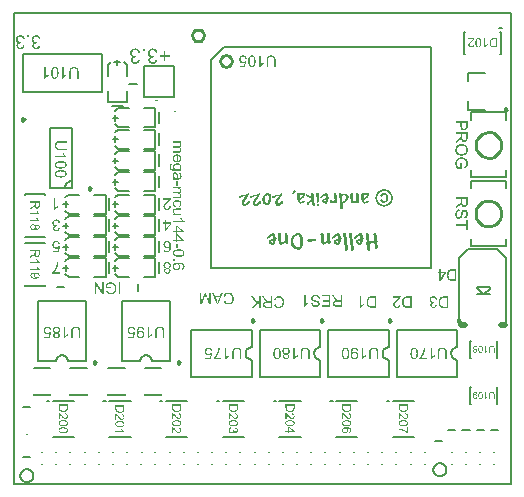
<source format=gto>
G04*
G04 #@! TF.GenerationSoftware,Altium Limited,Altium Designer,23.8.1 (32)*
G04*
G04 Layer_Color=65535*
%FSLAX25Y25*%
%MOIN*%
G70*
G04*
G04 #@! TF.SameCoordinates,0C654998-4A2B-48E5-827E-F90EB17844E4*
G04*
G04*
G04 #@! TF.FilePolarity,Positive*
G04*
G01*
G75*
%ADD10C,0.01000*%
%ADD11C,0.00984*%
%ADD12C,0.00591*%
%ADD13C,0.00787*%
%ADD14C,0.00394*%
%ADD15C,0.00300*%
%ADD16C,0.00669*%
%ADD17C,0.01968*%
G36*
X151704Y94022D02*
X151700Y93974D01*
Y93926D01*
X151695Y93869D01*
X151691Y93803D01*
X151678Y93672D01*
X151656Y93537D01*
X151630Y93406D01*
X151612Y93349D01*
X151595Y93292D01*
Y93288D01*
X151590Y93279D01*
X151582Y93266D01*
X151573Y93244D01*
X151547Y93191D01*
X151507Y93130D01*
X151455Y93056D01*
X151385Y92982D01*
X151306Y92908D01*
X151210Y92842D01*
X151206D01*
X151197Y92833D01*
X151184Y92824D01*
X151162Y92816D01*
X151136Y92803D01*
X151105Y92790D01*
X151070Y92772D01*
X151031Y92755D01*
X150939Y92724D01*
X150839Y92698D01*
X150725Y92680D01*
X150603Y92672D01*
X150599D01*
X150585D01*
X150559D01*
X150533Y92676D01*
X150494Y92680D01*
X150450Y92685D01*
X150402Y92693D01*
X150349Y92706D01*
X150236Y92741D01*
X150175Y92763D01*
X150113Y92790D01*
X150052Y92820D01*
X149991Y92859D01*
X149934Y92903D01*
X149877Y92951D01*
X149873Y92955D01*
X149864Y92964D01*
X149851Y92982D01*
X149829Y93004D01*
X149808Y93034D01*
X149781Y93069D01*
X149751Y93113D01*
X149720Y93165D01*
X149689Y93222D01*
X149659Y93283D01*
X149628Y93353D01*
X149598Y93432D01*
X149572Y93515D01*
X149545Y93607D01*
X149523Y93707D01*
X149506Y93812D01*
Y93808D01*
X149502Y93803D01*
X149488Y93777D01*
X149467Y93738D01*
X149440Y93690D01*
X149410Y93637D01*
X149379Y93585D01*
X149340Y93532D01*
X149305Y93489D01*
X149301Y93484D01*
X149296Y93480D01*
X149283Y93467D01*
X149266Y93449D01*
X149244Y93427D01*
X149217Y93401D01*
X149156Y93344D01*
X149078Y93279D01*
X148986Y93205D01*
X148881Y93126D01*
X148767Y93047D01*
X147671Y92348D01*
Y93017D01*
X148510Y93550D01*
X148514Y93554D01*
X148527Y93559D01*
X148545Y93572D01*
X148571Y93589D01*
X148601Y93607D01*
X148636Y93633D01*
X148715Y93685D01*
X148807Y93747D01*
X148898Y93808D01*
X148986Y93873D01*
X149065Y93934D01*
X149069D01*
X149073Y93943D01*
X149095Y93961D01*
X149130Y93987D01*
X149170Y94026D01*
X149213Y94065D01*
X149257Y94114D01*
X149301Y94162D01*
X149331Y94205D01*
X149336Y94210D01*
X149344Y94227D01*
X149357Y94249D01*
X149375Y94280D01*
X149392Y94319D01*
X149410Y94358D01*
X149427Y94402D01*
X149440Y94450D01*
Y94454D01*
X149445Y94468D01*
X149449Y94489D01*
X149453Y94520D01*
Y94564D01*
X149458Y94616D01*
X149462Y94677D01*
Y95363D01*
X147671D01*
Y95897D01*
X151704D01*
Y94022D01*
D02*
G37*
G36*
X149012Y91509D02*
X149008D01*
X148999D01*
X148981Y91505D01*
X148960Y91500D01*
X148933Y91496D01*
X148907Y91492D01*
X148833Y91474D01*
X148754Y91452D01*
X148671Y91426D01*
X148588Y91391D01*
X148510Y91347D01*
X148501Y91343D01*
X148479Y91321D01*
X148444Y91291D01*
X148400Y91247D01*
X148348Y91190D01*
X148300Y91120D01*
X148247Y91037D01*
X148199Y90941D01*
Y90937D01*
X148195Y90928D01*
X148191Y90915D01*
X148182Y90893D01*
X148173Y90867D01*
X148160Y90836D01*
X148151Y90801D01*
X148143Y90762D01*
X148121Y90670D01*
X148099Y90561D01*
X148086Y90447D01*
X148081Y90320D01*
Y90268D01*
X148086Y90242D01*
Y90211D01*
X148094Y90141D01*
X148103Y90058D01*
X148116Y89966D01*
X148138Y89875D01*
X148169Y89787D01*
Y89783D01*
X148173Y89779D01*
X148178Y89765D01*
X148186Y89748D01*
X148208Y89709D01*
X148234Y89656D01*
X148269Y89599D01*
X148313Y89538D01*
X148361Y89486D01*
X148418Y89438D01*
X148427Y89433D01*
X148444Y89420D01*
X148479Y89398D01*
X148523Y89376D01*
X148575Y89359D01*
X148632Y89337D01*
X148697Y89324D01*
X148763Y89320D01*
X148767D01*
X148772D01*
X148794D01*
X148833Y89324D01*
X148877Y89333D01*
X148929Y89346D01*
X148986Y89368D01*
X149043Y89394D01*
X149095Y89433D01*
X149100Y89438D01*
X149117Y89455D01*
X149143Y89481D01*
X149178Y89521D01*
X149213Y89569D01*
X149252Y89634D01*
X149292Y89709D01*
X149331Y89796D01*
X149336Y89805D01*
X149340Y89814D01*
X149344Y89831D01*
X149349Y89849D01*
X149357Y89875D01*
X149371Y89910D01*
X149379Y89945D01*
X149392Y89993D01*
X149410Y90041D01*
X149423Y90102D01*
X149440Y90167D01*
X149462Y90242D01*
X149480Y90320D01*
X149506Y90412D01*
X149528Y90513D01*
Y90517D01*
X149532Y90535D01*
X149541Y90565D01*
X149550Y90600D01*
X149563Y90648D01*
X149576Y90701D01*
X149593Y90753D01*
X149611Y90814D01*
X149650Y90945D01*
X149694Y91072D01*
X149716Y91133D01*
X149738Y91190D01*
X149759Y91242D01*
X149781Y91286D01*
Y91291D01*
X149790Y91299D01*
X149799Y91312D01*
X149808Y91334D01*
X149838Y91387D01*
X149882Y91448D01*
X149939Y91522D01*
X150000Y91592D01*
X150074Y91662D01*
X150153Y91719D01*
X150157D01*
X150161Y91723D01*
X150175Y91732D01*
X150192Y91741D01*
X150240Y91763D01*
X150301Y91789D01*
X150376Y91815D01*
X150463Y91837D01*
X150559Y91854D01*
X150660Y91859D01*
X150664D01*
X150673D01*
X150690D01*
X150712Y91854D01*
X150738D01*
X150769Y91850D01*
X150847Y91837D01*
X150935Y91815D01*
X151027Y91789D01*
X151127Y91745D01*
X151228Y91688D01*
X151232D01*
X151241Y91680D01*
X151254Y91671D01*
X151271Y91658D01*
X151320Y91614D01*
X151381Y91557D01*
X151446Y91487D01*
X151512Y91400D01*
X151577Y91299D01*
X151634Y91181D01*
Y91177D01*
X151638Y91168D01*
X151647Y91146D01*
X151656Y91124D01*
X151665Y91094D01*
X151678Y91055D01*
X151691Y91011D01*
X151704Y90963D01*
X151717Y90910D01*
X151730Y90854D01*
X151752Y90731D01*
X151770Y90591D01*
X151774Y90443D01*
Y90368D01*
X151770Y90329D01*
X151765Y90281D01*
X151761Y90233D01*
X151757Y90176D01*
X151739Y90054D01*
X151713Y89918D01*
X151673Y89783D01*
X151625Y89652D01*
Y89647D01*
X151617Y89639D01*
X151612Y89617D01*
X151599Y89595D01*
X151582Y89569D01*
X151564Y89534D01*
X151521Y89460D01*
X151459Y89372D01*
X151385Y89285D01*
X151302Y89202D01*
X151201Y89127D01*
X151197Y89123D01*
X151188Y89119D01*
X151175Y89110D01*
X151153Y89097D01*
X151127Y89084D01*
X151097Y89066D01*
X151057Y89053D01*
X151018Y89031D01*
X150926Y88996D01*
X150817Y88966D01*
X150699Y88939D01*
X150568Y88926D01*
X150529Y89438D01*
X150533D01*
X150546Y89442D01*
X150564D01*
X150590Y89446D01*
X150625Y89455D01*
X150660Y89464D01*
X150743Y89490D01*
X150834Y89525D01*
X150931Y89578D01*
X151022Y89639D01*
X151062Y89678D01*
X151101Y89722D01*
X151105Y89726D01*
X151110Y89731D01*
X151119Y89748D01*
X151132Y89765D01*
X151145Y89792D01*
X151162Y89822D01*
X151180Y89857D01*
X151201Y89897D01*
X151219Y89945D01*
X151236Y89997D01*
X151254Y90054D01*
X151267Y90115D01*
X151280Y90185D01*
X151289Y90259D01*
X151298Y90338D01*
Y90465D01*
X151293Y90500D01*
Y90539D01*
X151289Y90583D01*
X151285Y90635D01*
X151276Y90688D01*
X151254Y90806D01*
X151223Y90919D01*
X151180Y91028D01*
X151149Y91081D01*
X151119Y91124D01*
Y91129D01*
X151110Y91133D01*
X151088Y91159D01*
X151049Y91194D01*
X150996Y91234D01*
X150935Y91273D01*
X150861Y91308D01*
X150782Y91334D01*
X150738Y91339D01*
X150690Y91343D01*
X150686D01*
X150681D01*
X150655Y91339D01*
X150616Y91334D01*
X150568Y91325D01*
X150511Y91304D01*
X150450Y91277D01*
X150393Y91242D01*
X150336Y91190D01*
X150332Y91181D01*
X150323Y91173D01*
X150310Y91155D01*
X150297Y91133D01*
X150284Y91107D01*
X150266Y91072D01*
X150244Y91033D01*
X150223Y90985D01*
X150201Y90928D01*
X150179Y90862D01*
X150153Y90788D01*
X150127Y90701D01*
X150100Y90609D01*
X150070Y90504D01*
X150043Y90386D01*
Y90377D01*
X150039Y90355D01*
X150030Y90325D01*
X150017Y90281D01*
X150008Y90229D01*
X149991Y90167D01*
X149978Y90102D01*
X149956Y90032D01*
X149917Y89883D01*
X149877Y89735D01*
X149855Y89665D01*
X149834Y89604D01*
X149812Y89543D01*
X149790Y89495D01*
Y89490D01*
X149781Y89477D01*
X149773Y89460D01*
X149759Y89438D01*
X149746Y89407D01*
X149724Y89372D01*
X149676Y89298D01*
X149620Y89210D01*
X149550Y89127D01*
X149467Y89044D01*
X149423Y89009D01*
X149379Y88974D01*
X149375D01*
X149366Y88966D01*
X149353Y88957D01*
X149336Y88948D01*
X149314Y88935D01*
X149283Y88922D01*
X149213Y88887D01*
X149130Y88857D01*
X149034Y88830D01*
X148925Y88813D01*
X148807Y88804D01*
X148802D01*
X148794D01*
X148776D01*
X148754Y88808D01*
X148724D01*
X148693Y88813D01*
X148610Y88826D01*
X148518Y88848D01*
X148418Y88883D01*
X148313Y88931D01*
X148256Y88957D01*
X148204Y88992D01*
X148199D01*
X148191Y89001D01*
X148178Y89009D01*
X148156Y89027D01*
X148108Y89066D01*
X148042Y89127D01*
X147972Y89202D01*
X147898Y89293D01*
X147828Y89398D01*
X147762Y89521D01*
Y89525D01*
X147754Y89538D01*
X147749Y89556D01*
X147736Y89582D01*
X147727Y89613D01*
X147714Y89652D01*
X147697Y89696D01*
X147684Y89748D01*
X147671Y89800D01*
X147653Y89862D01*
X147631Y89993D01*
X147614Y90137D01*
X147605Y90294D01*
Y90347D01*
X147609Y90386D01*
Y90434D01*
X147614Y90487D01*
X147618Y90548D01*
X147627Y90618D01*
X147644Y90762D01*
X147671Y90915D01*
X147710Y91068D01*
X147762Y91216D01*
Y91221D01*
X147771Y91234D01*
X147780Y91251D01*
X147793Y91277D01*
X147810Y91308D01*
X147828Y91343D01*
X147880Y91426D01*
X147946Y91518D01*
X148029Y91614D01*
X148125Y91710D01*
X148239Y91793D01*
X148243Y91798D01*
X148252Y91802D01*
X148269Y91811D01*
X148295Y91824D01*
X148326Y91841D01*
X148361Y91859D01*
X148405Y91881D01*
X148453Y91898D01*
X148501Y91920D01*
X148558Y91937D01*
X148684Y91972D01*
X148820Y91998D01*
X148894Y92007D01*
X148968Y92012D01*
X149012Y91509D01*
D02*
G37*
G36*
X151704Y85190D02*
X151228D01*
Y86519D01*
X147671D01*
Y87052D01*
X151228D01*
Y88380D01*
X151704D01*
Y85190D01*
D02*
G37*
G36*
X151704Y119689D02*
X151700Y119601D01*
X151695Y119501D01*
X151687Y119400D01*
X151678Y119304D01*
X151673Y119256D01*
X151665Y119217D01*
Y119212D01*
X151660Y119204D01*
Y119186D01*
X151656Y119169D01*
X151647Y119142D01*
X151643Y119112D01*
X151621Y119042D01*
X151595Y118963D01*
X151560Y118880D01*
X151521Y118797D01*
X151472Y118719D01*
Y118714D01*
X151468Y118710D01*
X151446Y118684D01*
X151416Y118649D01*
X151372Y118600D01*
X151320Y118552D01*
X151250Y118496D01*
X151175Y118443D01*
X151084Y118395D01*
X151079D01*
X151070Y118391D01*
X151057Y118382D01*
X151040Y118373D01*
X151018Y118365D01*
X150987Y118356D01*
X150922Y118330D01*
X150839Y118308D01*
X150747Y118286D01*
X150642Y118273D01*
X150533Y118268D01*
X150529D01*
X150511D01*
X150485D01*
X150445Y118273D01*
X150402Y118277D01*
X150354Y118286D01*
X150297Y118295D01*
X150231Y118308D01*
X150166Y118325D01*
X150096Y118347D01*
X150026Y118373D01*
X149952Y118408D01*
X149877Y118443D01*
X149803Y118487D01*
X149733Y118539D01*
X149663Y118596D01*
X149659Y118600D01*
X149650Y118614D01*
X149633Y118631D01*
X149606Y118662D01*
X149580Y118697D01*
X149550Y118745D01*
X149519Y118801D01*
X149488Y118867D01*
X149453Y118946D01*
X149423Y119029D01*
X149392Y119129D01*
X149366Y119234D01*
X149344Y119357D01*
X149327Y119488D01*
X149314Y119627D01*
X149309Y119785D01*
Y120816D01*
X147670D01*
Y121349D01*
X151704D01*
Y119689D01*
D02*
G37*
G36*
Y115708D02*
X151700Y115659D01*
Y115611D01*
X151695Y115555D01*
X151691Y115489D01*
X151678Y115358D01*
X151656Y115223D01*
X151630Y115091D01*
X151612Y115035D01*
X151595Y114978D01*
Y114973D01*
X151590Y114965D01*
X151582Y114952D01*
X151573Y114930D01*
X151547Y114877D01*
X151507Y114816D01*
X151455Y114742D01*
X151385Y114667D01*
X151306Y114593D01*
X151210Y114528D01*
X151206D01*
X151197Y114519D01*
X151184Y114510D01*
X151162Y114501D01*
X151136Y114488D01*
X151105Y114475D01*
X151070Y114458D01*
X151031Y114440D01*
X150939Y114410D01*
X150839Y114383D01*
X150725Y114366D01*
X150603Y114357D01*
X150598D01*
X150585D01*
X150559D01*
X150533Y114362D01*
X150494Y114366D01*
X150450Y114370D01*
X150402Y114379D01*
X150349Y114392D01*
X150236Y114427D01*
X150174Y114449D01*
X150113Y114475D01*
X150052Y114506D01*
X149991Y114545D01*
X149934Y114589D01*
X149877Y114637D01*
X149873Y114641D01*
X149864Y114650D01*
X149851Y114667D01*
X149829Y114689D01*
X149808Y114720D01*
X149781Y114755D01*
X149751Y114799D01*
X149720Y114851D01*
X149689Y114908D01*
X149659Y114969D01*
X149628Y115039D01*
X149598Y115118D01*
X149572Y115201D01*
X149545Y115292D01*
X149523Y115393D01*
X149506Y115498D01*
Y115493D01*
X149502Y115489D01*
X149488Y115463D01*
X149467Y115424D01*
X149440Y115375D01*
X149410Y115323D01*
X149379Y115271D01*
X149340Y115218D01*
X149305Y115174D01*
X149301Y115170D01*
X149296Y115166D01*
X149283Y115153D01*
X149266Y115135D01*
X149244Y115113D01*
X149217Y115087D01*
X149156Y115030D01*
X149078Y114965D01*
X148986Y114890D01*
X148881Y114812D01*
X148767Y114733D01*
X147670Y114034D01*
Y114702D01*
X148510Y115236D01*
X148514Y115240D01*
X148527Y115244D01*
X148545Y115258D01*
X148571Y115275D01*
X148601Y115292D01*
X148636Y115319D01*
X148715Y115371D01*
X148807Y115432D01*
X148898Y115493D01*
X148986Y115559D01*
X149065Y115620D01*
X149069D01*
X149073Y115629D01*
X149095Y115646D01*
X149130Y115673D01*
X149170Y115712D01*
X149213Y115751D01*
X149257Y115799D01*
X149301Y115847D01*
X149331Y115891D01*
X149336Y115895D01*
X149344Y115913D01*
X149357Y115935D01*
X149375Y115965D01*
X149392Y116005D01*
X149410Y116044D01*
X149427Y116088D01*
X149440Y116136D01*
Y116140D01*
X149445Y116153D01*
X149449Y116175D01*
X149453Y116206D01*
Y116250D01*
X149458Y116302D01*
X149462Y116363D01*
Y117049D01*
X147670D01*
Y117582D01*
X151704D01*
Y115708D01*
D02*
G37*
G36*
X149703Y113680D02*
X149729D01*
X149799Y113675D01*
X149882Y113667D01*
X149982Y113654D01*
X150087Y113641D01*
X150205Y113619D01*
X150332Y113588D01*
X150459Y113553D01*
X150590Y113510D01*
X150721Y113457D01*
X150852Y113396D01*
X150974Y113326D01*
X151097Y113243D01*
X151206Y113147D01*
X151210Y113142D01*
X151232Y113120D01*
X151258Y113090D01*
X151293Y113051D01*
X151337Y112994D01*
X151385Y112933D01*
X151437Y112858D01*
X151490Y112771D01*
X151542Y112675D01*
X151595Y112570D01*
X151643Y112456D01*
X151687Y112330D01*
X151722Y112198D01*
X151748Y112059D01*
X151770Y111910D01*
X151774Y111753D01*
Y111700D01*
X151770Y111661D01*
X151765Y111609D01*
X151761Y111552D01*
X151752Y111490D01*
X151739Y111421D01*
X151726Y111342D01*
X151708Y111263D01*
X151687Y111180D01*
X151660Y111093D01*
X151630Y111005D01*
X151595Y110918D01*
X151556Y110835D01*
X151507Y110748D01*
X151503Y110743D01*
X151494Y110726D01*
X151481Y110704D01*
X151459Y110673D01*
X151433Y110634D01*
X151398Y110595D01*
X151359Y110547D01*
X151315Y110494D01*
X151263Y110437D01*
X151206Y110380D01*
X151145Y110324D01*
X151079Y110267D01*
X151009Y110214D01*
X150931Y110158D01*
X150847Y110110D01*
X150760Y110062D01*
X150756Y110057D01*
X150738Y110053D01*
X150712Y110040D01*
X150677Y110027D01*
X150633Y110005D01*
X150577Y109987D01*
X150515Y109965D01*
X150445Y109943D01*
X150371Y109922D01*
X150288Y109900D01*
X150196Y109878D01*
X150105Y109861D01*
X150004Y109847D01*
X149899Y109834D01*
X149794Y109830D01*
X149681Y109826D01*
X149672D01*
X149654D01*
X149620D01*
X149576Y109830D01*
X149523Y109834D01*
X149462Y109839D01*
X149392Y109847D01*
X149314Y109856D01*
X149231Y109869D01*
X149143Y109887D01*
X149051Y109904D01*
X148960Y109930D01*
X148864Y109961D01*
X148772Y109992D01*
X148676Y110031D01*
X148584Y110075D01*
X148580Y110079D01*
X148562Y110088D01*
X148536Y110101D01*
X148505Y110118D01*
X148466Y110145D01*
X148418Y110175D01*
X148365Y110214D01*
X148309Y110254D01*
X148252Y110302D01*
X148191Y110354D01*
X148129Y110415D01*
X148068Y110477D01*
X148011Y110542D01*
X147955Y110617D01*
X147898Y110695D01*
X147850Y110778D01*
X147845Y110783D01*
X147841Y110800D01*
X147828Y110822D01*
X147810Y110857D01*
X147793Y110901D01*
X147771Y110949D01*
X147749Y111005D01*
X147727Y111071D01*
X147705Y111141D01*
X147684Y111215D01*
X147662Y111298D01*
X147644Y111381D01*
X147614Y111565D01*
X147609Y111661D01*
X147605Y111757D01*
Y111814D01*
X147609Y111853D01*
X147614Y111901D01*
X147618Y111962D01*
X147627Y112024D01*
X147640Y112098D01*
X147653Y112172D01*
X147670Y112255D01*
X147692Y112338D01*
X147719Y112426D01*
X147749Y112513D01*
X147789Y112601D01*
X147828Y112688D01*
X147876Y112775D01*
X147880Y112780D01*
X147889Y112793D01*
X147906Y112819D01*
X147928Y112850D01*
X147955Y112884D01*
X147990Y112928D01*
X148029Y112976D01*
X148073Y113029D01*
X148125Y113086D01*
X148182Y113138D01*
X148243Y113195D01*
X148309Y113252D01*
X148383Y113308D01*
X148457Y113361D01*
X148540Y113409D01*
X148628Y113457D01*
X148632Y113461D01*
X148649Y113466D01*
X148676Y113479D01*
X148711Y113492D01*
X148754Y113510D01*
X148807Y113527D01*
X148864Y113549D01*
X148933Y113571D01*
X149003Y113593D01*
X149082Y113614D01*
X149165Y113632D01*
X149252Y113649D01*
X149436Y113675D01*
X149537Y113680D01*
X149633Y113684D01*
X149637D01*
X149646D01*
X149659D01*
X149676D01*
X149703Y113680D01*
D02*
G37*
G36*
X149768Y109266D02*
X149821Y109262D01*
X149882Y109257D01*
X149952Y109249D01*
X150026Y109240D01*
X150109Y109227D01*
X150196Y109209D01*
X150380Y109166D01*
X150476Y109140D01*
X150572Y109105D01*
X150668Y109070D01*
X150765Y109026D01*
X150769Y109021D01*
X150786Y109013D01*
X150813Y109000D01*
X150847Y108982D01*
X150891Y108956D01*
X150939Y108925D01*
X150992Y108886D01*
X151053Y108847D01*
X151114Y108799D01*
X151175Y108746D01*
X151236Y108689D01*
X151302Y108624D01*
X151363Y108558D01*
X151420Y108484D01*
X151477Y108405D01*
X151525Y108322D01*
X151529Y108318D01*
X151534Y108300D01*
X151547Y108274D01*
X151564Y108239D01*
X151582Y108195D01*
X151603Y108143D01*
X151625Y108082D01*
X151652Y108016D01*
X151673Y107942D01*
X151695Y107859D01*
X151717Y107772D01*
X151735Y107676D01*
X151752Y107579D01*
X151765Y107475D01*
X151770Y107365D01*
X151774Y107256D01*
Y107182D01*
X151770Y107142D01*
X151765Y107099D01*
X151761Y107051D01*
X151757Y106994D01*
X151739Y106871D01*
X151713Y106736D01*
X151678Y106600D01*
X151630Y106465D01*
Y106461D01*
X151625Y106448D01*
X151617Y106430D01*
X151603Y106408D01*
X151590Y106378D01*
X151573Y106343D01*
X151529Y106264D01*
X151472Y106172D01*
X151407Y106080D01*
X151328Y105993D01*
X151236Y105910D01*
X151232Y105906D01*
X151223Y105901D01*
X151210Y105893D01*
X151193Y105875D01*
X151166Y105862D01*
X151136Y105840D01*
X151101Y105818D01*
X151057Y105796D01*
X151014Y105770D01*
X150965Y105748D01*
X150909Y105722D01*
X150852Y105696D01*
X150721Y105648D01*
X150577Y105604D01*
X150445Y106089D01*
X150450D01*
X150459Y106094D01*
X150476Y106098D01*
X150498Y106107D01*
X150520Y106115D01*
X150550Y106124D01*
X150620Y106150D01*
X150699Y106185D01*
X150778Y106225D01*
X150856Y106268D01*
X150926Y106316D01*
X150935Y106321D01*
X150957Y106343D01*
X150987Y106373D01*
X151031Y106413D01*
X151075Y106469D01*
X151123Y106535D01*
X151166Y106614D01*
X151210Y106701D01*
Y106705D01*
X151215Y106714D01*
X151219Y106727D01*
X151228Y106745D01*
X151236Y106767D01*
X151245Y106797D01*
X151267Y106863D01*
X151285Y106946D01*
X151302Y107037D01*
X151315Y107142D01*
X151320Y107252D01*
Y107313D01*
X151315Y107343D01*
Y107383D01*
X151311Y107422D01*
X151306Y107470D01*
X151293Y107566D01*
X151271Y107676D01*
X151245Y107780D01*
X151206Y107885D01*
Y107890D01*
X151201Y107898D01*
X151193Y107912D01*
X151184Y107929D01*
X151162Y107977D01*
X151127Y108038D01*
X151084Y108108D01*
X151031Y108178D01*
X150974Y108252D01*
X150909Y108318D01*
X150900Y108327D01*
X150878Y108344D01*
X150839Y108375D01*
X150791Y108410D01*
X150734Y108449D01*
X150664Y108493D01*
X150590Y108532D01*
X150511Y108567D01*
X150507D01*
X150494Y108571D01*
X150476Y108580D01*
X150445Y108589D01*
X150410Y108602D01*
X150371Y108615D01*
X150323Y108628D01*
X150271Y108641D01*
X150214Y108659D01*
X150148Y108672D01*
X150013Y108694D01*
X149860Y108711D01*
X149698Y108720D01*
X149694D01*
X149676D01*
X149646D01*
X149611Y108716D01*
X149563D01*
X149510Y108711D01*
X149449Y108703D01*
X149384Y108698D01*
X149239Y108676D01*
X149091Y108641D01*
X148938Y108598D01*
X148794Y108536D01*
X148789Y108532D01*
X148776Y108528D01*
X148759Y108519D01*
X148732Y108501D01*
X148706Y108484D01*
X148671Y108458D01*
X148593Y108401D01*
X148505Y108322D01*
X148413Y108230D01*
X148330Y108126D01*
X148291Y108064D01*
X148256Y107999D01*
Y107994D01*
X148247Y107981D01*
X148239Y107964D01*
X148230Y107938D01*
X148217Y107903D01*
X148199Y107863D01*
X148186Y107820D01*
X148169Y107772D01*
X148151Y107719D01*
X148138Y107658D01*
X148108Y107531D01*
X148090Y107392D01*
X148081Y107243D01*
Y107208D01*
X148086Y107182D01*
Y107151D01*
X148090Y107116D01*
X148094Y107077D01*
X148099Y107029D01*
X148112Y106928D01*
X148138Y106815D01*
X148169Y106692D01*
X148212Y106570D01*
Y106565D01*
X148217Y106557D01*
X148225Y106539D01*
X148234Y106513D01*
X148247Y106487D01*
X148265Y106456D01*
X148300Y106382D01*
X148344Y106299D01*
X148392Y106216D01*
X148440Y106137D01*
X148496Y106067D01*
X149252D01*
Y107252D01*
X149729D01*
Y105543D01*
X148230D01*
X148225Y105547D01*
X148217Y105560D01*
X148199Y105582D01*
X148178Y105613D01*
X148151Y105648D01*
X148125Y105692D01*
X148090Y105740D01*
X148055Y105792D01*
X148020Y105849D01*
X147981Y105914D01*
X147902Y106050D01*
X147828Y106199D01*
X147762Y106356D01*
Y106360D01*
X147754Y106373D01*
X147749Y106395D01*
X147736Y106430D01*
X147727Y106465D01*
X147714Y106513D01*
X147697Y106561D01*
X147684Y106618D01*
X147670Y106684D01*
X147653Y106749D01*
X147631Y106893D01*
X147614Y107051D01*
X147605Y107212D01*
Y107269D01*
X147609Y107313D01*
X147614Y107365D01*
X147618Y107426D01*
X147627Y107496D01*
X147636Y107571D01*
X147649Y107649D01*
X147666Y107737D01*
X147688Y107824D01*
X147714Y107920D01*
X147740Y108012D01*
X147775Y108104D01*
X147815Y108200D01*
X147858Y108292D01*
X147863Y108296D01*
X147872Y108314D01*
X147885Y108340D01*
X147906Y108370D01*
X147933Y108410D01*
X147963Y108458D01*
X148003Y108510D01*
X148046Y108567D01*
X148094Y108624D01*
X148151Y108685D01*
X148208Y108746D01*
X148274Y108807D01*
X148348Y108864D01*
X148422Y108921D01*
X148505Y108978D01*
X148593Y109026D01*
X148597Y109030D01*
X148615Y109035D01*
X148641Y109048D01*
X148676Y109065D01*
X148724Y109083D01*
X148776Y109105D01*
X148837Y109126D01*
X148907Y109148D01*
X148981Y109170D01*
X149065Y109192D01*
X149156Y109214D01*
X149248Y109231D01*
X149349Y109249D01*
X149449Y109262D01*
X149558Y109266D01*
X149668Y109271D01*
X149676D01*
X149694D01*
X149724D01*
X149768Y109266D01*
D02*
G37*
G36*
X5513Y149287D02*
X4878D01*
Y149921D01*
X5513D01*
Y149287D01*
D02*
G37*
G36*
X7968Y149995D02*
X8007D01*
X8061Y149990D01*
X8120Y149980D01*
X8184Y149970D01*
X8258Y149956D01*
X8337Y149936D01*
X8416Y149911D01*
X8499Y149887D01*
X8583Y149852D01*
X8666Y149808D01*
X8745Y149764D01*
X8829Y149710D01*
X8903Y149646D01*
X8908Y149641D01*
X8917Y149631D01*
X8937Y149611D01*
X8967Y149582D01*
X8996Y149547D01*
X9031Y149503D01*
X9065Y149454D01*
X9104Y149395D01*
X9144Y149336D01*
X9183Y149262D01*
X9223Y149188D01*
X9257Y149105D01*
X9286Y149016D01*
X9316Y148923D01*
X9336Y148824D01*
X9350Y148721D01*
X8794Y148647D01*
Y148652D01*
X8789Y148667D01*
X8785Y148691D01*
X8775Y148726D01*
X8765Y148765D01*
X8755Y148809D01*
X8721Y148913D01*
X8676Y149026D01*
X8622Y149139D01*
X8553Y149242D01*
X8514Y149287D01*
X8475Y149331D01*
X8470D01*
X8465Y149341D01*
X8450Y149351D01*
X8435Y149365D01*
X8386Y149395D01*
X8317Y149434D01*
X8234Y149474D01*
X8140Y149503D01*
X8027Y149528D01*
X7909Y149538D01*
X7869D01*
X7840Y149533D01*
X7810Y149528D01*
X7766Y149523D01*
X7678Y149503D01*
X7569Y149474D01*
X7456Y149424D01*
X7402Y149390D01*
X7348Y149355D01*
X7294Y149316D01*
X7240Y149267D01*
X7235Y149262D01*
X7230Y149252D01*
X7215Y149237D01*
X7195Y149218D01*
X7176Y149193D01*
X7156Y149159D01*
X7131Y149124D01*
X7102Y149080D01*
X7053Y148982D01*
X7013Y148868D01*
X6979Y148736D01*
X6974Y148667D01*
X6969Y148593D01*
Y148588D01*
Y148578D01*
Y148554D01*
X6974Y148529D01*
X6979Y148495D01*
X6984Y148460D01*
X6999Y148372D01*
X7033Y148268D01*
X7077Y148165D01*
X7107Y148111D01*
X7141Y148062D01*
X7181Y148012D01*
X7225Y147963D01*
X7230Y147958D01*
X7235Y147953D01*
X7250Y147939D01*
X7269Y147924D01*
X7294Y147904D01*
X7323Y147884D01*
X7397Y147835D01*
X7491Y147791D01*
X7599Y147752D01*
X7722Y147722D01*
X7791Y147717D01*
X7860Y147712D01*
X7889D01*
X7924Y147717D01*
X7968D01*
X8027Y147727D01*
X8091Y147737D01*
X8170Y147752D01*
X8253Y147771D01*
X8194Y147284D01*
X8184D01*
X8160Y147289D01*
X8130Y147294D01*
X8066D01*
X8042Y147289D01*
X8007D01*
X7973Y147284D01*
X7889Y147269D01*
X7791Y147250D01*
X7683Y147215D01*
X7569Y147171D01*
X7461Y147107D01*
X7456D01*
X7446Y147097D01*
X7436Y147087D01*
X7417Y147073D01*
X7368Y147028D01*
X7314Y146964D01*
X7264Y146886D01*
X7215Y146787D01*
X7195Y146733D01*
X7186Y146669D01*
X7176Y146605D01*
X7171Y146536D01*
Y146531D01*
Y146522D01*
Y146507D01*
X7176Y146482D01*
X7181Y146428D01*
X7195Y146354D01*
X7220Y146276D01*
X7259Y146192D01*
X7314Y146103D01*
X7343Y146064D01*
X7382Y146025D01*
X7392Y146015D01*
X7422Y145995D01*
X7466Y145961D01*
X7525Y145921D01*
X7604Y145887D01*
X7697Y145852D01*
X7801Y145833D01*
X7919Y145823D01*
X7948D01*
X7973Y145828D01*
X8002D01*
X8032Y145833D01*
X8111Y145848D01*
X8194Y145872D01*
X8288Y145912D01*
X8376Y145961D01*
X8465Y146030D01*
X8475Y146039D01*
X8499Y146069D01*
X8539Y146113D01*
X8578Y146182D01*
X8627Y146266D01*
X8671Y146374D01*
X8711Y146497D01*
X8740Y146640D01*
X9296Y146541D01*
Y146536D01*
X9291Y146517D01*
X9286Y146487D01*
X9277Y146448D01*
X9262Y146404D01*
X9247Y146349D01*
X9227Y146290D01*
X9203Y146226D01*
X9139Y146084D01*
X9104Y146015D01*
X9060Y145941D01*
X9011Y145872D01*
X8957Y145803D01*
X8898Y145734D01*
X8834Y145675D01*
X8829Y145670D01*
X8819Y145661D01*
X8794Y145646D01*
X8770Y145626D01*
X8731Y145602D01*
X8691Y145577D01*
X8642Y145547D01*
X8583Y145518D01*
X8524Y145493D01*
X8455Y145464D01*
X8381Y145439D01*
X8302Y145415D01*
X8214Y145395D01*
X8125Y145380D01*
X8032Y145370D01*
X7933Y145365D01*
X7869D01*
X7835Y145370D01*
X7801Y145375D01*
X7707Y145385D01*
X7604Y145405D01*
X7486Y145434D01*
X7368Y145474D01*
X7250Y145528D01*
X7245D01*
X7235Y145533D01*
X7220Y145543D01*
X7195Y145557D01*
X7141Y145592D01*
X7072Y145641D01*
X6994Y145705D01*
X6915Y145779D01*
X6836Y145862D01*
X6767Y145961D01*
Y145966D01*
X6763Y145971D01*
X6753Y145990D01*
X6743Y146010D01*
X6728Y146035D01*
X6713Y146064D01*
X6684Y146138D01*
X6654Y146226D01*
X6625Y146325D01*
X6605Y146433D01*
X6600Y146546D01*
Y146551D01*
Y146561D01*
Y146576D01*
Y146595D01*
X6610Y146654D01*
X6620Y146723D01*
X6639Y146807D01*
X6669Y146896D01*
X6708Y146989D01*
X6763Y147082D01*
Y147087D01*
X6767Y147092D01*
X6792Y147122D01*
X6826Y147166D01*
X6881Y147220D01*
X6944Y147284D01*
X7028Y147348D01*
X7122Y147407D01*
X7230Y147466D01*
X7225D01*
X7210Y147471D01*
X7191Y147476D01*
X7161Y147486D01*
X7131Y147496D01*
X7092Y147511D01*
X6999Y147550D01*
X6900Y147604D01*
X6797Y147668D01*
X6694Y147752D01*
X6605Y147855D01*
X6600Y147860D01*
X6595Y147870D01*
X6585Y147884D01*
X6571Y147909D01*
X6551Y147934D01*
X6531Y147968D01*
X6511Y148007D01*
X6492Y148057D01*
X6472Y148106D01*
X6453Y148160D01*
X6413Y148283D01*
X6389Y148426D01*
X6379Y148504D01*
Y148583D01*
Y148588D01*
Y148608D01*
X6384Y148642D01*
Y148681D01*
X6393Y148736D01*
X6403Y148795D01*
X6413Y148859D01*
X6433Y148932D01*
X6457Y149011D01*
X6487Y149090D01*
X6521Y149173D01*
X6566Y149257D01*
X6615Y149346D01*
X6674Y149429D01*
X6738Y149513D01*
X6817Y149592D01*
X6821Y149597D01*
X6836Y149611D01*
X6861Y149631D01*
X6895Y149656D01*
X6935Y149685D01*
X6989Y149720D01*
X7048Y149759D01*
X7117Y149793D01*
X7191Y149833D01*
X7274Y149872D01*
X7363Y149907D01*
X7461Y149936D01*
X7564Y149961D01*
X7673Y149980D01*
X7786Y149995D01*
X7909Y150000D01*
X7933D01*
X7968Y149995D01*
D02*
G37*
G36*
X2679D02*
X2718D01*
X2772Y149990D01*
X2831Y149980D01*
X2895Y149970D01*
X2969Y149956D01*
X3048Y149936D01*
X3127Y149911D01*
X3210Y149887D01*
X3294Y149852D01*
X3378Y149808D01*
X3456Y149764D01*
X3540Y149710D01*
X3614Y149646D01*
X3619Y149641D01*
X3628Y149631D01*
X3648Y149611D01*
X3678Y149582D01*
X3707Y149547D01*
X3742Y149503D01*
X3776Y149454D01*
X3815Y149395D01*
X3855Y149336D01*
X3894Y149262D01*
X3934Y149188D01*
X3968Y149105D01*
X3997Y149016D01*
X4027Y148923D01*
X4047Y148824D01*
X4061Y148721D01*
X3505Y148647D01*
Y148652D01*
X3500Y148667D01*
X3496Y148691D01*
X3486Y148726D01*
X3476Y148765D01*
X3466Y148809D01*
X3432Y148913D01*
X3387Y149026D01*
X3333Y149139D01*
X3264Y149242D01*
X3225Y149287D01*
X3186Y149331D01*
X3181D01*
X3176Y149341D01*
X3161Y149351D01*
X3146Y149365D01*
X3097Y149395D01*
X3028Y149434D01*
X2944Y149474D01*
X2851Y149503D01*
X2738Y149528D01*
X2620Y149538D01*
X2581D01*
X2551Y149533D01*
X2521Y149528D01*
X2477Y149523D01*
X2389Y149503D01*
X2280Y149474D01*
X2167Y149424D01*
X2113Y149390D01*
X2059Y149355D01*
X2005Y149316D01*
X1951Y149267D01*
X1946Y149262D01*
X1941Y149252D01*
X1926Y149237D01*
X1906Y149218D01*
X1887Y149193D01*
X1867Y149159D01*
X1843Y149124D01*
X1813Y149080D01*
X1764Y148982D01*
X1724Y148868D01*
X1690Y148736D01*
X1685Y148667D01*
X1680Y148593D01*
Y148588D01*
Y148578D01*
Y148554D01*
X1685Y148529D01*
X1690Y148495D01*
X1695Y148460D01*
X1710Y148372D01*
X1744Y148268D01*
X1788Y148165D01*
X1818Y148111D01*
X1852Y148062D01*
X1892Y148012D01*
X1936Y147963D01*
X1941Y147958D01*
X1946Y147953D01*
X1960Y147939D01*
X1980Y147924D01*
X2005Y147904D01*
X2034Y147884D01*
X2108Y147835D01*
X2202Y147791D01*
X2310Y147752D01*
X2433Y147722D01*
X2502Y147717D01*
X2571Y147712D01*
X2600D01*
X2635Y147717D01*
X2679D01*
X2738Y147727D01*
X2802Y147737D01*
X2881Y147752D01*
X2964Y147771D01*
X2905Y147284D01*
X2895D01*
X2871Y147289D01*
X2841Y147294D01*
X2777D01*
X2753Y147289D01*
X2718D01*
X2684Y147284D01*
X2600Y147269D01*
X2502Y147250D01*
X2393Y147215D01*
X2280Y147171D01*
X2172Y147107D01*
X2167D01*
X2157Y147097D01*
X2148Y147087D01*
X2128Y147073D01*
X2079Y147028D01*
X2025Y146964D01*
X1975Y146886D01*
X1926Y146787D01*
X1906Y146733D01*
X1897Y146669D01*
X1887Y146605D01*
X1882Y146536D01*
Y146531D01*
Y146522D01*
Y146507D01*
X1887Y146482D01*
X1892Y146428D01*
X1906Y146354D01*
X1931Y146276D01*
X1970Y146192D01*
X2025Y146103D01*
X2054Y146064D01*
X2093Y146025D01*
X2103Y146015D01*
X2133Y145995D01*
X2177Y145961D01*
X2236Y145921D01*
X2315Y145887D01*
X2408Y145852D01*
X2512Y145833D01*
X2630Y145823D01*
X2659D01*
X2684Y145828D01*
X2713D01*
X2743Y145833D01*
X2822Y145848D01*
X2905Y145872D01*
X2999Y145912D01*
X3087Y145961D01*
X3176Y146030D01*
X3186Y146039D01*
X3210Y146069D01*
X3250Y146113D01*
X3289Y146182D01*
X3338Y146266D01*
X3382Y146374D01*
X3422Y146497D01*
X3451Y146640D01*
X4007Y146541D01*
Y146536D01*
X4002Y146517D01*
X3997Y146487D01*
X3988Y146448D01*
X3973Y146404D01*
X3958Y146349D01*
X3938Y146290D01*
X3914Y146226D01*
X3850Y146084D01*
X3815Y146015D01*
X3771Y145941D01*
X3722Y145872D01*
X3668Y145803D01*
X3609Y145734D01*
X3545Y145675D01*
X3540Y145670D01*
X3530Y145661D01*
X3505Y145646D01*
X3481Y145626D01*
X3441Y145602D01*
X3402Y145577D01*
X3353Y145547D01*
X3294Y145518D01*
X3235Y145493D01*
X3166Y145464D01*
X3092Y145439D01*
X3013Y145415D01*
X2925Y145395D01*
X2836Y145380D01*
X2743Y145370D01*
X2644Y145365D01*
X2581D01*
X2546Y145370D01*
X2512Y145375D01*
X2418Y145385D01*
X2315Y145405D01*
X2197Y145434D01*
X2079Y145474D01*
X1960Y145528D01*
X1956D01*
X1946Y145533D01*
X1931Y145543D01*
X1906Y145557D01*
X1852Y145592D01*
X1783Y145641D01*
X1705Y145705D01*
X1626Y145779D01*
X1547Y145862D01*
X1478Y145961D01*
Y145966D01*
X1474Y145971D01*
X1464Y145990D01*
X1454Y146010D01*
X1439Y146035D01*
X1424Y146064D01*
X1395Y146138D01*
X1365Y146226D01*
X1336Y146325D01*
X1316Y146433D01*
X1311Y146546D01*
Y146551D01*
Y146561D01*
Y146576D01*
Y146595D01*
X1321Y146654D01*
X1331Y146723D01*
X1350Y146807D01*
X1380Y146896D01*
X1419Y146989D01*
X1474Y147082D01*
Y147087D01*
X1478Y147092D01*
X1503Y147122D01*
X1537Y147166D01*
X1592Y147220D01*
X1656Y147284D01*
X1739Y147348D01*
X1833Y147407D01*
X1941Y147466D01*
X1936D01*
X1921Y147471D01*
X1901Y147476D01*
X1872Y147486D01*
X1843Y147496D01*
X1803Y147511D01*
X1710Y147550D01*
X1611Y147604D01*
X1508Y147668D01*
X1405Y147752D01*
X1316Y147855D01*
X1311Y147860D01*
X1306Y147870D01*
X1296Y147884D01*
X1282Y147909D01*
X1262Y147934D01*
X1242Y147968D01*
X1223Y148007D01*
X1203Y148057D01*
X1183Y148106D01*
X1163Y148160D01*
X1124Y148283D01*
X1099Y148426D01*
X1090Y148504D01*
Y148583D01*
Y148588D01*
Y148608D01*
X1095Y148642D01*
Y148681D01*
X1104Y148736D01*
X1114Y148795D01*
X1124Y148859D01*
X1144Y148932D01*
X1168Y149011D01*
X1198Y149090D01*
X1232Y149173D01*
X1277Y149257D01*
X1326Y149346D01*
X1385Y149429D01*
X1449Y149513D01*
X1528Y149592D01*
X1532Y149597D01*
X1547Y149611D01*
X1572Y149631D01*
X1606Y149656D01*
X1646Y149685D01*
X1700Y149720D01*
X1759Y149759D01*
X1828Y149793D01*
X1901Y149833D01*
X1985Y149872D01*
X2074Y149907D01*
X2172Y149936D01*
X2275Y149961D01*
X2384Y149980D01*
X2497Y149995D01*
X2620Y150000D01*
X2644D01*
X2679Y149995D01*
D02*
G37*
G36*
X44090Y144779D02*
X43386D01*
Y145484D01*
X44090D01*
Y144779D01*
D02*
G37*
G36*
X46815Y145565D02*
X46859D01*
X46919Y145560D01*
X46984Y145549D01*
X47055Y145538D01*
X47137Y145522D01*
X47224Y145500D01*
X47312Y145473D01*
X47405Y145445D01*
X47497Y145407D01*
X47590Y145358D01*
X47677Y145309D01*
X47770Y145249D01*
X47852Y145178D01*
X47858Y145172D01*
X47869Y145161D01*
X47890Y145140D01*
X47923Y145107D01*
X47956Y145069D01*
X47994Y145019D01*
X48032Y144965D01*
X48076Y144899D01*
X48120Y144834D01*
X48164Y144752D01*
X48207Y144670D01*
X48245Y144577D01*
X48278Y144479D01*
X48311Y144375D01*
X48333Y144266D01*
X48349Y144151D01*
X47732Y144069D01*
Y144075D01*
X47727Y144091D01*
X47721Y144118D01*
X47710Y144157D01*
X47699Y144200D01*
X47688Y144250D01*
X47650Y144364D01*
X47601Y144490D01*
X47541Y144615D01*
X47465Y144730D01*
X47421Y144779D01*
X47377Y144828D01*
X47372D01*
X47366Y144839D01*
X47350Y144850D01*
X47334Y144867D01*
X47279Y144899D01*
X47203Y144943D01*
X47110Y144987D01*
X47006Y145019D01*
X46880Y145047D01*
X46749Y145058D01*
X46706D01*
X46673Y145052D01*
X46640Y145047D01*
X46591Y145041D01*
X46493Y145019D01*
X46373Y144987D01*
X46247Y144932D01*
X46187Y144894D01*
X46127Y144856D01*
X46067Y144812D01*
X46007Y144757D01*
X46001Y144752D01*
X45996Y144741D01*
X45979Y144725D01*
X45958Y144703D01*
X45936Y144676D01*
X45914Y144637D01*
X45887Y144599D01*
X45854Y144550D01*
X45799Y144441D01*
X45756Y144315D01*
X45717Y144168D01*
X45712Y144091D01*
X45706Y144009D01*
Y144004D01*
Y143993D01*
Y143966D01*
X45712Y143938D01*
X45717Y143900D01*
X45723Y143862D01*
X45739Y143764D01*
X45777Y143649D01*
X45827Y143534D01*
X45859Y143474D01*
X45898Y143420D01*
X45941Y143365D01*
X45990Y143310D01*
X45996Y143305D01*
X46001Y143299D01*
X46018Y143283D01*
X46040Y143267D01*
X46067Y143245D01*
X46100Y143223D01*
X46181Y143168D01*
X46285Y143119D01*
X46405Y143076D01*
X46542Y143043D01*
X46618Y143037D01*
X46695Y143032D01*
X46727D01*
X46766Y143037D01*
X46815D01*
X46880Y143048D01*
X46951Y143059D01*
X47039Y143076D01*
X47131Y143097D01*
X47066Y142557D01*
X47055D01*
X47028Y142562D01*
X46995Y142568D01*
X46924D01*
X46897Y142562D01*
X46859D01*
X46820Y142557D01*
X46727Y142541D01*
X46618Y142519D01*
X46498Y142481D01*
X46373Y142431D01*
X46253Y142360D01*
X46247D01*
X46236Y142350D01*
X46225Y142339D01*
X46203Y142322D01*
X46149Y142273D01*
X46089Y142202D01*
X46034Y142115D01*
X45979Y142006D01*
X45958Y141946D01*
X45947Y141875D01*
X45936Y141804D01*
X45930Y141727D01*
Y141722D01*
Y141711D01*
Y141694D01*
X45936Y141667D01*
X45941Y141607D01*
X45958Y141525D01*
X45985Y141438D01*
X46029Y141345D01*
X46089Y141247D01*
X46121Y141203D01*
X46165Y141159D01*
X46176Y141148D01*
X46209Y141126D01*
X46258Y141088D01*
X46323Y141045D01*
X46411Y141006D01*
X46515Y140968D01*
X46629Y140946D01*
X46760Y140935D01*
X46793D01*
X46820Y140941D01*
X46853D01*
X46886Y140946D01*
X46973Y140963D01*
X47066Y140990D01*
X47170Y141034D01*
X47268Y141088D01*
X47366Y141165D01*
X47377Y141176D01*
X47405Y141208D01*
X47448Y141258D01*
X47492Y141334D01*
X47546Y141427D01*
X47596Y141547D01*
X47639Y141683D01*
X47672Y141842D01*
X48289Y141733D01*
Y141727D01*
X48284Y141705D01*
X48278Y141673D01*
X48267Y141629D01*
X48251Y141580D01*
X48235Y141520D01*
X48213Y141454D01*
X48185Y141383D01*
X48114Y141225D01*
X48076Y141148D01*
X48027Y141066D01*
X47972Y140990D01*
X47912Y140913D01*
X47847Y140837D01*
X47776Y140772D01*
X47770Y140766D01*
X47759Y140755D01*
X47732Y140739D01*
X47705Y140717D01*
X47661Y140690D01*
X47618Y140662D01*
X47563Y140630D01*
X47497Y140597D01*
X47432Y140569D01*
X47355Y140537D01*
X47273Y140509D01*
X47186Y140482D01*
X47088Y140460D01*
X46990Y140444D01*
X46886Y140433D01*
X46777Y140428D01*
X46706D01*
X46667Y140433D01*
X46629Y140438D01*
X46525Y140449D01*
X46411Y140471D01*
X46280Y140504D01*
X46149Y140548D01*
X46018Y140608D01*
X46012D01*
X46001Y140613D01*
X45985Y140624D01*
X45958Y140640D01*
X45898Y140679D01*
X45821Y140733D01*
X45734Y140804D01*
X45646Y140886D01*
X45559Y140979D01*
X45483Y141088D01*
Y141094D01*
X45477Y141099D01*
X45466Y141121D01*
X45455Y141143D01*
X45439Y141170D01*
X45423Y141203D01*
X45390Y141285D01*
X45357Y141383D01*
X45324Y141492D01*
X45302Y141612D01*
X45297Y141738D01*
Y141743D01*
Y141754D01*
Y141771D01*
Y141793D01*
X45308Y141858D01*
X45319Y141935D01*
X45341Y142027D01*
X45373Y142126D01*
X45417Y142229D01*
X45477Y142333D01*
Y142339D01*
X45483Y142344D01*
X45510Y142377D01*
X45548Y142426D01*
X45608Y142486D01*
X45679Y142557D01*
X45772Y142628D01*
X45876Y142693D01*
X45996Y142759D01*
X45990D01*
X45974Y142764D01*
X45952Y142770D01*
X45919Y142781D01*
X45887Y142792D01*
X45843Y142808D01*
X45739Y142852D01*
X45630Y142912D01*
X45515Y142983D01*
X45401Y143076D01*
X45302Y143190D01*
X45297Y143196D01*
X45292Y143207D01*
X45281Y143223D01*
X45264Y143250D01*
X45242Y143278D01*
X45221Y143316D01*
X45199Y143360D01*
X45177Y143414D01*
X45155Y143469D01*
X45133Y143529D01*
X45090Y143665D01*
X45062Y143824D01*
X45051Y143911D01*
Y143998D01*
Y144004D01*
Y144026D01*
X45057Y144064D01*
Y144108D01*
X45068Y144168D01*
X45079Y144233D01*
X45090Y144304D01*
X45111Y144386D01*
X45139Y144473D01*
X45171Y144561D01*
X45210Y144654D01*
X45259Y144746D01*
X45313Y144845D01*
X45379Y144938D01*
X45450Y145030D01*
X45537Y145118D01*
X45543Y145123D01*
X45559Y145140D01*
X45586Y145161D01*
X45625Y145189D01*
X45668Y145221D01*
X45728Y145260D01*
X45794Y145303D01*
X45870Y145342D01*
X45952Y145385D01*
X46045Y145429D01*
X46143Y145467D01*
X46253Y145500D01*
X46367Y145527D01*
X46487Y145549D01*
X46613Y145565D01*
X46749Y145571D01*
X46777D01*
X46815Y145565D01*
D02*
G37*
G36*
X40945D02*
X40989D01*
X41049Y145560D01*
X41115Y145549D01*
X41186Y145538D01*
X41267Y145522D01*
X41355Y145500D01*
X41442Y145473D01*
X41535Y145445D01*
X41628Y145407D01*
X41721Y145358D01*
X41808Y145309D01*
X41901Y145249D01*
X41983Y145178D01*
X41988Y145172D01*
X41999Y145161D01*
X42021Y145140D01*
X42054Y145107D01*
X42086Y145069D01*
X42125Y145019D01*
X42163Y144965D01*
X42207Y144899D01*
X42250Y144834D01*
X42294Y144752D01*
X42338Y144670D01*
X42376Y144577D01*
X42409Y144479D01*
X42441Y144375D01*
X42463Y144266D01*
X42480Y144151D01*
X41863Y144069D01*
Y144075D01*
X41857Y144091D01*
X41852Y144118D01*
X41841Y144157D01*
X41830Y144200D01*
X41819Y144250D01*
X41781Y144364D01*
X41732Y144490D01*
X41671Y144615D01*
X41595Y144730D01*
X41551Y144779D01*
X41508Y144828D01*
X41502D01*
X41497Y144839D01*
X41480Y144850D01*
X41464Y144867D01*
X41410Y144899D01*
X41333Y144943D01*
X41240Y144987D01*
X41137Y145019D01*
X41011Y145047D01*
X40880Y145058D01*
X40836D01*
X40803Y145052D01*
X40771Y145047D01*
X40721Y145041D01*
X40623Y145019D01*
X40503Y144987D01*
X40378Y144932D01*
X40317Y144894D01*
X40257Y144856D01*
X40197Y144812D01*
X40137Y144757D01*
X40132Y144752D01*
X40126Y144741D01*
X40110Y144725D01*
X40088Y144703D01*
X40066Y144676D01*
X40045Y144637D01*
X40017Y144599D01*
X39984Y144550D01*
X39930Y144441D01*
X39886Y144315D01*
X39848Y144168D01*
X39842Y144091D01*
X39837Y144009D01*
Y144004D01*
Y143993D01*
Y143966D01*
X39842Y143938D01*
X39848Y143900D01*
X39853Y143862D01*
X39870Y143764D01*
X39908Y143649D01*
X39957Y143534D01*
X39990Y143474D01*
X40028Y143420D01*
X40072Y143365D01*
X40121Y143310D01*
X40126Y143305D01*
X40132Y143299D01*
X40148Y143283D01*
X40170Y143267D01*
X40197Y143245D01*
X40230Y143223D01*
X40312Y143168D01*
X40416Y143119D01*
X40536Y143076D01*
X40672Y143043D01*
X40749Y143037D01*
X40825Y143032D01*
X40858D01*
X40896Y143037D01*
X40945D01*
X41011Y143048D01*
X41082Y143059D01*
X41169Y143076D01*
X41262Y143097D01*
X41197Y142557D01*
X41186D01*
X41158Y142562D01*
X41126Y142568D01*
X41055D01*
X41027Y142562D01*
X40989D01*
X40951Y142557D01*
X40858Y142541D01*
X40749Y142519D01*
X40629Y142481D01*
X40503Y142431D01*
X40383Y142360D01*
X40378D01*
X40367Y142350D01*
X40356Y142339D01*
X40334Y142322D01*
X40279Y142273D01*
X40219Y142202D01*
X40165Y142115D01*
X40110Y142006D01*
X40088Y141946D01*
X40077Y141875D01*
X40066Y141804D01*
X40061Y141727D01*
Y141722D01*
Y141711D01*
Y141694D01*
X40066Y141667D01*
X40072Y141607D01*
X40088Y141525D01*
X40115Y141438D01*
X40159Y141345D01*
X40219Y141247D01*
X40252Y141203D01*
X40296Y141159D01*
X40306Y141148D01*
X40339Y141126D01*
X40388Y141088D01*
X40454Y141045D01*
X40541Y141006D01*
X40645Y140968D01*
X40760Y140946D01*
X40891Y140935D01*
X40924D01*
X40951Y140941D01*
X40984D01*
X41016Y140946D01*
X41104Y140963D01*
X41197Y140990D01*
X41300Y141034D01*
X41399Y141088D01*
X41497Y141165D01*
X41508Y141176D01*
X41535Y141208D01*
X41579Y141258D01*
X41622Y141334D01*
X41677Y141427D01*
X41726Y141547D01*
X41770Y141683D01*
X41803Y141842D01*
X42420Y141733D01*
Y141727D01*
X42414Y141705D01*
X42409Y141673D01*
X42398Y141629D01*
X42381Y141580D01*
X42365Y141520D01*
X42343Y141454D01*
X42316Y141383D01*
X42245Y141225D01*
X42207Y141148D01*
X42158Y141066D01*
X42103Y140990D01*
X42043Y140913D01*
X41977Y140837D01*
X41906Y140772D01*
X41901Y140766D01*
X41890Y140755D01*
X41863Y140739D01*
X41835Y140717D01*
X41792Y140690D01*
X41748Y140662D01*
X41693Y140630D01*
X41628Y140597D01*
X41562Y140569D01*
X41486Y140537D01*
X41404Y140509D01*
X41317Y140482D01*
X41218Y140460D01*
X41120Y140444D01*
X41016Y140433D01*
X40907Y140428D01*
X40836D01*
X40798Y140433D01*
X40760Y140438D01*
X40656Y140449D01*
X40541Y140471D01*
X40410Y140504D01*
X40279Y140548D01*
X40148Y140608D01*
X40143D01*
X40132Y140613D01*
X40115Y140624D01*
X40088Y140640D01*
X40028Y140679D01*
X39952Y140733D01*
X39864Y140804D01*
X39777Y140886D01*
X39690Y140979D01*
X39613Y141088D01*
Y141094D01*
X39608Y141099D01*
X39597Y141121D01*
X39586Y141143D01*
X39569Y141170D01*
X39553Y141203D01*
X39520Y141285D01*
X39487Y141383D01*
X39455Y141492D01*
X39433Y141612D01*
X39428Y141738D01*
Y141743D01*
Y141754D01*
Y141771D01*
Y141793D01*
X39438Y141858D01*
X39449Y141935D01*
X39471Y142027D01*
X39504Y142126D01*
X39548Y142229D01*
X39608Y142333D01*
Y142339D01*
X39613Y142344D01*
X39640Y142377D01*
X39679Y142426D01*
X39739Y142486D01*
X39810Y142557D01*
X39902Y142628D01*
X40006Y142693D01*
X40126Y142759D01*
X40121D01*
X40104Y142764D01*
X40083Y142770D01*
X40050Y142781D01*
X40017Y142792D01*
X39974Y142808D01*
X39870Y142852D01*
X39761Y142912D01*
X39646Y142983D01*
X39531Y143076D01*
X39433Y143190D01*
X39428Y143196D01*
X39422Y143207D01*
X39411Y143223D01*
X39395Y143250D01*
X39373Y143278D01*
X39351Y143316D01*
X39329Y143360D01*
X39307Y143414D01*
X39285Y143469D01*
X39264Y143529D01*
X39220Y143665D01*
X39193Y143824D01*
X39182Y143911D01*
Y143998D01*
Y144004D01*
Y144026D01*
X39187Y144064D01*
Y144108D01*
X39198Y144168D01*
X39209Y144233D01*
X39220Y144304D01*
X39242Y144386D01*
X39269Y144473D01*
X39302Y144561D01*
X39340Y144654D01*
X39389Y144746D01*
X39444Y144845D01*
X39509Y144938D01*
X39580Y145030D01*
X39668Y145118D01*
X39673Y145123D01*
X39690Y145140D01*
X39717Y145161D01*
X39755Y145189D01*
X39799Y145221D01*
X39859Y145260D01*
X39924Y145303D01*
X40001Y145342D01*
X40083Y145385D01*
X40176Y145429D01*
X40274Y145467D01*
X40383Y145500D01*
X40498Y145527D01*
X40618Y145549D01*
X40743Y145565D01*
X40880Y145571D01*
X40907D01*
X40945Y145565D01*
D02*
G37*
G36*
X50992Y143289D02*
X52362D01*
Y142710D01*
X50992D01*
Y141339D01*
X50407D01*
Y142710D01*
X49037D01*
Y143289D01*
X50407D01*
Y144670D01*
X50992D01*
Y143289D01*
D02*
G37*
G36*
X30372Y63726D02*
X29852D01*
X27834Y66742D01*
Y63726D01*
X27347D01*
Y67565D01*
X27872D01*
X29885Y64553D01*
Y67565D01*
X30372D01*
Y63726D01*
D02*
G37*
G36*
X32801Y67624D02*
X32851Y67619D01*
X32909Y67615D01*
X32976Y67607D01*
X33047Y67599D01*
X33122Y67586D01*
X33205Y67569D01*
X33288Y67549D01*
X33380Y67524D01*
X33467Y67499D01*
X33554Y67465D01*
X33646Y67428D01*
X33733Y67386D01*
X33737Y67382D01*
X33754Y67374D01*
X33779Y67361D01*
X33808Y67341D01*
X33845Y67316D01*
X33891Y67286D01*
X33941Y67249D01*
X33995Y67207D01*
X34049Y67162D01*
X34108Y67108D01*
X34166Y67054D01*
X34224Y66991D01*
X34278Y66921D01*
X34332Y66850D01*
X34386Y66771D01*
X34432Y66688D01*
X34436Y66683D01*
X34440Y66667D01*
X34453Y66642D01*
X34469Y66609D01*
X34486Y66563D01*
X34507Y66513D01*
X34528Y66454D01*
X34549Y66388D01*
X34569Y66317D01*
X34590Y66238D01*
X34611Y66151D01*
X34628Y66063D01*
X34644Y65968D01*
X34657Y65872D01*
X34661Y65768D01*
X34665Y65664D01*
Y65656D01*
Y65639D01*
Y65610D01*
X34661Y65569D01*
X34657Y65519D01*
X34652Y65460D01*
X34644Y65394D01*
X34636Y65323D01*
X34623Y65244D01*
X34607Y65161D01*
X34565Y64986D01*
X34540Y64895D01*
X34507Y64803D01*
X34474Y64711D01*
X34432Y64620D01*
X34428Y64616D01*
X34420Y64599D01*
X34407Y64574D01*
X34390Y64541D01*
X34365Y64499D01*
X34336Y64454D01*
X34299Y64404D01*
X34261Y64345D01*
X34216Y64287D01*
X34166Y64229D01*
X34112Y64171D01*
X34049Y64108D01*
X33987Y64050D01*
X33916Y63996D01*
X33841Y63942D01*
X33762Y63896D01*
X33758Y63892D01*
X33741Y63888D01*
X33716Y63875D01*
X33683Y63859D01*
X33642Y63842D01*
X33592Y63821D01*
X33533Y63801D01*
X33471Y63775D01*
X33400Y63755D01*
X33321Y63734D01*
X33238Y63713D01*
X33147Y63696D01*
X33055Y63680D01*
X32955Y63667D01*
X32851Y63663D01*
X32747Y63659D01*
X32676D01*
X32639Y63663D01*
X32597Y63667D01*
X32552Y63671D01*
X32498Y63676D01*
X32381Y63692D01*
X32252Y63717D01*
X32123Y63750D01*
X31994Y63796D01*
X31990D01*
X31978Y63801D01*
X31961Y63809D01*
X31940Y63821D01*
X31911Y63834D01*
X31878Y63850D01*
X31803Y63892D01*
X31716Y63946D01*
X31628Y64008D01*
X31545Y64083D01*
X31466Y64171D01*
X31462Y64175D01*
X31458Y64183D01*
X31449Y64196D01*
X31433Y64212D01*
X31420Y64237D01*
X31399Y64266D01*
X31378Y64300D01*
X31358Y64341D01*
X31333Y64383D01*
X31312Y64429D01*
X31287Y64483D01*
X31262Y64537D01*
X31216Y64662D01*
X31175Y64799D01*
X31637Y64924D01*
Y64920D01*
X31641Y64911D01*
X31645Y64895D01*
X31653Y64874D01*
X31661Y64853D01*
X31670Y64824D01*
X31695Y64757D01*
X31728Y64682D01*
X31765Y64608D01*
X31807Y64533D01*
X31853Y64466D01*
X31857Y64458D01*
X31878Y64437D01*
X31907Y64408D01*
X31944Y64366D01*
X31998Y64325D01*
X32061Y64279D01*
X32136Y64237D01*
X32219Y64196D01*
X32223D01*
X32231Y64192D01*
X32244Y64187D01*
X32260Y64179D01*
X32281Y64171D01*
X32310Y64162D01*
X32373Y64142D01*
X32452Y64125D01*
X32539Y64108D01*
X32639Y64096D01*
X32743Y64092D01*
X32801D01*
X32830Y64096D01*
X32868D01*
X32905Y64100D01*
X32951Y64104D01*
X33042Y64117D01*
X33147Y64137D01*
X33246Y64162D01*
X33346Y64200D01*
X33350D01*
X33359Y64204D01*
X33371Y64212D01*
X33388Y64221D01*
X33434Y64241D01*
X33492Y64275D01*
X33558Y64316D01*
X33625Y64366D01*
X33696Y64420D01*
X33758Y64483D01*
X33766Y64491D01*
X33783Y64512D01*
X33812Y64549D01*
X33845Y64595D01*
X33883Y64649D01*
X33924Y64716D01*
X33962Y64786D01*
X33995Y64861D01*
Y64865D01*
X33999Y64878D01*
X34008Y64895D01*
X34016Y64924D01*
X34028Y64957D01*
X34041Y64994D01*
X34053Y65040D01*
X34066Y65090D01*
X34082Y65144D01*
X34095Y65207D01*
X34116Y65336D01*
X34133Y65481D01*
X34141Y65635D01*
Y65639D01*
Y65656D01*
Y65685D01*
X34137Y65718D01*
Y65764D01*
X34133Y65814D01*
X34124Y65872D01*
X34120Y65935D01*
X34099Y66072D01*
X34066Y66213D01*
X34024Y66359D01*
X33966Y66496D01*
X33962Y66500D01*
X33958Y66513D01*
X33949Y66529D01*
X33933Y66554D01*
X33916Y66579D01*
X33891Y66613D01*
X33837Y66688D01*
X33762Y66771D01*
X33675Y66858D01*
X33575Y66937D01*
X33517Y66975D01*
X33454Y67008D01*
X33450D01*
X33438Y67016D01*
X33421Y67024D01*
X33396Y67033D01*
X33363Y67045D01*
X33325Y67062D01*
X33284Y67074D01*
X33238Y67091D01*
X33188Y67108D01*
X33130Y67120D01*
X33009Y67149D01*
X32876Y67166D01*
X32735Y67174D01*
X32701D01*
X32676Y67170D01*
X32647D01*
X32614Y67166D01*
X32577Y67162D01*
X32531Y67158D01*
X32435Y67145D01*
X32327Y67120D01*
X32210Y67091D01*
X32094Y67049D01*
X32090D01*
X32082Y67045D01*
X32065Y67037D01*
X32040Y67029D01*
X32015Y67016D01*
X31986Y67000D01*
X31915Y66966D01*
X31836Y66925D01*
X31757Y66879D01*
X31682Y66833D01*
X31616Y66779D01*
Y66059D01*
X32743D01*
Y65606D01*
X31116D01*
Y67033D01*
X31121Y67037D01*
X31133Y67045D01*
X31154Y67062D01*
X31183Y67083D01*
X31216Y67108D01*
X31258Y67133D01*
X31304Y67166D01*
X31354Y67199D01*
X31408Y67233D01*
X31470Y67270D01*
X31599Y67345D01*
X31740Y67415D01*
X31890Y67478D01*
X31894D01*
X31907Y67486D01*
X31928Y67490D01*
X31961Y67503D01*
X31994Y67511D01*
X32040Y67524D01*
X32086Y67540D01*
X32140Y67553D01*
X32202Y67565D01*
X32265Y67582D01*
X32402Y67603D01*
X32552Y67619D01*
X32706Y67628D01*
X32760D01*
X32801Y67624D01*
D02*
G37*
G36*
X35942Y63726D02*
X35434D01*
Y67565D01*
X35942D01*
Y63726D01*
D02*
G37*
G36*
X56273Y114147D02*
X55886D01*
X55890Y114138D01*
X55915Y114122D01*
X55952Y114093D01*
X55998Y114051D01*
X56052Y114001D01*
X56106Y113943D01*
X56160Y113876D01*
X56210Y113797D01*
Y113793D01*
X56214Y113789D01*
X56223Y113777D01*
X56231Y113760D01*
X56239Y113739D01*
X56252Y113714D01*
X56273Y113656D01*
X56298Y113581D01*
X56314Y113498D01*
X56331Y113402D01*
X56335Y113302D01*
Y113252D01*
X56331Y113223D01*
X56327Y113194D01*
X56318Y113123D01*
X56302Y113044D01*
X56281Y112961D01*
X56248Y112878D01*
X56206Y112799D01*
Y112795D01*
X56202Y112791D01*
X56181Y112766D01*
X56152Y112732D01*
X56115Y112687D01*
X56060Y112641D01*
X56002Y112595D01*
X55932Y112554D01*
X55848Y112516D01*
X55852Y112512D01*
X55869Y112499D01*
X55894Y112483D01*
X55923Y112454D01*
X55961Y112425D01*
X56002Y112383D01*
X56048Y112337D01*
X56094Y112283D01*
X56135Y112225D01*
X56181Y112158D01*
X56223Y112088D01*
X56260Y112013D01*
X56289Y111930D01*
X56314Y111842D01*
X56331Y111751D01*
X56335Y111655D01*
Y111613D01*
X56331Y111588D01*
X56327Y111551D01*
X56322Y111513D01*
X56314Y111468D01*
X56306Y111418D01*
X56277Y111318D01*
X56235Y111210D01*
X56210Y111160D01*
X56181Y111110D01*
X56144Y111060D01*
X56102Y111019D01*
X56098Y111014D01*
X56090Y111010D01*
X56077Y110998D01*
X56060Y110985D01*
X56036Y110964D01*
X56006Y110948D01*
X55969Y110927D01*
X55927Y110906D01*
X55882Y110885D01*
X55832Y110865D01*
X55773Y110844D01*
X55711Y110827D01*
X55640Y110815D01*
X55565Y110802D01*
X55486Y110798D01*
X55399Y110794D01*
X53490D01*
Y111264D01*
X55241D01*
X55245D01*
X55253D01*
X55270D01*
X55287D01*
X55337Y111268D01*
X55399D01*
X55466Y111276D01*
X55532Y111285D01*
X55594Y111293D01*
X55649Y111310D01*
X55653D01*
X55669Y111318D01*
X55690Y111330D01*
X55719Y111347D01*
X55753Y111372D01*
X55786Y111397D01*
X55819Y111434D01*
X55848Y111476D01*
X55852Y111480D01*
X55861Y111497D01*
X55873Y111522D01*
X55890Y111555D01*
X55902Y111597D01*
X55915Y111647D01*
X55923Y111701D01*
X55927Y111759D01*
Y111788D01*
X55923Y111809D01*
Y111834D01*
X55919Y111863D01*
X55902Y111930D01*
X55882Y112009D01*
X55844Y112092D01*
X55798Y112171D01*
X55765Y112212D01*
X55732Y112250D01*
X55728D01*
X55724Y112258D01*
X55711Y112267D01*
X55694Y112279D01*
X55674Y112296D01*
X55649Y112312D01*
X55615Y112329D01*
X55582Y112346D01*
X55540Y112366D01*
X55495Y112383D01*
X55441Y112400D01*
X55387Y112416D01*
X55324Y112429D01*
X55253Y112437D01*
X55183Y112441D01*
X55104Y112445D01*
X53490D01*
Y112915D01*
X55295D01*
X55299D01*
X55308D01*
X55324D01*
X55349D01*
X55374Y112920D01*
X55403D01*
X55474Y112928D01*
X55549Y112945D01*
X55628Y112965D01*
X55703Y112995D01*
X55769Y113032D01*
X55778Y113036D01*
X55794Y113053D01*
X55819Y113082D01*
X55848Y113119D01*
X55877Y113173D01*
X55902Y113236D01*
X55919Y113315D01*
X55927Y113406D01*
Y113440D01*
X55923Y113477D01*
X55915Y113527D01*
X55902Y113585D01*
X55882Y113648D01*
X55857Y113710D01*
X55819Y113777D01*
X55815Y113785D01*
X55798Y113806D01*
X55778Y113835D01*
X55740Y113868D01*
X55699Y113910D01*
X55644Y113951D01*
X55582Y113989D01*
X55511Y114022D01*
X55507D01*
X55503Y114026D01*
X55490Y114030D01*
X55474Y114034D01*
X55453Y114039D01*
X55428Y114047D01*
X55399Y114051D01*
X55366Y114059D01*
X55324Y114068D01*
X55282Y114072D01*
X55237Y114080D01*
X55183Y114084D01*
X55129Y114089D01*
X55066Y114093D01*
X55004Y114097D01*
X54933D01*
X53490D01*
Y114567D01*
X56273D01*
Y114147D01*
D02*
G37*
G36*
X54921Y110249D02*
X54971D01*
X55029Y110241D01*
X55095Y110232D01*
X55174Y110224D01*
X55253Y110207D01*
X55341Y110191D01*
X55428Y110166D01*
X55520Y110137D01*
X55611Y110103D01*
X55699Y110062D01*
X55786Y110012D01*
X55869Y109958D01*
X55944Y109895D01*
X55948Y109891D01*
X55961Y109879D01*
X55981Y109858D01*
X56006Y109829D01*
X56036Y109795D01*
X56069Y109750D01*
X56102Y109700D01*
X56139Y109642D01*
X56177Y109579D01*
X56210Y109508D01*
X56243Y109429D01*
X56273Y109346D01*
X56298Y109255D01*
X56318Y109163D01*
X56331Y109059D01*
X56335Y108955D01*
Y108930D01*
X56331Y108901D01*
Y108864D01*
X56322Y108814D01*
X56314Y108760D01*
X56302Y108697D01*
X56289Y108631D01*
X56268Y108560D01*
X56243Y108489D01*
X56210Y108410D01*
X56173Y108335D01*
X56131Y108260D01*
X56077Y108186D01*
X56019Y108111D01*
X55952Y108044D01*
X55948Y108040D01*
X55936Y108027D01*
X55915Y108011D01*
X55882Y107990D01*
X55844Y107961D01*
X55798Y107932D01*
X55740Y107898D01*
X55678Y107865D01*
X55607Y107836D01*
X55528Y107803D01*
X55441Y107774D01*
X55345Y107745D01*
X55241Y107724D01*
X55129Y107707D01*
X55012Y107695D01*
X54887Y107691D01*
X54879D01*
X54858D01*
X54817D01*
X54763Y107695D01*
Y109771D01*
X54758D01*
X54742D01*
X54717Y109766D01*
X54688Y109762D01*
X54646Y109758D01*
X54604Y109750D01*
X54554Y109741D01*
X54501Y109729D01*
X54388Y109696D01*
X54268Y109650D01*
X54213Y109621D01*
X54155Y109592D01*
X54105Y109554D01*
X54055Y109513D01*
X54051Y109508D01*
X54047Y109500D01*
X54035Y109488D01*
X54018Y109471D01*
X54001Y109446D01*
X53980Y109421D01*
X53956Y109388D01*
X53935Y109350D01*
X53889Y109267D01*
X53851Y109167D01*
X53835Y109113D01*
X53826Y109055D01*
X53818Y108993D01*
X53814Y108930D01*
Y108905D01*
X53818Y108889D01*
X53822Y108839D01*
X53831Y108776D01*
X53847Y108710D01*
X53872Y108635D01*
X53901Y108560D01*
X53947Y108489D01*
Y108485D01*
X53956Y108481D01*
X53972Y108460D01*
X54005Y108427D01*
X54055Y108385D01*
X54114Y108339D01*
X54193Y108290D01*
X54284Y108240D01*
X54388Y108198D01*
X54326Y107707D01*
X54322D01*
X54305Y107711D01*
X54284Y107720D01*
X54255Y107732D01*
X54218Y107745D01*
X54176Y107761D01*
X54130Y107782D01*
X54080Y107803D01*
X53976Y107861D01*
X53864Y107936D01*
X53810Y107982D01*
X53756Y108027D01*
X53706Y108077D01*
X53660Y108136D01*
X53656Y108140D01*
X53652Y108148D01*
X53639Y108169D01*
X53623Y108190D01*
X53606Y108223D01*
X53585Y108260D01*
X53564Y108302D01*
X53544Y108352D01*
X53523Y108406D01*
X53502Y108468D01*
X53481Y108531D01*
X53465Y108601D01*
X53448Y108676D01*
X53435Y108755D01*
X53431Y108843D01*
X53427Y108930D01*
Y108955D01*
X53431Y108988D01*
Y109030D01*
X53440Y109084D01*
X53448Y109142D01*
X53461Y109209D01*
X53473Y109280D01*
X53494Y109354D01*
X53519Y109433D01*
X53548Y109517D01*
X53585Y109596D01*
X53627Y109679D01*
X53677Y109754D01*
X53735Y109829D01*
X53802Y109899D01*
X53806Y109904D01*
X53818Y109916D01*
X53839Y109933D01*
X53872Y109953D01*
X53910Y109983D01*
X53956Y110012D01*
X54010Y110045D01*
X54072Y110074D01*
X54143Y110107D01*
X54222Y110141D01*
X54309Y110170D01*
X54405Y110199D01*
X54505Y110220D01*
X54613Y110236D01*
X54729Y110249D01*
X54854Y110253D01*
X54862D01*
X54883D01*
X54921Y110249D01*
D02*
G37*
G36*
X54962Y107291D02*
X55000D01*
X55037Y107287D01*
X55083Y107283D01*
X55137Y107279D01*
X55249Y107262D01*
X55370Y107237D01*
X55499Y107200D01*
X55628Y107154D01*
X55632D01*
X55644Y107146D01*
X55661Y107137D01*
X55682Y107125D01*
X55711Y107112D01*
X55744Y107091D01*
X55819Y107046D01*
X55902Y106987D01*
X55990Y106917D01*
X56073Y106829D01*
X56148Y106734D01*
X56152Y106729D01*
X56156Y106721D01*
X56164Y106705D01*
X56177Y106684D01*
X56189Y106659D01*
X56206Y106625D01*
X56223Y106592D01*
X56243Y106551D01*
X56260Y106505D01*
X56277Y106455D01*
X56306Y106347D01*
X56327Y106226D01*
X56335Y106160D01*
Y106072D01*
X56331Y106043D01*
Y106010D01*
X56322Y105968D01*
X56314Y105918D01*
X56302Y105864D01*
X56285Y105806D01*
X56264Y105744D01*
X56235Y105677D01*
X56206Y105611D01*
X56164Y105540D01*
X56119Y105473D01*
X56065Y105403D01*
X56002Y105340D01*
X55932Y105278D01*
X56273D01*
Y104845D01*
X53868D01*
X53860D01*
X53839D01*
X53806D01*
X53764D01*
X53710Y104849D01*
X53648Y104853D01*
X53581Y104858D01*
X53510Y104862D01*
X53361Y104878D01*
X53207Y104899D01*
X53136Y104916D01*
X53065Y104932D01*
X53003Y104953D01*
X52949Y104978D01*
X52945D01*
X52936Y104982D01*
X52924Y104991D01*
X52903Y105003D01*
X52853Y105036D01*
X52795Y105082D01*
X52724Y105140D01*
X52653Y105211D01*
X52583Y105298D01*
X52520Y105398D01*
Y105403D01*
X52512Y105411D01*
X52508Y105427D01*
X52495Y105448D01*
X52483Y105477D01*
X52470Y105511D01*
X52458Y105548D01*
X52441Y105594D01*
X52425Y105644D01*
X52412Y105698D01*
X52400Y105752D01*
X52387Y105814D01*
X52371Y105952D01*
X52362Y106101D01*
Y106151D01*
X52366Y106185D01*
X52371Y106226D01*
X52375Y106276D01*
X52383Y106330D01*
X52391Y106388D01*
X52416Y106517D01*
X52458Y106650D01*
X52483Y106721D01*
X52512Y106784D01*
X52549Y106850D01*
X52587Y106908D01*
X52591Y106913D01*
X52599Y106921D01*
X52612Y106938D01*
X52628Y106954D01*
X52653Y106979D01*
X52683Y107004D01*
X52716Y107029D01*
X52757Y107058D01*
X52799Y107087D01*
X52849Y107112D01*
X52907Y107137D01*
X52965Y107158D01*
X53032Y107179D01*
X53103Y107191D01*
X53178Y107200D01*
X53261D01*
X53198Y106742D01*
X53194D01*
X53190D01*
X53165Y106734D01*
X53128Y106725D01*
X53082Y106713D01*
X53028Y106692D01*
X52978Y106663D01*
X52928Y106630D01*
X52886Y106584D01*
X52882Y106576D01*
X52866Y106551D01*
X52845Y106513D01*
X52820Y106459D01*
X52795Y106388D01*
X52774Y106309D01*
X52757Y106214D01*
X52753Y106105D01*
Y106072D01*
X52757Y106051D01*
Y106022D01*
X52762Y105993D01*
X52770Y105918D01*
X52786Y105839D01*
X52811Y105756D01*
X52841Y105673D01*
X52886Y105602D01*
Y105598D01*
X52890Y105594D01*
X52911Y105573D01*
X52940Y105544D01*
X52982Y105502D01*
X53032Y105465D01*
X53094Y105423D01*
X53169Y105386D01*
X53252Y105357D01*
X53261D01*
X53269Y105353D01*
X53282D01*
X53298Y105348D01*
X53323Y105344D01*
X53348D01*
X53381Y105340D01*
X53419Y105336D01*
X53461Y105332D01*
X53510D01*
X53564Y105328D01*
X53627D01*
X53693Y105323D01*
X53768D01*
X53851D01*
X53847Y105328D01*
X53835Y105336D01*
X53818Y105357D01*
X53793Y105377D01*
X53768Y105411D01*
X53739Y105444D01*
X53706Y105490D01*
X53673Y105536D01*
X53635Y105590D01*
X53606Y105648D01*
X53573Y105710D01*
X53548Y105781D01*
X53523Y105852D01*
X53506Y105927D01*
X53494Y106010D01*
X53490Y106093D01*
Y106118D01*
X53494Y106147D01*
X53498Y106189D01*
X53502Y106235D01*
X53510Y106293D01*
X53523Y106351D01*
X53540Y106418D01*
X53564Y106488D01*
X53589Y106563D01*
X53623Y106638D01*
X53664Y106709D01*
X53710Y106784D01*
X53764Y106854D01*
X53831Y106921D01*
X53901Y106983D01*
X53906Y106987D01*
X53922Y106996D01*
X53943Y107012D01*
X53976Y107033D01*
X54014Y107054D01*
X54064Y107083D01*
X54118Y107108D01*
X54180Y107137D01*
X54251Y107166D01*
X54326Y107195D01*
X54409Y107225D01*
X54496Y107245D01*
X54588Y107266D01*
X54688Y107283D01*
X54787Y107291D01*
X54896Y107295D01*
X54900D01*
X54912D01*
X54933D01*
X54962Y107291D01*
D02*
G37*
G36*
X54297Y104283D02*
X54347Y104275D01*
X54405Y104267D01*
X54467Y104250D01*
X54530Y104225D01*
X54596Y104196D01*
X54604Y104192D01*
X54625Y104179D01*
X54654Y104159D01*
X54696Y104130D01*
X54738Y104096D01*
X54783Y104055D01*
X54825Y104009D01*
X54866Y103955D01*
X54871Y103946D01*
X54883Y103926D01*
X54904Y103897D01*
X54925Y103855D01*
X54950Y103805D01*
X54975Y103747D01*
X55000Y103680D01*
X55020Y103614D01*
Y103605D01*
X55029Y103589D01*
X55033Y103555D01*
X55045Y103510D01*
X55054Y103451D01*
X55066Y103377D01*
X55079Y103293D01*
X55091Y103193D01*
Y103185D01*
X55095Y103169D01*
X55099Y103139D01*
X55104Y103102D01*
X55112Y103052D01*
X55120Y102998D01*
X55129Y102940D01*
X55137Y102873D01*
X55162Y102736D01*
X55191Y102599D01*
X55208Y102532D01*
X55224Y102465D01*
X55241Y102407D01*
X55258Y102353D01*
X55262D01*
X55274D01*
X55291D01*
X55308Y102349D01*
X55349D01*
X55366D01*
X55378D01*
X55382D01*
X55391D01*
X55407D01*
X55424D01*
X55474Y102357D01*
X55536Y102366D01*
X55603Y102382D01*
X55669Y102407D01*
X55732Y102441D01*
X55782Y102486D01*
X55790Y102495D01*
X55798Y102503D01*
X55807Y102520D01*
X55819Y102540D01*
X55832Y102561D01*
X55865Y102619D01*
X55894Y102694D01*
X55919Y102786D01*
X55936Y102894D01*
X55944Y103019D01*
Y103073D01*
X55940Y103102D01*
Y103131D01*
X55932Y103206D01*
X55915Y103285D01*
X55894Y103364D01*
X55865Y103443D01*
X55827Y103510D01*
X55823Y103518D01*
X55807Y103535D01*
X55773Y103564D01*
X55732Y103597D01*
X55678Y103635D01*
X55603Y103676D01*
X55520Y103709D01*
X55470Y103726D01*
X55416Y103743D01*
X55478Y104204D01*
X55482D01*
X55490Y104200D01*
X55507Y104196D01*
X55528Y104192D01*
X55553Y104184D01*
X55582Y104175D01*
X55649Y104155D01*
X55724Y104125D01*
X55803Y104092D01*
X55882Y104051D01*
X55952Y104001D01*
X55956D01*
X55961Y103992D01*
X55981Y103971D01*
X56015Y103938D01*
X56056Y103892D01*
X56102Y103834D01*
X56148Y103763D01*
X56194Y103680D01*
X56235Y103585D01*
Y103580D01*
X56239Y103572D01*
X56243Y103555D01*
X56252Y103535D01*
X56260Y103510D01*
X56268Y103481D01*
X56277Y103443D01*
X56285Y103402D01*
X56293Y103360D01*
X56302Y103310D01*
X56318Y103202D01*
X56331Y103081D01*
X56335Y102952D01*
Y102894D01*
X56331Y102865D01*
Y102827D01*
X56322Y102748D01*
X56314Y102657D01*
X56298Y102561D01*
X56277Y102465D01*
X56248Y102378D01*
Y102374D01*
X56243Y102370D01*
X56239Y102357D01*
X56231Y102341D01*
X56214Y102303D01*
X56189Y102253D01*
X56160Y102199D01*
X56123Y102145D01*
X56081Y102095D01*
X56036Y102050D01*
X56031Y102045D01*
X56015Y102033D01*
X55986Y102012D01*
X55948Y101991D01*
X55902Y101966D01*
X55848Y101941D01*
X55786Y101916D01*
X55715Y101900D01*
X55711D01*
X55690Y101896D01*
X55661Y101891D01*
X55615Y101887D01*
X55557Y101883D01*
X55482Y101879D01*
X55436D01*
X55391Y101875D01*
X55341D01*
X55282D01*
X54654D01*
X54646D01*
X54625D01*
X54592D01*
X54550D01*
X54496D01*
X54438D01*
X54372Y101871D01*
X54305D01*
X54163Y101866D01*
X54093D01*
X54026Y101862D01*
X53964Y101858D01*
X53910Y101854D01*
X53860Y101850D01*
X53822Y101846D01*
X53814D01*
X53793Y101841D01*
X53760Y101833D01*
X53714Y101821D01*
X53664Y101804D01*
X53610Y101783D01*
X53548Y101758D01*
X53490Y101729D01*
Y102220D01*
X53498Y102224D01*
X53514Y102233D01*
X53548Y102245D01*
X53589Y102258D01*
X53639Y102274D01*
X53698Y102291D01*
X53764Y102303D01*
X53839Y102312D01*
X53835Y102316D01*
X53831Y102324D01*
X53818Y102337D01*
X53802Y102357D01*
X53785Y102382D01*
X53760Y102407D01*
X53714Y102474D01*
X53660Y102553D01*
X53606Y102636D01*
X53560Y102728D01*
X53519Y102819D01*
Y102823D01*
X53514Y102832D01*
X53510Y102844D01*
X53506Y102861D01*
X53498Y102882D01*
X53490Y102911D01*
X53473Y102973D01*
X53456Y103052D01*
X53440Y103139D01*
X53431Y103235D01*
X53427Y103339D01*
Y103385D01*
X53431Y103414D01*
X53435Y103451D01*
X53440Y103497D01*
X53444Y103547D01*
X53456Y103597D01*
X53481Y103714D01*
X53519Y103830D01*
X53544Y103884D01*
X53577Y103942D01*
X53610Y103992D01*
X53648Y104042D01*
X53652Y104046D01*
X53660Y104055D01*
X53673Y104063D01*
X53689Y104080D01*
X53710Y104100D01*
X53739Y104121D01*
X53768Y104142D01*
X53806Y104163D01*
X53885Y104209D01*
X53985Y104250D01*
X54039Y104267D01*
X54097Y104275D01*
X54159Y104283D01*
X54222Y104288D01*
X54226D01*
X54230D01*
X54255D01*
X54297Y104283D01*
D02*
G37*
G36*
X55116Y99882D02*
X54642D01*
Y101334D01*
X55116D01*
Y99882D01*
D02*
G37*
G36*
X56273Y98946D02*
X55886D01*
X55890Y98938D01*
X55915Y98921D01*
X55952Y98892D01*
X55998Y98851D01*
X56052Y98801D01*
X56106Y98742D01*
X56160Y98676D01*
X56210Y98597D01*
Y98593D01*
X56214Y98588D01*
X56223Y98576D01*
X56231Y98559D01*
X56239Y98539D01*
X56252Y98514D01*
X56273Y98455D01*
X56298Y98380D01*
X56314Y98297D01*
X56331Y98202D01*
X56335Y98102D01*
Y98052D01*
X56331Y98023D01*
X56327Y97993D01*
X56318Y97923D01*
X56302Y97844D01*
X56281Y97761D01*
X56248Y97677D01*
X56206Y97598D01*
Y97594D01*
X56202Y97590D01*
X56181Y97565D01*
X56152Y97532D01*
X56115Y97486D01*
X56060Y97440D01*
X56002Y97395D01*
X55932Y97353D01*
X55848Y97315D01*
X55852Y97311D01*
X55869Y97299D01*
X55894Y97282D01*
X55923Y97253D01*
X55961Y97224D01*
X56002Y97182D01*
X56048Y97137D01*
X56094Y97083D01*
X56135Y97024D01*
X56181Y96958D01*
X56223Y96887D01*
X56260Y96812D01*
X56289Y96729D01*
X56314Y96641D01*
X56331Y96550D01*
X56335Y96454D01*
Y96413D01*
X56331Y96388D01*
X56327Y96350D01*
X56322Y96313D01*
X56314Y96267D01*
X56306Y96217D01*
X56277Y96117D01*
X56235Y96009D01*
X56210Y95959D01*
X56181Y95909D01*
X56144Y95859D01*
X56102Y95818D01*
X56098Y95814D01*
X56090Y95810D01*
X56077Y95797D01*
X56060Y95785D01*
X56036Y95764D01*
X56006Y95747D01*
X55969Y95726D01*
X55927Y95705D01*
X55882Y95685D01*
X55832Y95664D01*
X55773Y95643D01*
X55711Y95626D01*
X55640Y95614D01*
X55565Y95601D01*
X55486Y95597D01*
X55399Y95593D01*
X53490D01*
Y96063D01*
X55241D01*
X55245D01*
X55253D01*
X55270D01*
X55287D01*
X55337Y96067D01*
X55399D01*
X55466Y96076D01*
X55532Y96084D01*
X55594Y96092D01*
X55649Y96109D01*
X55653D01*
X55669Y96117D01*
X55690Y96130D01*
X55719Y96147D01*
X55753Y96171D01*
X55786Y96196D01*
X55819Y96234D01*
X55848Y96275D01*
X55852Y96280D01*
X55861Y96296D01*
X55873Y96321D01*
X55890Y96355D01*
X55902Y96396D01*
X55915Y96446D01*
X55923Y96500D01*
X55927Y96558D01*
Y96587D01*
X55923Y96608D01*
Y96633D01*
X55919Y96662D01*
X55902Y96729D01*
X55882Y96808D01*
X55844Y96891D01*
X55798Y96970D01*
X55765Y97012D01*
X55732Y97049D01*
X55728D01*
X55724Y97057D01*
X55711Y97066D01*
X55694Y97078D01*
X55674Y97095D01*
X55649Y97112D01*
X55615Y97128D01*
X55582Y97145D01*
X55540Y97166D01*
X55495Y97182D01*
X55441Y97199D01*
X55387Y97216D01*
X55324Y97228D01*
X55253Y97236D01*
X55183Y97241D01*
X55104Y97245D01*
X53490D01*
Y97715D01*
X55295D01*
X55299D01*
X55308D01*
X55324D01*
X55349D01*
X55374Y97719D01*
X55403D01*
X55474Y97727D01*
X55549Y97744D01*
X55628Y97765D01*
X55703Y97794D01*
X55769Y97831D01*
X55778Y97835D01*
X55794Y97852D01*
X55819Y97881D01*
X55848Y97919D01*
X55877Y97973D01*
X55902Y98035D01*
X55919Y98114D01*
X55927Y98206D01*
Y98239D01*
X55923Y98276D01*
X55915Y98326D01*
X55902Y98385D01*
X55882Y98447D01*
X55857Y98509D01*
X55819Y98576D01*
X55815Y98584D01*
X55798Y98605D01*
X55778Y98634D01*
X55740Y98667D01*
X55699Y98709D01*
X55644Y98751D01*
X55582Y98788D01*
X55511Y98821D01*
X55507D01*
X55503Y98826D01*
X55490Y98830D01*
X55474Y98834D01*
X55453Y98838D01*
X55428Y98846D01*
X55399Y98851D01*
X55366Y98859D01*
X55324Y98867D01*
X55282Y98871D01*
X55237Y98880D01*
X55183Y98884D01*
X55129Y98888D01*
X55066Y98892D01*
X55004Y98896D01*
X54933D01*
X53490D01*
Y99366D01*
X56273D01*
Y98946D01*
D02*
G37*
G36*
X54941Y95027D02*
X54983D01*
X55029Y95023D01*
X55079Y95019D01*
X55137Y95015D01*
X55258Y94994D01*
X55391Y94969D01*
X55528Y94936D01*
X55657Y94886D01*
X55661D01*
X55674Y94878D01*
X55690Y94869D01*
X55711Y94857D01*
X55740Y94840D01*
X55773Y94824D01*
X55848Y94774D01*
X55927Y94711D01*
X56015Y94632D01*
X56094Y94541D01*
X56164Y94433D01*
Y94428D01*
X56173Y94420D01*
X56181Y94403D01*
X56189Y94379D01*
X56206Y94349D01*
X56218Y94316D01*
X56235Y94279D01*
X56252Y94237D01*
X56264Y94187D01*
X56281Y94137D01*
X56310Y94025D01*
X56327Y93900D01*
X56335Y93771D01*
Y93725D01*
X56331Y93696D01*
X56327Y93659D01*
X56322Y93613D01*
X56314Y93563D01*
X56306Y93509D01*
X56277Y93393D01*
X56235Y93268D01*
X56210Y93205D01*
X56181Y93143D01*
X56144Y93085D01*
X56102Y93031D01*
X56098Y93027D01*
X56090Y93018D01*
X56077Y93002D01*
X56060Y92985D01*
X56036Y92960D01*
X56006Y92935D01*
X55973Y92906D01*
X55936Y92877D01*
X55890Y92843D01*
X55844Y92814D01*
X55790Y92781D01*
X55732Y92752D01*
X55669Y92727D01*
X55603Y92702D01*
X55528Y92677D01*
X55453Y92660D01*
X55382Y93118D01*
X55387D01*
X55395Y93122D01*
X55407Y93126D01*
X55428Y93130D01*
X55478Y93147D01*
X55540Y93172D01*
X55607Y93205D01*
X55678Y93243D01*
X55744Y93293D01*
X55803Y93351D01*
X55811Y93359D01*
X55827Y93380D01*
X55848Y93418D01*
X55877Y93463D01*
X55902Y93521D01*
X55927Y93588D01*
X55944Y93667D01*
X55948Y93750D01*
Y93784D01*
X55944Y93809D01*
X55940Y93842D01*
X55936Y93875D01*
X55915Y93958D01*
X55886Y94050D01*
X55865Y94096D01*
X55840Y94146D01*
X55811Y94191D01*
X55773Y94241D01*
X55736Y94287D01*
X55690Y94329D01*
X55686Y94333D01*
X55678Y94337D01*
X55665Y94349D01*
X55640Y94362D01*
X55615Y94379D01*
X55582Y94399D01*
X55540Y94420D01*
X55495Y94437D01*
X55441Y94458D01*
X55382Y94478D01*
X55316Y94499D01*
X55241Y94516D01*
X55162Y94528D01*
X55079Y94541D01*
X54983Y94545D01*
X54883Y94549D01*
X54879D01*
X54858D01*
X54829D01*
X54792Y94545D01*
X54746Y94541D01*
X54692Y94537D01*
X54634Y94532D01*
X54571Y94524D01*
X54438Y94499D01*
X54301Y94458D01*
X54238Y94437D01*
X54176Y94408D01*
X54118Y94374D01*
X54068Y94337D01*
X54064Y94333D01*
X54055Y94329D01*
X54043Y94316D01*
X54030Y94299D01*
X54010Y94274D01*
X53989Y94249D01*
X53964Y94220D01*
X53943Y94187D01*
X53893Y94104D01*
X53856Y94008D01*
X53839Y93954D01*
X53826Y93900D01*
X53818Y93838D01*
X53814Y93775D01*
Y93750D01*
X53818Y93730D01*
Y93705D01*
X53822Y93680D01*
X53835Y93613D01*
X53856Y93542D01*
X53885Y93463D01*
X53926Y93388D01*
X53980Y93313D01*
X53985Y93309D01*
X53989Y93305D01*
X54014Y93284D01*
X54055Y93251D01*
X54080Y93234D01*
X54109Y93214D01*
X54147Y93193D01*
X54184Y93172D01*
X54226Y93155D01*
X54276Y93135D01*
X54326Y93118D01*
X54384Y93101D01*
X54442Y93089D01*
X54509Y93076D01*
X54446Y92615D01*
X54442D01*
X54426Y92619D01*
X54401Y92623D01*
X54367Y92631D01*
X54326Y92644D01*
X54280Y92656D01*
X54230Y92673D01*
X54172Y92694D01*
X54055Y92744D01*
X53993Y92777D01*
X53930Y92814D01*
X53868Y92852D01*
X53806Y92897D01*
X53752Y92952D01*
X53698Y93006D01*
X53693Y93010D01*
X53685Y93018D01*
X53673Y93039D01*
X53656Y93060D01*
X53635Y93093D01*
X53610Y93126D01*
X53589Y93172D01*
X53564Y93218D01*
X53535Y93272D01*
X53514Y93330D01*
X53490Y93393D01*
X53469Y93459D01*
X53452Y93534D01*
X53440Y93609D01*
X53431Y93688D01*
X53427Y93771D01*
Y93796D01*
X53431Y93825D01*
Y93867D01*
X53440Y93913D01*
X53448Y93971D01*
X53456Y94033D01*
X53473Y94100D01*
X53494Y94170D01*
X53519Y94245D01*
X53548Y94320D01*
X53585Y94399D01*
X53627Y94474D01*
X53677Y94549D01*
X53731Y94620D01*
X53797Y94686D01*
X53802Y94691D01*
X53814Y94703D01*
X53835Y94720D01*
X53868Y94740D01*
X53906Y94765D01*
X53951Y94794D01*
X54010Y94828D01*
X54072Y94857D01*
X54143Y94890D01*
X54222Y94923D01*
X54309Y94953D01*
X54405Y94977D01*
X54509Y94998D01*
X54621Y95015D01*
X54742Y95027D01*
X54866Y95032D01*
X54871D01*
X54887D01*
X54912D01*
X54941Y95027D01*
D02*
G37*
G36*
X56273Y91754D02*
X54729D01*
X54725D01*
X54713D01*
X54696D01*
X54671D01*
X54638D01*
X54604D01*
X54530Y91749D01*
X54446D01*
X54363Y91741D01*
X54288Y91737D01*
X54255Y91733D01*
X54230Y91729D01*
X54222Y91724D01*
X54201Y91720D01*
X54163Y91708D01*
X54122Y91687D01*
X54076Y91662D01*
X54030Y91629D01*
X53980Y91587D01*
X53939Y91537D01*
X53935Y91529D01*
X53922Y91512D01*
X53906Y91479D01*
X53889Y91437D01*
X53868Y91387D01*
X53851Y91325D01*
X53839Y91254D01*
X53835Y91179D01*
Y91142D01*
X53839Y91105D01*
X53847Y91050D01*
X53860Y90988D01*
X53881Y90921D01*
X53906Y90855D01*
X53943Y90784D01*
Y90780D01*
X53947Y90776D01*
X53964Y90755D01*
X53989Y90722D01*
X54022Y90680D01*
X54064Y90639D01*
X54114Y90593D01*
X54172Y90551D01*
X54238Y90518D01*
X54242D01*
X54247Y90514D01*
X54259Y90510D01*
X54272Y90505D01*
X54292Y90501D01*
X54317Y90493D01*
X54342Y90485D01*
X54376Y90476D01*
X54455Y90464D01*
X54546Y90451D01*
X54654Y90443D01*
X54779Y90439D01*
X56273D01*
Y89969D01*
X53490D01*
Y90389D01*
X53897D01*
X53893Y90393D01*
X53876Y90406D01*
X53856Y90422D01*
X53822Y90447D01*
X53789Y90481D01*
X53747Y90522D01*
X53706Y90568D01*
X53664Y90622D01*
X53619Y90684D01*
X53577Y90751D01*
X53535Y90822D01*
X53502Y90901D01*
X53469Y90988D01*
X53448Y91075D01*
X53431Y91171D01*
X53427Y91275D01*
Y91317D01*
X53431Y91363D01*
X53440Y91425D01*
X53448Y91496D01*
X53465Y91575D01*
X53490Y91654D01*
X53519Y91737D01*
Y91741D01*
X53523Y91745D01*
X53535Y91770D01*
X53556Y91808D01*
X53585Y91857D01*
X53619Y91907D01*
X53660Y91961D01*
X53706Y92011D01*
X53756Y92053D01*
X53764Y92057D01*
X53781Y92070D01*
X53814Y92086D01*
X53856Y92107D01*
X53906Y92132D01*
X53964Y92157D01*
X54030Y92178D01*
X54105Y92199D01*
X54114D01*
X54130Y92203D01*
X54168Y92207D01*
X54213Y92211D01*
X54276Y92215D01*
X54351Y92219D01*
X54442Y92224D01*
X54546D01*
X56273D01*
Y91754D01*
D02*
G37*
G36*
X56381Y88995D02*
X56385Y88983D01*
X56397Y88962D01*
X56410Y88933D01*
X56427Y88900D01*
X56451Y88858D01*
X56476Y88812D01*
X56501Y88767D01*
X56568Y88658D01*
X56647Y88542D01*
X56730Y88421D01*
X56826Y88309D01*
X56830Y88305D01*
X56838Y88297D01*
X56851Y88280D01*
X56872Y88259D01*
X56897Y88238D01*
X56922Y88209D01*
X56992Y88147D01*
X57067Y88076D01*
X57155Y88005D01*
X57246Y87943D01*
X57342Y87889D01*
Y87585D01*
X53490D01*
Y88055D01*
X56489D01*
X56481Y88064D01*
X56460Y88084D01*
X56431Y88122D01*
X56389Y88176D01*
X56339Y88238D01*
X56285Y88317D01*
X56227Y88405D01*
X56164Y88505D01*
Y88509D01*
X56156Y88517D01*
X56148Y88529D01*
X56139Y88550D01*
X56123Y88575D01*
X56110Y88604D01*
X56073Y88671D01*
X56036Y88746D01*
X55994Y88829D01*
X55956Y88916D01*
X55923Y89000D01*
X56377D01*
X56381Y88995D01*
D02*
G37*
G36*
X57329Y84781D02*
Y84395D01*
X54842D01*
Y83874D01*
X54409D01*
Y84395D01*
X53490D01*
Y84865D01*
X54409D01*
Y86537D01*
X54842D01*
X57329Y84781D01*
D02*
G37*
G36*
Y81799D02*
Y81412D01*
X54842D01*
Y80892D01*
X54409D01*
Y81412D01*
X53490D01*
Y81882D01*
X54409D01*
Y83554D01*
X54842D01*
X57329Y81799D01*
D02*
G37*
G36*
X55116Y79016D02*
X54642D01*
Y80467D01*
X55116D01*
Y79016D01*
D02*
G37*
G36*
X55495Y78620D02*
X55553D01*
X55620Y78616D01*
X55694Y78612D01*
X55773Y78608D01*
X55861Y78600D01*
X55948Y78591D01*
X56131Y78566D01*
X56310Y78533D01*
X56397Y78512D01*
X56476Y78487D01*
X56481D01*
X56493Y78479D01*
X56518Y78471D01*
X56547Y78462D01*
X56580Y78446D01*
X56622Y78429D01*
X56664Y78408D01*
X56714Y78383D01*
X56818Y78325D01*
X56922Y78250D01*
X57026Y78167D01*
X57071Y78121D01*
X57117Y78071D01*
X57121Y78067D01*
X57125Y78059D01*
X57138Y78042D01*
X57150Y78021D01*
X57171Y77996D01*
X57188Y77963D01*
X57209Y77926D01*
X57229Y77880D01*
X57250Y77834D01*
X57271Y77780D01*
X57292Y77722D01*
X57309Y77664D01*
X57321Y77597D01*
X57333Y77526D01*
X57338Y77451D01*
X57342Y77377D01*
Y77327D01*
X57338Y77298D01*
X57333Y77268D01*
X57325Y77193D01*
X57313Y77110D01*
X57288Y77019D01*
X57258Y76927D01*
X57217Y76836D01*
Y76832D01*
X57213Y76823D01*
X57204Y76811D01*
X57192Y76794D01*
X57167Y76753D01*
X57125Y76698D01*
X57076Y76636D01*
X57013Y76574D01*
X56938Y76507D01*
X56855Y76449D01*
X56851D01*
X56842Y76441D01*
X56830Y76436D01*
X56813Y76424D01*
X56793Y76411D01*
X56763Y76395D01*
X56730Y76382D01*
X56697Y76362D01*
X56614Y76324D01*
X56518Y76287D01*
X56406Y76245D01*
X56285Y76212D01*
X56281D01*
X56268Y76208D01*
X56252Y76203D01*
X56223Y76199D01*
X56189Y76191D01*
X56148Y76183D01*
X56102Y76174D01*
X56048Y76166D01*
X55986Y76162D01*
X55919Y76153D01*
X55844Y76145D01*
X55765Y76137D01*
X55678Y76133D01*
X55586Y76129D01*
X55486Y76124D01*
X55382D01*
X55374D01*
X55353D01*
X55316D01*
X55270D01*
X55212Y76129D01*
X55149Y76133D01*
X55075Y76137D01*
X54996Y76141D01*
X54908Y76149D01*
X54821Y76158D01*
X54638Y76183D01*
X54459Y76220D01*
X54372Y76241D01*
X54292Y76266D01*
X54288D01*
X54276Y76274D01*
X54251Y76278D01*
X54226Y76291D01*
X54189Y76307D01*
X54151Y76324D01*
X54105Y76345D01*
X54055Y76370D01*
X53951Y76428D01*
X53847Y76499D01*
X53743Y76582D01*
X53698Y76632D01*
X53652Y76682D01*
X53648Y76686D01*
X53644Y76694D01*
X53631Y76711D01*
X53619Y76732D01*
X53602Y76757D01*
X53581Y76790D01*
X53560Y76827D01*
X53540Y76873D01*
X53519Y76919D01*
X53498Y76973D01*
X53481Y77027D01*
X53461Y77090D01*
X53448Y77156D01*
X53435Y77227D01*
X53431Y77298D01*
X53427Y77377D01*
Y77402D01*
X53431Y77431D01*
X53435Y77468D01*
X53440Y77514D01*
X53448Y77568D01*
X53461Y77626D01*
X53477Y77693D01*
X53498Y77759D01*
X53523Y77830D01*
X53556Y77905D01*
X53594Y77976D01*
X53639Y78046D01*
X53693Y78117D01*
X53752Y78184D01*
X53822Y78246D01*
X53826Y78250D01*
X53843Y78263D01*
X53872Y78279D01*
X53914Y78304D01*
X53968Y78333D01*
X54030Y78367D01*
X54109Y78400D01*
X54197Y78433D01*
X54301Y78471D01*
X54413Y78504D01*
X54542Y78537D01*
X54684Y78566D01*
X54837Y78591D01*
X55004Y78608D01*
X55187Y78620D01*
X55382Y78625D01*
X55391D01*
X55411D01*
X55449D01*
X55495Y78620D01*
D02*
G37*
G36*
X54026Y74843D02*
X53490D01*
Y75380D01*
X54026D01*
Y74843D01*
D02*
G37*
G36*
X55391Y74173D02*
X55424D01*
X55466Y74169D01*
X55557Y74165D01*
X55661Y74157D01*
X55778Y74144D01*
X55902Y74128D01*
X56036Y74103D01*
X56169Y74078D01*
X56302Y74044D01*
X56435Y74003D01*
X56564Y73957D01*
X56689Y73903D01*
X56801Y73836D01*
X56901Y73766D01*
X56905Y73761D01*
X56922Y73749D01*
X56942Y73728D01*
X56972Y73699D01*
X57005Y73666D01*
X57042Y73620D01*
X57080Y73570D01*
X57121Y73512D01*
X57163Y73445D01*
X57200Y73370D01*
X57238Y73291D01*
X57271Y73204D01*
X57300Y73113D01*
X57321Y73013D01*
X57338Y72909D01*
X57342Y72796D01*
Y72751D01*
X57338Y72721D01*
X57333Y72684D01*
X57329Y72638D01*
X57321Y72588D01*
X57309Y72534D01*
X57279Y72414D01*
X57258Y72355D01*
X57234Y72289D01*
X57204Y72227D01*
X57167Y72168D01*
X57130Y72110D01*
X57084Y72052D01*
X57080Y72048D01*
X57071Y72039D01*
X57059Y72023D01*
X57038Y72006D01*
X57013Y71981D01*
X56980Y71956D01*
X56942Y71927D01*
X56901Y71898D01*
X56855Y71869D01*
X56801Y71840D01*
X56743Y71811D01*
X56680Y71781D01*
X56614Y71756D01*
X56543Y71736D01*
X56468Y71715D01*
X56385Y71702D01*
X56348Y72172D01*
X56352D01*
X56360Y72177D01*
X56372Y72181D01*
X56393Y72185D01*
X56443Y72197D01*
X56501Y72218D01*
X56568Y72243D01*
X56634Y72276D01*
X56697Y72310D01*
X56751Y72351D01*
X56755Y72355D01*
X56759Y72360D01*
X56772Y72372D01*
X56784Y72385D01*
X56818Y72426D01*
X56855Y72484D01*
X56892Y72551D01*
X56922Y72634D01*
X56946Y72726D01*
X56951Y72776D01*
X56955Y72825D01*
Y72863D01*
X56946Y72909D01*
X56938Y72963D01*
X56922Y73025D01*
X56901Y73092D01*
X56867Y73158D01*
X56826Y73225D01*
Y73229D01*
X56818Y73233D01*
X56809Y73246D01*
X56797Y73262D01*
X56759Y73300D01*
X56705Y73350D01*
X56639Y73408D01*
X56555Y73466D01*
X56460Y73520D01*
X56352Y73574D01*
X56348D01*
X56339Y73579D01*
X56318Y73587D01*
X56293Y73595D01*
X56264Y73603D01*
X56223Y73616D01*
X56177Y73628D01*
X56127Y73641D01*
X56069Y73653D01*
X56002Y73662D01*
X55927Y73674D01*
X55848Y73687D01*
X55765Y73695D01*
X55674Y73699D01*
X55574Y73703D01*
X55474Y73707D01*
X55474Y73707D01*
X55470D01*
X55474Y73707D01*
X55482Y73699D01*
X55495Y73691D01*
X55511Y73678D01*
X55557Y73641D01*
X55615Y73595D01*
X55678Y73533D01*
X55740Y73462D01*
X55798Y73383D01*
X55852Y73296D01*
Y73291D01*
X55857Y73283D01*
X55865Y73271D01*
X55873Y73254D01*
X55882Y73229D01*
X55894Y73204D01*
X55919Y73137D01*
X55940Y73058D01*
X55961Y72971D01*
X55977Y72875D01*
X55981Y72776D01*
Y72755D01*
X55977Y72730D01*
Y72697D01*
X55969Y72655D01*
X55965Y72609D01*
X55952Y72555D01*
X55940Y72497D01*
X55919Y72439D01*
X55898Y72372D01*
X55869Y72306D01*
X55836Y72239D01*
X55794Y72168D01*
X55748Y72102D01*
X55694Y72035D01*
X55632Y71973D01*
X55628Y71969D01*
X55615Y71960D01*
X55599Y71944D01*
X55570Y71919D01*
X55536Y71894D01*
X55495Y71869D01*
X55445Y71835D01*
X55391Y71806D01*
X55328Y71777D01*
X55262Y71744D01*
X55187Y71719D01*
X55108Y71690D01*
X55025Y71669D01*
X54933Y71652D01*
X54837Y71644D01*
X54738Y71640D01*
X54733D01*
X54721D01*
X54704D01*
X54675Y71644D01*
X54646D01*
X54609Y71648D01*
X54563Y71652D01*
X54517Y71661D01*
X54413Y71677D01*
X54301Y71706D01*
X54184Y71744D01*
X54064Y71798D01*
X54059D01*
X54051Y71806D01*
X54035Y71815D01*
X54014Y71827D01*
X53989Y71844D01*
X53960Y71860D01*
X53889Y71910D01*
X53814Y71969D01*
X53735Y72043D01*
X53656Y72131D01*
X53589Y72227D01*
Y72231D01*
X53581Y72239D01*
X53573Y72256D01*
X53564Y72276D01*
X53552Y72301D01*
X53540Y72330D01*
X53523Y72368D01*
X53510Y72405D01*
X53477Y72497D01*
X53452Y72605D01*
X53435Y72721D01*
X53427Y72846D01*
Y72871D01*
X53431Y72905D01*
X53435Y72946D01*
X53440Y72996D01*
X53452Y73054D01*
X53465Y73117D01*
X53481Y73187D01*
X53506Y73262D01*
X53531Y73341D01*
X53569Y73420D01*
X53610Y73499D01*
X53660Y73583D01*
X53718Y73658D01*
X53785Y73737D01*
X53860Y73807D01*
X53864Y73811D01*
X53881Y73824D01*
X53906Y73841D01*
X53943Y73865D01*
X53989Y73895D01*
X54047Y73924D01*
X54118Y73957D01*
X54201Y73990D01*
X54292Y74028D01*
X54396Y74061D01*
X54513Y74090D01*
X54642Y74119D01*
X54783Y74144D01*
X54937Y74161D01*
X55104Y74173D01*
X55282Y74177D01*
X55287D01*
X55295D01*
X55312D01*
X55332D01*
X55357D01*
X55391Y74173D01*
D02*
G37*
G36*
X51629Y74394D02*
X51670D01*
X51716Y74390D01*
X51775Y74382D01*
X51837Y74369D01*
X51903Y74357D01*
X51974Y74340D01*
X52049Y74315D01*
X52124Y74290D01*
X52203Y74257D01*
X52278Y74219D01*
X52353Y74174D01*
X52428Y74124D01*
X52494Y74065D01*
X52498Y74061D01*
X52511Y74049D01*
X52527Y74032D01*
X52548Y74003D01*
X52573Y73970D01*
X52602Y73932D01*
X52636Y73887D01*
X52665Y73832D01*
X52698Y73774D01*
X52731Y73712D01*
X52760Y73641D01*
X52785Y73570D01*
X52806Y73491D01*
X52823Y73404D01*
X52835Y73317D01*
X52839Y73225D01*
Y73221D01*
Y73208D01*
Y73188D01*
X52835Y73163D01*
Y73129D01*
X52831Y73092D01*
X52823Y73050D01*
X52815Y73005D01*
X52794Y72909D01*
X52760Y72805D01*
X52715Y72701D01*
X52685Y72651D01*
X52652Y72601D01*
X52648Y72597D01*
X52644Y72589D01*
X52631Y72576D01*
X52615Y72559D01*
X52598Y72539D01*
X52573Y72518D01*
X52544Y72489D01*
X52511Y72464D01*
X52436Y72406D01*
X52344Y72347D01*
X52236Y72297D01*
X52112Y72256D01*
X52116D01*
X52124Y72252D01*
X52141Y72243D01*
X52157Y72235D01*
X52182Y72227D01*
X52211Y72210D01*
X52274Y72177D01*
X52344Y72135D01*
X52415Y72081D01*
X52486Y72023D01*
X52544Y71952D01*
Y71948D01*
X52548Y71944D01*
X52557Y71931D01*
X52565Y71915D01*
X52590Y71873D01*
X52615Y71819D01*
X52640Y71748D01*
X52665Y71665D01*
X52681Y71574D01*
X52685Y71474D01*
Y71470D01*
Y71457D01*
X52681Y71432D01*
Y71403D01*
X52677Y71370D01*
X52669Y71328D01*
X52661Y71282D01*
X52648Y71228D01*
X52631Y71174D01*
X52611Y71120D01*
X52590Y71062D01*
X52561Y70999D01*
X52523Y70941D01*
X52486Y70883D01*
X52440Y70825D01*
X52386Y70771D01*
X52382Y70767D01*
X52373Y70758D01*
X52357Y70746D01*
X52332Y70725D01*
X52303Y70704D01*
X52265Y70679D01*
X52224Y70654D01*
X52174Y70625D01*
X52120Y70600D01*
X52057Y70575D01*
X51995Y70550D01*
X51924Y70529D01*
X51845Y70509D01*
X51766Y70496D01*
X51679Y70488D01*
X51587Y70484D01*
X51537D01*
X51504Y70488D01*
X51463Y70492D01*
X51413Y70500D01*
X51358Y70509D01*
X51296Y70521D01*
X51234Y70538D01*
X51167Y70554D01*
X51101Y70579D01*
X51034Y70609D01*
X50963Y70642D01*
X50901Y70683D01*
X50834Y70725D01*
X50776Y70779D01*
X50772Y70783D01*
X50764Y70792D01*
X50747Y70808D01*
X50726Y70829D01*
X50705Y70858D01*
X50680Y70891D01*
X50651Y70933D01*
X50622Y70974D01*
X50593Y71025D01*
X50564Y71078D01*
X50539Y71137D01*
X50518Y71199D01*
X50497Y71266D01*
X50481Y71337D01*
X50472Y71411D01*
X50468Y71486D01*
Y71490D01*
Y71499D01*
Y71511D01*
Y71532D01*
X50472Y71553D01*
X50477Y71582D01*
X50485Y71644D01*
X50502Y71715D01*
X50526Y71794D01*
X50564Y71873D01*
X50610Y71952D01*
Y71956D01*
X50618Y71961D01*
X50635Y71985D01*
X50668Y72019D01*
X50714Y72064D01*
X50776Y72110D01*
X50847Y72164D01*
X50934Y72210D01*
X51034Y72256D01*
X51030D01*
X51017Y72260D01*
X51001Y72268D01*
X50976Y72277D01*
X50947Y72289D01*
X50913Y72306D01*
X50834Y72347D01*
X50747Y72397D01*
X50660Y72464D01*
X50572Y72539D01*
X50497Y72630D01*
X50493Y72634D01*
X50489Y72643D01*
X50481Y72655D01*
X50468Y72676D01*
X50456Y72701D01*
X50439Y72730D01*
X50423Y72763D01*
X50402Y72801D01*
X50368Y72888D01*
X50339Y72992D01*
X50318Y73109D01*
X50310Y73171D01*
Y73238D01*
Y73242D01*
Y73258D01*
X50314Y73283D01*
Y73321D01*
X50323Y73362D01*
X50327Y73412D01*
X50339Y73466D01*
X50352Y73525D01*
X50373Y73591D01*
X50393Y73658D01*
X50423Y73724D01*
X50456Y73795D01*
X50497Y73866D01*
X50543Y73932D01*
X50597Y74003D01*
X50660Y74065D01*
X50664Y74070D01*
X50676Y74078D01*
X50697Y74094D01*
X50722Y74115D01*
X50760Y74144D01*
X50801Y74169D01*
X50851Y74203D01*
X50905Y74232D01*
X50968Y74261D01*
X51038Y74294D01*
X51113Y74319D01*
X51192Y74344D01*
X51279Y74369D01*
X51371Y74386D01*
X51471Y74394D01*
X51575Y74398D01*
X51600D01*
X51629Y74394D01*
D02*
G37*
G36*
X51571Y81481D02*
X51612Y81476D01*
X51662Y81472D01*
X51720Y81460D01*
X51783Y81447D01*
X51854Y81431D01*
X51928Y81406D01*
X52007Y81381D01*
X52087Y81343D01*
X52166Y81302D01*
X52249Y81252D01*
X52324Y81194D01*
X52403Y81127D01*
X52473Y81052D01*
X52478Y81048D01*
X52490Y81031D01*
X52507Y81006D01*
X52532Y80969D01*
X52561Y80923D01*
X52590Y80865D01*
X52623Y80794D01*
X52656Y80711D01*
X52694Y80620D01*
X52727Y80516D01*
X52756Y80399D01*
X52785Y80270D01*
X52810Y80129D01*
X52827Y79975D01*
X52839Y79808D01*
X52844Y79629D01*
Y79625D01*
Y79617D01*
Y79600D01*
Y79580D01*
Y79555D01*
X52839Y79521D01*
Y79488D01*
X52835Y79446D01*
X52831Y79355D01*
X52823Y79251D01*
X52810Y79134D01*
X52794Y79010D01*
X52769Y78877D01*
X52744Y78743D01*
X52710Y78610D01*
X52669Y78477D01*
X52623Y78348D01*
X52569Y78223D01*
X52503Y78111D01*
X52432Y78011D01*
X52428Y78007D01*
X52415Y77990D01*
X52394Y77970D01*
X52365Y77940D01*
X52332Y77907D01*
X52286Y77870D01*
X52236Y77832D01*
X52178Y77791D01*
X52111Y77749D01*
X52037Y77712D01*
X51957Y77674D01*
X51870Y77641D01*
X51779Y77612D01*
X51679Y77591D01*
X51575Y77574D01*
X51463Y77570D01*
X51417D01*
X51388Y77574D01*
X51350Y77579D01*
X51304Y77583D01*
X51254Y77591D01*
X51200Y77604D01*
X51080Y77633D01*
X51021Y77653D01*
X50955Y77678D01*
X50893Y77708D01*
X50834Y77745D01*
X50776Y77782D01*
X50718Y77828D01*
X50714Y77832D01*
X50705Y77841D01*
X50689Y77853D01*
X50672Y77874D01*
X50647Y77899D01*
X50622Y77932D01*
X50593Y77970D01*
X50564Y78011D01*
X50535Y78057D01*
X50506Y78111D01*
X50477Y78169D01*
X50447Y78232D01*
X50423Y78298D01*
X50402Y78369D01*
X50381Y78444D01*
X50368Y78527D01*
X50839Y78565D01*
Y78560D01*
X50843Y78552D01*
X50847Y78540D01*
X50851Y78519D01*
X50863Y78469D01*
X50884Y78411D01*
X50909Y78344D01*
X50942Y78277D01*
X50976Y78215D01*
X51017Y78161D01*
X51021Y78157D01*
X51026Y78153D01*
X51038Y78140D01*
X51051Y78128D01*
X51092Y78094D01*
X51151Y78057D01*
X51217Y78020D01*
X51300Y77990D01*
X51392Y77965D01*
X51442Y77961D01*
X51492Y77957D01*
X51529D01*
X51575Y77965D01*
X51629Y77974D01*
X51691Y77990D01*
X51758Y78011D01*
X51824Y78044D01*
X51891Y78086D01*
X51895D01*
X51899Y78094D01*
X51912Y78103D01*
X51928Y78115D01*
X51966Y78153D01*
X52016Y78207D01*
X52074Y78273D01*
X52132Y78356D01*
X52186Y78452D01*
X52240Y78560D01*
Y78565D01*
X52245Y78573D01*
X52253Y78594D01*
X52261Y78619D01*
X52270Y78648D01*
X52282Y78689D01*
X52294Y78735D01*
X52307Y78785D01*
X52319Y78843D01*
X52328Y78910D01*
X52340Y78985D01*
X52353Y79064D01*
X52361Y79147D01*
X52365Y79238D01*
X52369Y79338D01*
X52373Y79438D01*
X52373Y79438D01*
Y79442D01*
X52373Y79438D01*
X52365Y79430D01*
X52357Y79417D01*
X52344Y79401D01*
X52307Y79355D01*
X52261Y79297D01*
X52199Y79234D01*
X52128Y79172D01*
X52049Y79114D01*
X51962Y79060D01*
X51957D01*
X51949Y79055D01*
X51937Y79047D01*
X51920Y79039D01*
X51895Y79030D01*
X51870Y79018D01*
X51804Y78993D01*
X51725Y78972D01*
X51637Y78951D01*
X51542Y78935D01*
X51442Y78931D01*
X51421D01*
X51396Y78935D01*
X51363D01*
X51321Y78943D01*
X51275Y78947D01*
X51221Y78960D01*
X51163Y78972D01*
X51105Y78993D01*
X51038Y79014D01*
X50972Y79043D01*
X50905Y79076D01*
X50834Y79118D01*
X50768Y79164D01*
X50701Y79218D01*
X50639Y79280D01*
X50635Y79284D01*
X50626Y79297D01*
X50610Y79313D01*
X50585Y79342D01*
X50560Y79376D01*
X50535Y79417D01*
X50502Y79467D01*
X50472Y79521D01*
X50443Y79584D01*
X50410Y79650D01*
X50385Y79725D01*
X50356Y79804D01*
X50335Y79887D01*
X50318Y79979D01*
X50310Y80075D01*
X50306Y80174D01*
Y80179D01*
Y80191D01*
Y80208D01*
X50310Y80237D01*
Y80266D01*
X50314Y80303D01*
X50318Y80349D01*
X50327Y80395D01*
X50343Y80499D01*
X50373Y80611D01*
X50410Y80728D01*
X50464Y80848D01*
Y80853D01*
X50472Y80861D01*
X50481Y80878D01*
X50493Y80898D01*
X50510Y80923D01*
X50526Y80952D01*
X50576Y81023D01*
X50635Y81098D01*
X50709Y81177D01*
X50797Y81256D01*
X50893Y81323D01*
X50897D01*
X50905Y81331D01*
X50922Y81339D01*
X50942Y81348D01*
X50967Y81360D01*
X50997Y81372D01*
X51034Y81389D01*
X51071Y81402D01*
X51163Y81435D01*
X51271Y81460D01*
X51388Y81476D01*
X51512Y81485D01*
X51537D01*
X51571Y81481D01*
D02*
G37*
G36*
X51234Y87615D02*
X52906D01*
Y87182D01*
X51151Y84694D01*
X50764D01*
Y87182D01*
X50244D01*
Y87615D01*
X50764D01*
Y88534D01*
X51234D01*
Y87615D01*
D02*
G37*
G36*
X52846Y95619D02*
Y95598D01*
Y95565D01*
X52842Y95523D01*
X52837Y95473D01*
X52825Y95419D01*
X52812Y95361D01*
X52792Y95302D01*
Y95298D01*
X52788Y95290D01*
X52783Y95277D01*
X52775Y95257D01*
X52763Y95236D01*
X52750Y95207D01*
X52717Y95140D01*
X52675Y95061D01*
X52621Y94974D01*
X52559Y94882D01*
X52484Y94791D01*
X52480Y94787D01*
X52476Y94778D01*
X52463Y94766D01*
X52442Y94745D01*
X52421Y94724D01*
X52392Y94695D01*
X52363Y94662D01*
X52326Y94624D01*
X52284Y94583D01*
X52238Y94541D01*
X52188Y94491D01*
X52130Y94441D01*
X52072Y94387D01*
X52005Y94333D01*
X51939Y94275D01*
X51864Y94213D01*
X51856Y94208D01*
X51835Y94187D01*
X51806Y94162D01*
X51764Y94125D01*
X51714Y94083D01*
X51656Y94034D01*
X51589Y93980D01*
X51523Y93917D01*
X51381Y93788D01*
X51244Y93651D01*
X51178Y93584D01*
X51115Y93518D01*
X51061Y93455D01*
X51015Y93397D01*
X51011Y93393D01*
X51007Y93385D01*
X50994Y93368D01*
X50982Y93347D01*
X50961Y93318D01*
X50945Y93289D01*
X50903Y93214D01*
X50861Y93127D01*
X50824Y93031D01*
X50799Y92931D01*
X50795Y92881D01*
X50791Y92831D01*
Y92827D01*
Y92819D01*
Y92802D01*
X50795Y92786D01*
Y92761D01*
X50803Y92731D01*
X50816Y92669D01*
X50841Y92594D01*
X50878Y92515D01*
X50899Y92474D01*
X50928Y92436D01*
X50957Y92399D01*
X50994Y92361D01*
X50999Y92357D01*
X51003Y92353D01*
X51015Y92345D01*
X51032Y92332D01*
X51053Y92316D01*
X51078Y92299D01*
X51136Y92261D01*
X51215Y92228D01*
X51302Y92195D01*
X51406Y92174D01*
X51465Y92166D01*
X51556D01*
X51581Y92170D01*
X51610D01*
X51643Y92178D01*
X51718Y92191D01*
X51806Y92216D01*
X51897Y92253D01*
X51943Y92278D01*
X51989Y92303D01*
X52030Y92336D01*
X52072Y92374D01*
X52076Y92378D01*
X52080Y92382D01*
X52089Y92395D01*
X52105Y92411D01*
X52118Y92432D01*
X52134Y92457D01*
X52155Y92486D01*
X52172Y92519D01*
X52193Y92557D01*
X52209Y92598D01*
X52242Y92698D01*
X52267Y92806D01*
X52272Y92869D01*
X52276Y92935D01*
X52758Y92885D01*
Y92877D01*
X52754Y92861D01*
X52750Y92835D01*
X52746Y92798D01*
X52737Y92752D01*
X52725Y92698D01*
X52713Y92640D01*
X52692Y92578D01*
X52671Y92515D01*
X52646Y92444D01*
X52613Y92378D01*
X52579Y92311D01*
X52538Y92241D01*
X52492Y92178D01*
X52442Y92116D01*
X52384Y92062D01*
X52380Y92058D01*
X52367Y92049D01*
X52351Y92037D01*
X52326Y92016D01*
X52292Y91995D01*
X52251Y91970D01*
X52205Y91945D01*
X52151Y91916D01*
X52093Y91891D01*
X52026Y91866D01*
X51955Y91841D01*
X51876Y91821D01*
X51793Y91800D01*
X51706Y91787D01*
X51610Y91779D01*
X51510Y91775D01*
X51456D01*
X51419Y91779D01*
X51373Y91783D01*
X51319Y91791D01*
X51257Y91800D01*
X51194Y91812D01*
X51123Y91829D01*
X51053Y91850D01*
X50978Y91874D01*
X50907Y91904D01*
X50832Y91941D01*
X50761Y91983D01*
X50695Y92028D01*
X50633Y92083D01*
X50628Y92087D01*
X50620Y92095D01*
X50603Y92116D01*
X50583Y92137D01*
X50558Y92166D01*
X50529Y92203D01*
X50499Y92245D01*
X50470Y92295D01*
X50441Y92345D01*
X50412Y92403D01*
X50383Y92465D01*
X50358Y92532D01*
X50337Y92607D01*
X50321Y92682D01*
X50312Y92761D01*
X50308Y92844D01*
Y92848D01*
Y92852D01*
Y92865D01*
Y92881D01*
X50312Y92927D01*
X50321Y92985D01*
X50333Y93056D01*
X50350Y93131D01*
X50371Y93214D01*
X50404Y93297D01*
Y93301D01*
X50408Y93306D01*
X50412Y93318D01*
X50420Y93335D01*
X50445Y93380D01*
X50479Y93439D01*
X50524Y93509D01*
X50578Y93589D01*
X50641Y93672D01*
X50720Y93763D01*
X50724Y93767D01*
X50728Y93776D01*
X50745Y93788D01*
X50761Y93809D01*
X50787Y93834D01*
X50816Y93863D01*
X50849Y93901D01*
X50890Y93938D01*
X50940Y93984D01*
X50994Y94034D01*
X51053Y94092D01*
X51119Y94150D01*
X51190Y94217D01*
X51269Y94283D01*
X51356Y94358D01*
X51448Y94437D01*
X51452Y94441D01*
X51465Y94454D01*
X51490Y94470D01*
X51515Y94495D01*
X51552Y94525D01*
X51589Y94558D01*
X51677Y94633D01*
X51768Y94712D01*
X51856Y94795D01*
X51897Y94832D01*
X51935Y94866D01*
X51968Y94899D01*
X51993Y94924D01*
X51997Y94928D01*
X52014Y94945D01*
X52034Y94970D01*
X52064Y95003D01*
X52097Y95040D01*
X52130Y95082D01*
X52197Y95173D01*
X50304D01*
Y95627D01*
X52846D01*
Y95619D01*
D02*
G37*
G36*
X15272Y74332D02*
Y74315D01*
Y74290D01*
X15268Y74257D01*
X15264Y74211D01*
X15260Y74161D01*
X15255Y74099D01*
X15247Y74032D01*
X15239Y73953D01*
X15226Y73874D01*
X15214Y73782D01*
X15197Y73687D01*
X15176Y73583D01*
X15156Y73475D01*
X15126Y73362D01*
X15097Y73246D01*
X15093Y73238D01*
X15089Y73217D01*
X15081Y73184D01*
X15064Y73138D01*
X15047Y73080D01*
X15027Y73009D01*
X15002Y72934D01*
X14973Y72851D01*
X14939Y72759D01*
X14902Y72659D01*
X14864Y72555D01*
X14819Y72451D01*
X14723Y72231D01*
X14611Y72006D01*
X14606Y71998D01*
X14594Y71981D01*
X14577Y71948D01*
X14557Y71906D01*
X14523Y71856D01*
X14490Y71798D01*
X14448Y71732D01*
X14407Y71657D01*
X14357Y71582D01*
X14303Y71499D01*
X14186Y71332D01*
X14062Y71162D01*
X13995Y71078D01*
X13928Y70999D01*
X15809D01*
Y70546D01*
X13325D01*
Y70916D01*
X13329Y70920D01*
X13342Y70933D01*
X13363Y70958D01*
X13388Y70987D01*
X13421Y71029D01*
X13463Y71074D01*
X13504Y71128D01*
X13554Y71191D01*
X13608Y71262D01*
X13666Y71341D01*
X13729Y71428D01*
X13791Y71520D01*
X13853Y71615D01*
X13920Y71723D01*
X13991Y71836D01*
X14057Y71952D01*
X14062Y71961D01*
X14074Y71981D01*
X14091Y72014D01*
X14116Y72064D01*
X14145Y72123D01*
X14182Y72193D01*
X14220Y72272D01*
X14261Y72360D01*
X14303Y72456D01*
X14348Y72559D01*
X14394Y72672D01*
X14440Y72784D01*
X14486Y72905D01*
X14532Y73030D01*
X14611Y73283D01*
Y73287D01*
X14615Y73304D01*
X14623Y73333D01*
X14631Y73366D01*
X14644Y73412D01*
X14656Y73466D01*
X14673Y73529D01*
X14685Y73595D01*
X14702Y73670D01*
X14715Y73753D01*
X14731Y73841D01*
X14744Y73932D01*
X14760Y74028D01*
X14773Y74128D01*
X14789Y74336D01*
X15272D01*
Y74332D01*
D02*
G37*
G36*
X14654Y88569D02*
X14688D01*
X14733Y88565D01*
X14783Y88557D01*
X14837Y88549D01*
X14900Y88536D01*
X14966Y88519D01*
X15033Y88499D01*
X15104Y88478D01*
X15174Y88449D01*
X15245Y88411D01*
X15312Y88374D01*
X15382Y88328D01*
X15445Y88274D01*
X15449Y88270D01*
X15457Y88261D01*
X15474Y88245D01*
X15499Y88220D01*
X15524Y88191D01*
X15553Y88153D01*
X15582Y88112D01*
X15615Y88062D01*
X15649Y88012D01*
X15682Y87950D01*
X15715Y87887D01*
X15744Y87816D01*
X15769Y87742D01*
X15794Y87663D01*
X15811Y87579D01*
X15823Y87492D01*
X15353Y87429D01*
Y87434D01*
X15349Y87446D01*
X15345Y87467D01*
X15337Y87496D01*
X15328Y87529D01*
X15320Y87567D01*
X15291Y87654D01*
X15253Y87750D01*
X15208Y87845D01*
X15149Y87933D01*
X15116Y87970D01*
X15083Y88008D01*
X15079D01*
X15075Y88016D01*
X15062Y88024D01*
X15049Y88037D01*
X15008Y88062D01*
X14950Y88095D01*
X14879Y88128D01*
X14800Y88153D01*
X14704Y88174D01*
X14604Y88182D01*
X14571D01*
X14546Y88178D01*
X14521Y88174D01*
X14484Y88170D01*
X14409Y88153D01*
X14317Y88128D01*
X14222Y88087D01*
X14176Y88058D01*
X14130Y88029D01*
X14084Y87995D01*
X14039Y87954D01*
X14035Y87950D01*
X14030Y87941D01*
X14018Y87929D01*
X14001Y87912D01*
X13984Y87891D01*
X13968Y87862D01*
X13947Y87833D01*
X13922Y87796D01*
X13881Y87712D01*
X13847Y87617D01*
X13818Y87504D01*
X13814Y87446D01*
X13810Y87384D01*
Y87380D01*
Y87371D01*
Y87350D01*
X13814Y87330D01*
X13818Y87300D01*
X13822Y87271D01*
X13835Y87197D01*
X13864Y87109D01*
X13901Y87022D01*
X13926Y86976D01*
X13955Y86935D01*
X13989Y86893D01*
X14026Y86851D01*
X14030Y86847D01*
X14035Y86843D01*
X14047Y86831D01*
X14064Y86818D01*
X14084Y86801D01*
X14109Y86785D01*
X14172Y86743D01*
X14251Y86706D01*
X14342Y86672D01*
X14446Y86647D01*
X14504Y86643D01*
X14563Y86639D01*
X14588D01*
X14617Y86643D01*
X14654D01*
X14704Y86652D01*
X14758Y86660D01*
X14825Y86672D01*
X14896Y86689D01*
X14846Y86277D01*
X14837D01*
X14817Y86281D01*
X14792Y86286D01*
X14738D01*
X14717Y86281D01*
X14688D01*
X14659Y86277D01*
X14588Y86265D01*
X14504Y86248D01*
X14413Y86219D01*
X14317Y86181D01*
X14226Y86127D01*
X14222D01*
X14213Y86119D01*
X14205Y86111D01*
X14188Y86098D01*
X14147Y86061D01*
X14101Y86007D01*
X14059Y85940D01*
X14018Y85857D01*
X14001Y85811D01*
X13993Y85757D01*
X13984Y85703D01*
X13980Y85645D01*
Y85641D01*
Y85632D01*
Y85620D01*
X13984Y85599D01*
X13989Y85553D01*
X14001Y85491D01*
X14022Y85424D01*
X14055Y85354D01*
X14101Y85279D01*
X14126Y85246D01*
X14159Y85212D01*
X14168Y85204D01*
X14193Y85187D01*
X14230Y85158D01*
X14280Y85125D01*
X14346Y85096D01*
X14425Y85067D01*
X14513Y85050D01*
X14613Y85042D01*
X14638D01*
X14659Y85046D01*
X14683D01*
X14708Y85050D01*
X14775Y85062D01*
X14846Y85083D01*
X14925Y85116D01*
X15000Y85158D01*
X15075Y85216D01*
X15083Y85225D01*
X15104Y85250D01*
X15137Y85287D01*
X15170Y85345D01*
X15212Y85416D01*
X15249Y85508D01*
X15282Y85612D01*
X15307Y85732D01*
X15777Y85649D01*
Y85645D01*
X15773Y85628D01*
X15769Y85603D01*
X15761Y85570D01*
X15748Y85533D01*
X15736Y85487D01*
X15719Y85437D01*
X15698Y85383D01*
X15644Y85262D01*
X15615Y85204D01*
X15578Y85141D01*
X15536Y85083D01*
X15491Y85025D01*
X15440Y84967D01*
X15386Y84917D01*
X15382Y84913D01*
X15374Y84904D01*
X15353Y84892D01*
X15332Y84875D01*
X15299Y84855D01*
X15266Y84834D01*
X15224Y84809D01*
X15174Y84784D01*
X15124Y84763D01*
X15066Y84738D01*
X15004Y84717D01*
X14937Y84696D01*
X14862Y84680D01*
X14787Y84667D01*
X14708Y84659D01*
X14625Y84655D01*
X14571D01*
X14542Y84659D01*
X14513Y84663D01*
X14434Y84671D01*
X14346Y84688D01*
X14247Y84713D01*
X14147Y84746D01*
X14047Y84792D01*
X14043D01*
X14035Y84796D01*
X14022Y84804D01*
X14001Y84817D01*
X13955Y84846D01*
X13897Y84888D01*
X13831Y84942D01*
X13764Y85004D01*
X13698Y85075D01*
X13639Y85158D01*
Y85162D01*
X13635Y85167D01*
X13627Y85183D01*
X13619Y85200D01*
X13606Y85221D01*
X13593Y85246D01*
X13568Y85308D01*
X13544Y85383D01*
X13519Y85466D01*
X13502Y85558D01*
X13498Y85653D01*
Y85657D01*
Y85666D01*
Y85678D01*
Y85695D01*
X13506Y85745D01*
X13514Y85803D01*
X13531Y85874D01*
X13556Y85949D01*
X13589Y86028D01*
X13635Y86107D01*
Y86111D01*
X13639Y86115D01*
X13660Y86140D01*
X13689Y86177D01*
X13735Y86223D01*
X13789Y86277D01*
X13860Y86331D01*
X13939Y86381D01*
X14030Y86431D01*
X14026D01*
X14014Y86435D01*
X13997Y86439D01*
X13972Y86448D01*
X13947Y86456D01*
X13914Y86469D01*
X13835Y86502D01*
X13752Y86548D01*
X13664Y86602D01*
X13577Y86672D01*
X13502Y86760D01*
X13498Y86764D01*
X13494Y86772D01*
X13485Y86785D01*
X13473Y86805D01*
X13456Y86826D01*
X13440Y86855D01*
X13423Y86889D01*
X13406Y86930D01*
X13390Y86972D01*
X13373Y87018D01*
X13340Y87122D01*
X13319Y87242D01*
X13311Y87309D01*
Y87375D01*
Y87380D01*
Y87396D01*
X13315Y87425D01*
Y87459D01*
X13323Y87504D01*
X13331Y87554D01*
X13340Y87608D01*
X13356Y87671D01*
X13377Y87737D01*
X13402Y87804D01*
X13431Y87875D01*
X13469Y87945D01*
X13510Y88020D01*
X13560Y88091D01*
X13614Y88162D01*
X13681Y88228D01*
X13685Y88232D01*
X13698Y88245D01*
X13718Y88261D01*
X13747Y88282D01*
X13781Y88307D01*
X13826Y88336D01*
X13876Y88370D01*
X13935Y88399D01*
X13997Y88432D01*
X14068Y88465D01*
X14143Y88494D01*
X14226Y88519D01*
X14313Y88540D01*
X14405Y88557D01*
X14500Y88569D01*
X14604Y88573D01*
X14625D01*
X14654Y88569D01*
D02*
G37*
G36*
X14330Y92628D02*
X14338Y92636D01*
X14359Y92657D01*
X14396Y92686D01*
X14450Y92727D01*
X14513Y92777D01*
X14592Y92831D01*
X14679Y92890D01*
X14779Y92952D01*
X14783D01*
X14792Y92960D01*
X14804Y92969D01*
X14825Y92977D01*
X14850Y92994D01*
X14879Y93006D01*
X14945Y93044D01*
X15020Y93081D01*
X15104Y93123D01*
X15191Y93160D01*
X15274Y93193D01*
Y92740D01*
X15270Y92736D01*
X15258Y92731D01*
X15237Y92719D01*
X15208Y92707D01*
X15174Y92690D01*
X15133Y92665D01*
X15087Y92640D01*
X15041Y92615D01*
X14933Y92549D01*
X14817Y92469D01*
X14696Y92386D01*
X14584Y92291D01*
X14579Y92286D01*
X14571Y92278D01*
X14554Y92266D01*
X14534Y92245D01*
X14513Y92220D01*
X14484Y92195D01*
X14421Y92124D01*
X14351Y92049D01*
X14280Y91962D01*
X14218Y91870D01*
X14163Y91775D01*
X13860D01*
Y95627D01*
X14330D01*
Y92628D01*
D02*
G37*
G36*
X14694Y81450D02*
X14740Y81445D01*
X14789Y81437D01*
X14848Y81429D01*
X14910Y81416D01*
X14977Y81404D01*
X15047Y81383D01*
X15118Y81358D01*
X15189Y81329D01*
X15260Y81296D01*
X15330Y81258D01*
X15397Y81212D01*
X15463Y81162D01*
X15468Y81158D01*
X15476Y81150D01*
X15493Y81133D01*
X15513Y81108D01*
X15542Y81079D01*
X15572Y81046D01*
X15601Y81004D01*
X15634Y80954D01*
X15667Y80905D01*
X15700Y80846D01*
X15730Y80780D01*
X15759Y80713D01*
X15788Y80638D01*
X15809Y80559D01*
X15825Y80472D01*
X15838Y80384D01*
X15343Y80347D01*
Y80351D01*
X15339Y80364D01*
X15335Y80380D01*
X15330Y80405D01*
X15326Y80434D01*
X15314Y80472D01*
X15293Y80551D01*
X15260Y80638D01*
X15214Y80730D01*
X15160Y80813D01*
X15126Y80850D01*
X15093Y80888D01*
X15089D01*
X15085Y80896D01*
X15072Y80905D01*
X15056Y80917D01*
X15014Y80946D01*
X14956Y80975D01*
X14885Y81008D01*
X14802Y81038D01*
X14710Y81058D01*
X14660Y81063D01*
X14606Y81067D01*
X14573D01*
X14548Y81063D01*
X14519Y81058D01*
X14486Y81054D01*
X14407Y81033D01*
X14315Y81004D01*
X14269Y80984D01*
X14220Y80959D01*
X14170Y80929D01*
X14124Y80896D01*
X14078Y80859D01*
X14032Y80813D01*
X14028Y80809D01*
X14024Y80800D01*
X14012Y80788D01*
X13995Y80767D01*
X13978Y80738D01*
X13958Y80709D01*
X13937Y80672D01*
X13912Y80630D01*
X13891Y80584D01*
X13870Y80534D01*
X13849Y80476D01*
X13833Y80418D01*
X13816Y80351D01*
X13804Y80281D01*
X13799Y80210D01*
X13795Y80131D01*
Y80127D01*
Y80114D01*
Y80093D01*
X13799Y80064D01*
X13804Y80031D01*
X13808Y79989D01*
X13816Y79948D01*
X13824Y79898D01*
X13849Y79798D01*
X13891Y79690D01*
X13916Y79640D01*
X13949Y79590D01*
X13983Y79540D01*
X14024Y79494D01*
X14028Y79490D01*
X14032Y79486D01*
X14049Y79474D01*
X14066Y79457D01*
X14086Y79440D01*
X14116Y79419D01*
X14145Y79399D01*
X14182Y79374D01*
X14224Y79353D01*
X14265Y79332D01*
X14369Y79295D01*
X14423Y79278D01*
X14486Y79265D01*
X14548Y79261D01*
X14615Y79257D01*
X14652D01*
X14698Y79261D01*
X14752Y79270D01*
X14819Y79282D01*
X14889Y79303D01*
X14960Y79328D01*
X15031Y79365D01*
X15039Y79369D01*
X15060Y79382D01*
X15093Y79407D01*
X15135Y79436D01*
X15176Y79478D01*
X15226Y79523D01*
X15272Y79577D01*
X15314Y79636D01*
X15755Y79573D01*
X15384Y77601D01*
X13475D01*
Y78051D01*
X15010D01*
X15214Y79082D01*
X15210Y79078D01*
X15197Y79070D01*
X15180Y79062D01*
X15156Y79045D01*
X15122Y79028D01*
X15085Y79008D01*
X15043Y78983D01*
X14993Y78962D01*
X14943Y78941D01*
X14885Y78916D01*
X14764Y78879D01*
X14698Y78862D01*
X14631Y78850D01*
X14561Y78845D01*
X14490Y78841D01*
X14469D01*
X14440Y78845D01*
X14407D01*
X14365Y78854D01*
X14315Y78858D01*
X14257Y78870D01*
X14199Y78883D01*
X14132Y78904D01*
X14066Y78924D01*
X13995Y78953D01*
X13924Y78987D01*
X13853Y79028D01*
X13783Y79074D01*
X13712Y79128D01*
X13645Y79191D01*
X13641Y79195D01*
X13629Y79207D01*
X13612Y79228D01*
X13591Y79253D01*
X13562Y79286D01*
X13533Y79332D01*
X13504Y79378D01*
X13471Y79432D01*
X13438Y79494D01*
X13408Y79565D01*
X13375Y79636D01*
X13350Y79719D01*
X13329Y79802D01*
X13313Y79894D01*
X13300Y79989D01*
X13296Y80089D01*
Y80093D01*
Y80114D01*
Y80139D01*
X13300Y80177D01*
X13304Y80222D01*
X13313Y80272D01*
X13321Y80330D01*
X13333Y80397D01*
X13350Y80464D01*
X13371Y80538D01*
X13396Y80613D01*
X13425Y80688D01*
X13458Y80763D01*
X13500Y80842D01*
X13546Y80917D01*
X13600Y80988D01*
X13604Y80992D01*
X13616Y81008D01*
X13637Y81029D01*
X13666Y81058D01*
X13704Y81096D01*
X13749Y81133D01*
X13804Y81179D01*
X13866Y81221D01*
X13932Y81262D01*
X14007Y81308D01*
X14091Y81345D01*
X14182Y81379D01*
X14278Y81412D01*
X14382Y81433D01*
X14490Y81450D01*
X14606Y81454D01*
X14656D01*
X14694Y81450D01*
D02*
G37*
G36*
X100880Y82248D02*
X100914Y82241D01*
X100955Y82221D01*
X100996Y82200D01*
X101037Y82166D01*
X101078Y82125D01*
X101084Y82118D01*
X101091Y82105D01*
X101112Y82077D01*
X101126Y82043D01*
X101146Y82002D01*
X101166Y81954D01*
X101173Y81900D01*
X101180Y81845D01*
Y81838D01*
Y81818D01*
X101173Y81784D01*
X101166Y81743D01*
X101153Y81695D01*
X101132Y81640D01*
X101105Y81586D01*
X101064Y81524D01*
X101057Y81517D01*
X101043Y81497D01*
X101016Y81469D01*
X100982Y81442D01*
X100941Y81415D01*
X100893Y81387D01*
X100845Y81367D01*
X100791Y81360D01*
X100763D01*
X100729Y81353D01*
X100675D01*
X100634Y81346D01*
X100593Y81340D01*
X100538Y81333D01*
X100483Y81326D01*
X100415Y81319D01*
X100340Y81312D01*
X100258Y81299D01*
X100162Y81285D01*
X100149D01*
X100115Y81278D01*
X100060Y81271D01*
X99992Y81258D01*
X99923Y81251D01*
X99855Y81237D01*
X99794Y81230D01*
X99746Y81223D01*
X99725D01*
X99691Y81217D01*
X99650D01*
X99595Y81210D01*
X99520Y81196D01*
X99432Y81182D01*
X99329Y81169D01*
X99322D01*
X99309Y81162D01*
X99288D01*
X99254Y81155D01*
X99179Y81142D01*
X99083Y81128D01*
X98988Y81114D01*
X98892Y81101D01*
X98810Y81087D01*
X98715D01*
X98680Y81094D01*
X98639Y81101D01*
X98592Y81121D01*
X98537Y81142D01*
X98489Y81176D01*
X98441Y81217D01*
X98434Y81223D01*
X98421Y81237D01*
X98400Y81265D01*
X98380Y81299D01*
X98359Y81340D01*
X98339Y81387D01*
X98325Y81442D01*
X98318Y81497D01*
Y81503D01*
Y81524D01*
X98325Y81558D01*
X98332Y81592D01*
X98346Y81640D01*
X98359Y81695D01*
X98387Y81743D01*
X98421Y81797D01*
X98428Y81804D01*
X98441Y81818D01*
X98462Y81838D01*
X98489Y81866D01*
X98530Y81893D01*
X98571Y81913D01*
X98626Y81927D01*
X98680Y81934D01*
X98790D01*
X98844Y81941D01*
X98919D01*
X98994Y81947D01*
X99090Y81954D01*
X99186Y81968D01*
X99302Y81982D01*
X99418Y81995D01*
X99548Y82009D01*
X99677Y82029D01*
X99821Y82057D01*
X100121Y82118D01*
X100128D01*
X100149Y82125D01*
X100183Y82132D01*
X100224Y82139D01*
X100272Y82152D01*
X100326Y82159D01*
X100442Y82187D01*
X100572Y82214D01*
X100681Y82234D01*
X100729Y82241D01*
X100770Y82248D01*
X100804Y82255D01*
X100852D01*
X100880Y82248D01*
D02*
G37*
G36*
X105251Y84208D02*
X105312Y84201D01*
X105387Y84181D01*
X105476Y84154D01*
X105558Y84106D01*
X105626Y84044D01*
X105688Y83962D01*
X105695Y83949D01*
Y83935D01*
X105701Y83915D01*
X105715Y83887D01*
X105722Y83846D01*
X105736Y83805D01*
X105743Y83751D01*
X105756Y83689D01*
X105770Y83621D01*
X105783Y83546D01*
X105797Y83457D01*
X105811Y83355D01*
X105824Y83245D01*
X105838Y83129D01*
X105852Y82999D01*
Y82993D01*
Y82986D01*
X105859Y82945D01*
Y82890D01*
X105866Y82822D01*
X105872Y82747D01*
X105886Y82671D01*
X105893Y82596D01*
X105900Y82535D01*
Y82528D01*
Y82521D01*
X105906Y82501D01*
Y82473D01*
X105913Y82405D01*
X105927Y82316D01*
X105941Y82214D01*
X105954Y82091D01*
X105968Y81961D01*
X105982Y81825D01*
X106009Y81551D01*
X106023Y81422D01*
X106036Y81305D01*
X106050Y81196D01*
X106057Y81107D01*
X106063Y81039D01*
Y81012D01*
Y80991D01*
Y80984D01*
Y80964D01*
X106057Y80937D01*
Y80902D01*
X106036Y80814D01*
X105995Y80704D01*
X105968Y80657D01*
X105934Y80602D01*
X105886Y80554D01*
X105838Y80513D01*
X105777Y80479D01*
X105701Y80452D01*
X105620Y80431D01*
X105524Y80424D01*
X105483D01*
X105442Y80431D01*
X105387Y80438D01*
X105326Y80459D01*
X105271Y80479D01*
X105217Y80513D01*
X105169Y80561D01*
X105162Y80568D01*
X105148Y80588D01*
X105128Y80616D01*
X105107Y80664D01*
X105080Y80725D01*
X105060Y80800D01*
X105032Y80889D01*
X105019Y80998D01*
Y80991D01*
X105005Y80978D01*
X104991Y80964D01*
X104971Y80937D01*
X104916Y80862D01*
X104834Y80780D01*
X104745Y80677D01*
X104636Y80581D01*
X104520Y80486D01*
X104390Y80397D01*
X104383D01*
X104376Y80390D01*
X104356Y80377D01*
X104329Y80363D01*
X104260Y80329D01*
X104165Y80288D01*
X104056Y80254D01*
X103933Y80220D01*
X103803Y80192D01*
X103666Y80185D01*
X103618D01*
X103564Y80192D01*
X103496Y80206D01*
X103413Y80233D01*
X103331Y80267D01*
X103250Y80315D01*
X103168Y80377D01*
X103161Y80383D01*
X103133Y80411D01*
X103099Y80459D01*
X103051Y80520D01*
X103004Y80595D01*
X102949Y80691D01*
X102901Y80800D01*
X102860Y80930D01*
Y80937D01*
X102853Y80950D01*
X102847Y80971D01*
X102840Y81005D01*
X102833Y81053D01*
X102826Y81107D01*
X102813Y81182D01*
X102799Y81265D01*
X102792Y81367D01*
X102778Y81483D01*
X102765Y81613D01*
X102751Y81763D01*
X102744Y81927D01*
X102731Y82118D01*
X102724Y82323D01*
X102717Y82548D01*
Y82555D01*
Y82583D01*
X102710Y82624D01*
Y82685D01*
X102703Y82767D01*
X102696Y82863D01*
X102690Y82979D01*
X102683Y83115D01*
Y83122D01*
Y83129D01*
Y83150D01*
X102676Y83177D01*
X102669Y83238D01*
X102662Y83320D01*
Y83402D01*
X102655Y83484D01*
X102648Y83559D01*
Y83614D01*
Y83621D01*
Y83648D01*
X102655Y83682D01*
X102669Y83723D01*
X102690Y83778D01*
X102724Y83833D01*
X102765Y83887D01*
X102819Y83942D01*
X102826Y83949D01*
X102847Y83962D01*
X102888Y83983D01*
X102929Y84010D01*
X102990Y84038D01*
X103058Y84058D01*
X103127Y84072D01*
X103209Y84079D01*
X103243D01*
X103284Y84072D01*
X103338Y84065D01*
X103393Y84051D01*
X103454Y84038D01*
X103516Y84010D01*
X103571Y83976D01*
X103577Y83969D01*
X103591Y83956D01*
X103618Y83935D01*
X103639Y83901D01*
X103666Y83867D01*
X103693Y83819D01*
X103707Y83771D01*
X103714Y83710D01*
Y83703D01*
Y83689D01*
Y83655D01*
Y83607D01*
Y83546D01*
Y83464D01*
X103707Y83355D01*
Y83225D01*
Y83218D01*
Y83204D01*
Y83177D01*
X103700Y83136D01*
Y83095D01*
Y83047D01*
X103693Y82938D01*
X103687Y82815D01*
Y82699D01*
X103680Y82596D01*
Y82548D01*
Y82508D01*
Y82501D01*
Y82480D01*
Y82446D01*
Y82391D01*
Y82385D01*
Y82364D01*
Y82344D01*
Y82310D01*
Y82227D01*
Y82152D01*
Y82146D01*
Y82139D01*
Y82098D01*
Y82029D01*
X103687Y81947D01*
Y81845D01*
X103693Y81736D01*
X103707Y81613D01*
X103721Y81490D01*
X103741Y81367D01*
X103762Y81251D01*
X103789Y81142D01*
X103816Y81039D01*
X103857Y80957D01*
X103898Y80889D01*
X103953Y80848D01*
X103980Y80841D01*
X104008Y80834D01*
X104042D01*
X104083Y80848D01*
X104138Y80862D01*
X104199Y80889D01*
X104274Y80930D01*
X104363Y80984D01*
X104452Y81060D01*
X104465Y81066D01*
X104493Y81101D01*
X104541Y81148D01*
X104595Y81210D01*
X104657Y81292D01*
X104725Y81387D01*
X104786Y81503D01*
X104841Y81626D01*
Y81633D01*
X104848Y81640D01*
X104855Y81661D01*
X104861Y81688D01*
X104882Y81756D01*
X104902Y81852D01*
X104930Y81961D01*
X104950Y82091D01*
X104964Y82234D01*
X104971Y82391D01*
Y82398D01*
Y82426D01*
X104964Y82473D01*
X104957Y82542D01*
Y82583D01*
X104950Y82637D01*
X104943Y82692D01*
X104937Y82760D01*
X104930Y82835D01*
X104916Y82917D01*
X104902Y83006D01*
X104889Y83109D01*
Y83115D01*
X104882Y83136D01*
Y83170D01*
X104875Y83211D01*
X104868Y83259D01*
X104861Y83320D01*
X104841Y83443D01*
X104821Y83587D01*
X104807Y83716D01*
X104800Y83778D01*
Y83839D01*
X104793Y83887D01*
Y83928D01*
Y83935D01*
Y83949D01*
X104800Y83976D01*
X104807Y84003D01*
X104821Y84038D01*
X104848Y84072D01*
X104875Y84106D01*
X104916Y84140D01*
X104923D01*
X104937Y84154D01*
X104964Y84160D01*
X104991Y84174D01*
X105032Y84188D01*
X105080Y84201D01*
X105135Y84208D01*
X105189Y84215D01*
X105224D01*
X105251Y84208D01*
D02*
G37*
G36*
X91140D02*
X91202Y84201D01*
X91277Y84181D01*
X91365Y84154D01*
X91447Y84106D01*
X91516Y84044D01*
X91577Y83962D01*
X91584Y83949D01*
Y83935D01*
X91591Y83915D01*
X91604Y83887D01*
X91611Y83846D01*
X91625Y83805D01*
X91632Y83751D01*
X91645Y83689D01*
X91659Y83621D01*
X91673Y83546D01*
X91686Y83457D01*
X91700Y83355D01*
X91714Y83245D01*
X91727Y83129D01*
X91741Y82999D01*
Y82993D01*
Y82986D01*
X91748Y82945D01*
Y82890D01*
X91755Y82822D01*
X91761Y82747D01*
X91775Y82671D01*
X91782Y82596D01*
X91789Y82535D01*
Y82528D01*
Y82521D01*
X91796Y82501D01*
Y82473D01*
X91803Y82405D01*
X91816Y82316D01*
X91830Y82214D01*
X91843Y82091D01*
X91857Y81961D01*
X91871Y81825D01*
X91898Y81551D01*
X91912Y81422D01*
X91925Y81305D01*
X91939Y81196D01*
X91946Y81107D01*
X91953Y81039D01*
Y81012D01*
Y80991D01*
Y80984D01*
Y80964D01*
X91946Y80937D01*
Y80902D01*
X91925Y80814D01*
X91884Y80704D01*
X91857Y80657D01*
X91823Y80602D01*
X91775Y80554D01*
X91727Y80513D01*
X91666Y80479D01*
X91591Y80452D01*
X91509Y80431D01*
X91413Y80424D01*
X91372D01*
X91331Y80431D01*
X91277Y80438D01*
X91215Y80459D01*
X91161Y80479D01*
X91106Y80513D01*
X91058Y80561D01*
X91051Y80568D01*
X91037Y80588D01*
X91017Y80616D01*
X90997Y80664D01*
X90969Y80725D01*
X90949Y80800D01*
X90921Y80889D01*
X90908Y80998D01*
Y80991D01*
X90894Y80978D01*
X90880Y80964D01*
X90860Y80937D01*
X90805Y80862D01*
X90723Y80780D01*
X90635Y80677D01*
X90525Y80581D01*
X90409Y80486D01*
X90279Y80397D01*
X90273D01*
X90266Y80390D01*
X90245Y80377D01*
X90218Y80363D01*
X90150Y80329D01*
X90054Y80288D01*
X89945Y80254D01*
X89822Y80220D01*
X89692Y80192D01*
X89555Y80185D01*
X89508D01*
X89453Y80192D01*
X89385Y80206D01*
X89303Y80233D01*
X89221Y80267D01*
X89139Y80315D01*
X89057Y80377D01*
X89050Y80383D01*
X89023Y80411D01*
X88989Y80459D01*
X88941Y80520D01*
X88893Y80595D01*
X88838Y80691D01*
X88791Y80800D01*
X88749Y80930D01*
Y80937D01*
X88743Y80950D01*
X88736Y80971D01*
X88729Y81005D01*
X88722Y81053D01*
X88715Y81107D01*
X88702Y81182D01*
X88688Y81265D01*
X88681Y81367D01*
X88668Y81483D01*
X88654Y81613D01*
X88640Y81763D01*
X88633Y81927D01*
X88620Y82118D01*
X88613Y82323D01*
X88606Y82548D01*
Y82555D01*
Y82583D01*
X88599Y82624D01*
Y82685D01*
X88592Y82767D01*
X88586Y82863D01*
X88579Y82979D01*
X88572Y83115D01*
Y83122D01*
Y83129D01*
Y83150D01*
X88565Y83177D01*
X88558Y83238D01*
X88551Y83320D01*
Y83402D01*
X88545Y83484D01*
X88538Y83559D01*
Y83614D01*
Y83621D01*
Y83648D01*
X88545Y83682D01*
X88558Y83723D01*
X88579Y83778D01*
X88613Y83833D01*
X88654Y83887D01*
X88709Y83942D01*
X88715Y83949D01*
X88736Y83962D01*
X88777Y83983D01*
X88818Y84010D01*
X88879Y84038D01*
X88948Y84058D01*
X89016Y84072D01*
X89098Y84079D01*
X89132D01*
X89173Y84072D01*
X89228Y84065D01*
X89282Y84051D01*
X89344Y84038D01*
X89405Y84010D01*
X89460Y83976D01*
X89467Y83969D01*
X89480Y83956D01*
X89508Y83935D01*
X89528Y83901D01*
X89555Y83867D01*
X89583Y83819D01*
X89596Y83771D01*
X89603Y83710D01*
Y83703D01*
Y83689D01*
Y83655D01*
Y83607D01*
Y83546D01*
Y83464D01*
X89596Y83355D01*
Y83225D01*
Y83218D01*
Y83204D01*
Y83177D01*
X89590Y83136D01*
Y83095D01*
Y83047D01*
X89583Y82938D01*
X89576Y82815D01*
Y82699D01*
X89569Y82596D01*
Y82548D01*
Y82508D01*
Y82501D01*
Y82480D01*
Y82446D01*
Y82391D01*
Y82385D01*
Y82364D01*
Y82344D01*
Y82310D01*
Y82227D01*
Y82152D01*
Y82146D01*
Y82139D01*
Y82098D01*
Y82029D01*
X89576Y81947D01*
Y81845D01*
X89583Y81736D01*
X89596Y81613D01*
X89610Y81490D01*
X89631Y81367D01*
X89651Y81251D01*
X89678Y81142D01*
X89706Y81039D01*
X89747Y80957D01*
X89788Y80889D01*
X89842Y80848D01*
X89870Y80841D01*
X89897Y80834D01*
X89931D01*
X89972Y80848D01*
X90027Y80862D01*
X90088Y80889D01*
X90163Y80930D01*
X90252Y80984D01*
X90341Y81060D01*
X90355Y81066D01*
X90382Y81101D01*
X90430Y81148D01*
X90484Y81210D01*
X90546Y81292D01*
X90614Y81387D01*
X90675Y81503D01*
X90730Y81626D01*
Y81633D01*
X90737Y81640D01*
X90744Y81661D01*
X90751Y81688D01*
X90771Y81756D01*
X90792Y81852D01*
X90819Y81961D01*
X90839Y82091D01*
X90853Y82234D01*
X90860Y82391D01*
Y82398D01*
Y82426D01*
X90853Y82473D01*
X90846Y82542D01*
Y82583D01*
X90839Y82637D01*
X90833Y82692D01*
X90826Y82760D01*
X90819Y82835D01*
X90805Y82917D01*
X90792Y83006D01*
X90778Y83109D01*
Y83115D01*
X90771Y83136D01*
Y83170D01*
X90764Y83211D01*
X90758Y83259D01*
X90751Y83320D01*
X90730Y83443D01*
X90710Y83587D01*
X90696Y83716D01*
X90689Y83778D01*
Y83839D01*
X90682Y83887D01*
Y83928D01*
Y83935D01*
Y83949D01*
X90689Y83976D01*
X90696Y84003D01*
X90710Y84038D01*
X90737Y84072D01*
X90764Y84106D01*
X90805Y84140D01*
X90812D01*
X90826Y84154D01*
X90853Y84160D01*
X90880Y84174D01*
X90921Y84188D01*
X90969Y84201D01*
X91024Y84208D01*
X91079Y84215D01*
X91113D01*
X91140Y84208D01*
D02*
G37*
G36*
X115967Y84126D02*
X116035Y84113D01*
X116124Y84079D01*
X116220Y84024D01*
X116274Y83990D01*
X116329Y83949D01*
X116377Y83894D01*
X116431Y83833D01*
X116479Y83764D01*
X116527Y83689D01*
Y83682D01*
X116541Y83669D01*
X116548Y83641D01*
X116568Y83614D01*
X116582Y83566D01*
X116602Y83518D01*
X116630Y83464D01*
X116650Y83395D01*
X116698Y83252D01*
X116732Y83081D01*
X116759Y82897D01*
X116773Y82699D01*
Y82548D01*
X116787Y82555D01*
X116821Y82562D01*
X116875Y82569D01*
X116951Y82576D01*
X116957D01*
X116985Y82562D01*
X117019Y82542D01*
X117039Y82521D01*
X117060Y82494D01*
Y82487D01*
X117067Y82480D01*
X117087Y82439D01*
X117108Y82385D01*
X117114Y82330D01*
Y82323D01*
Y82303D01*
Y82269D01*
X117108Y82234D01*
X117094Y82152D01*
X117080Y82118D01*
X117060Y82084D01*
Y82077D01*
X117046Y82070D01*
X117033Y82050D01*
X117005Y82029D01*
X116971Y82009D01*
X116923Y81975D01*
X116869Y81947D01*
X116794Y81913D01*
Y81906D01*
Y81893D01*
Y81866D01*
Y81831D01*
Y81790D01*
X116787Y81743D01*
X116780Y81626D01*
X116766Y81490D01*
X116753Y81340D01*
X116725Y81189D01*
X116691Y81032D01*
Y81025D01*
X116684Y81012D01*
X116677Y80991D01*
X116671Y80964D01*
X116643Y80889D01*
X116616Y80793D01*
X116568Y80684D01*
X116520Y80568D01*
X116466Y80452D01*
X116397Y80342D01*
X116391Y80329D01*
X116363Y80301D01*
X116329Y80254D01*
X116288Y80199D01*
X116233Y80151D01*
X116179Y80103D01*
X116124Y80076D01*
X116069Y80062D01*
X116001D01*
X115926Y80069D01*
X115830Y80083D01*
X115714Y80097D01*
X115591Y80124D01*
X115455Y80158D01*
X115318Y80206D01*
X115311D01*
X115305Y80213D01*
X115284Y80220D01*
X115257Y80233D01*
X115188Y80260D01*
X115100Y80308D01*
X115004Y80363D01*
X114902Y80424D01*
X114799Y80506D01*
X114697Y80588D01*
X114683Y80602D01*
X114656Y80629D01*
X114615Y80677D01*
X114567Y80732D01*
X114526Y80800D01*
X114485Y80875D01*
X114458Y80950D01*
X114444Y81025D01*
Y81032D01*
Y81060D01*
Y81101D01*
X114451Y81148D01*
X114464Y81265D01*
X114478Y81312D01*
X114492Y81360D01*
Y81367D01*
X114499Y81381D01*
X114512Y81394D01*
X114526Y81422D01*
X114574Y81490D01*
X114642Y81558D01*
X114649Y81565D01*
X114669Y81579D01*
X114704Y81599D01*
X114765Y81640D01*
X114799Y81668D01*
X114847Y81695D01*
X114902Y81722D01*
X114963Y81756D01*
X115031Y81797D01*
X115113Y81845D01*
X115202Y81893D01*
X115298Y81947D01*
X115305D01*
X115318Y81961D01*
X115346Y81975D01*
X115380Y81995D01*
X115475Y82043D01*
X115578Y82105D01*
X115687Y82166D01*
X115783Y82227D01*
X115830Y82255D01*
X115865Y82275D01*
X115892Y82296D01*
X115912Y82310D01*
Y82521D01*
Y82535D01*
Y82569D01*
X115906Y82630D01*
X115899Y82699D01*
X115892Y82781D01*
X115871Y82870D01*
X115851Y82958D01*
X115824Y83047D01*
X115817Y83054D01*
X115810Y83081D01*
X115789Y83115D01*
X115762Y83156D01*
X115735Y83197D01*
X115701Y83232D01*
X115666Y83259D01*
X115626Y83266D01*
X115619D01*
X115591Y83259D01*
X115544Y83238D01*
X115475Y83204D01*
X115427Y83177D01*
X115380Y83143D01*
X115325Y83102D01*
X115264Y83054D01*
X115195Y82993D01*
X115127Y82924D01*
X115045Y82849D01*
X114956Y82760D01*
X114949Y82753D01*
X114936Y82740D01*
X114915Y82719D01*
X114895Y82692D01*
X114826Y82624D01*
X114744Y82542D01*
X114656Y82460D01*
X114567Y82371D01*
X114492Y82303D01*
X114458Y82275D01*
X114430Y82255D01*
X114424Y82248D01*
X114410Y82241D01*
X114383Y82227D01*
X114355Y82207D01*
X114280Y82173D01*
X114239Y82166D01*
X114198Y82159D01*
X114184D01*
X114150Y82166D01*
X114096Y82173D01*
X114041Y82193D01*
X113986Y82221D01*
X113932Y82269D01*
X113898Y82337D01*
X113884Y82378D01*
Y82426D01*
Y82439D01*
X113891Y82460D01*
X113898Y82480D01*
X113911Y82514D01*
X113932Y82555D01*
X113959Y82603D01*
X114000Y82658D01*
X114048Y82719D01*
X114109Y82794D01*
X114184Y82870D01*
X114273Y82958D01*
X114376Y83061D01*
X114499Y83163D01*
X114642Y83286D01*
X114806Y83409D01*
X114813Y83416D01*
X114833Y83430D01*
X114874Y83457D01*
X114936Y83505D01*
X114943Y83512D01*
X114970Y83532D01*
X115011Y83559D01*
X115059Y83600D01*
X115120Y83648D01*
X115195Y83703D01*
X115352Y83819D01*
X115516Y83935D01*
X115598Y83990D01*
X115673Y84038D01*
X115749Y84072D01*
X115810Y84106D01*
X115865Y84126D01*
X115906Y84133D01*
X115940D01*
X115967Y84126D01*
D02*
G37*
G36*
X108584D02*
X108652Y84113D01*
X108741Y84079D01*
X108836Y84024D01*
X108891Y83990D01*
X108946Y83949D01*
X108994Y83894D01*
X109048Y83833D01*
X109096Y83764D01*
X109144Y83689D01*
Y83682D01*
X109158Y83669D01*
X109164Y83641D01*
X109185Y83614D01*
X109198Y83566D01*
X109219Y83518D01*
X109246Y83464D01*
X109267Y83395D01*
X109315Y83252D01*
X109349Y83081D01*
X109376Y82897D01*
X109390Y82699D01*
Y82548D01*
X109403Y82555D01*
X109438Y82562D01*
X109492Y82569D01*
X109567Y82576D01*
X109574D01*
X109601Y82562D01*
X109636Y82542D01*
X109656Y82521D01*
X109677Y82494D01*
Y82487D01*
X109683Y82480D01*
X109704Y82439D01*
X109724Y82385D01*
X109731Y82330D01*
Y82323D01*
Y82303D01*
Y82269D01*
X109724Y82234D01*
X109711Y82152D01*
X109697Y82118D01*
X109677Y82084D01*
Y82077D01*
X109663Y82070D01*
X109649Y82050D01*
X109622Y82029D01*
X109588Y82009D01*
X109540Y81975D01*
X109485Y81947D01*
X109410Y81913D01*
Y81906D01*
Y81893D01*
Y81866D01*
Y81831D01*
Y81790D01*
X109403Y81743D01*
X109397Y81626D01*
X109383Y81490D01*
X109369Y81340D01*
X109342Y81189D01*
X109308Y81032D01*
Y81025D01*
X109301Y81012D01*
X109294Y80991D01*
X109287Y80964D01*
X109260Y80889D01*
X109233Y80793D01*
X109185Y80684D01*
X109137Y80568D01*
X109082Y80452D01*
X109014Y80342D01*
X109007Y80329D01*
X108980Y80301D01*
X108946Y80254D01*
X108905Y80199D01*
X108850Y80151D01*
X108795Y80103D01*
X108741Y80076D01*
X108686Y80062D01*
X108618D01*
X108543Y80069D01*
X108447Y80083D01*
X108331Y80097D01*
X108208Y80124D01*
X108072Y80158D01*
X107935Y80206D01*
X107928D01*
X107921Y80213D01*
X107901Y80220D01*
X107873Y80233D01*
X107805Y80260D01*
X107716Y80308D01*
X107621Y80363D01*
X107518Y80424D01*
X107416Y80506D01*
X107313Y80588D01*
X107300Y80602D01*
X107273Y80629D01*
X107231Y80677D01*
X107184Y80732D01*
X107143Y80800D01*
X107102Y80875D01*
X107074Y80950D01*
X107061Y81025D01*
Y81032D01*
Y81060D01*
Y81101D01*
X107068Y81148D01*
X107081Y81265D01*
X107095Y81312D01*
X107108Y81360D01*
Y81367D01*
X107115Y81381D01*
X107129Y81394D01*
X107143Y81422D01*
X107191Y81490D01*
X107259Y81558D01*
X107266Y81565D01*
X107286Y81579D01*
X107320Y81599D01*
X107382Y81640D01*
X107416Y81668D01*
X107464Y81695D01*
X107518Y81722D01*
X107580Y81756D01*
X107648Y81797D01*
X107730Y81845D01*
X107819Y81893D01*
X107914Y81947D01*
X107921D01*
X107935Y81961D01*
X107962Y81975D01*
X107996Y81995D01*
X108092Y82043D01*
X108194Y82105D01*
X108304Y82166D01*
X108399Y82227D01*
X108447Y82255D01*
X108481Y82275D01*
X108509Y82296D01*
X108529Y82310D01*
Y82521D01*
Y82535D01*
Y82569D01*
X108522Y82630D01*
X108516Y82699D01*
X108509Y82781D01*
X108488Y82870D01*
X108468Y82958D01*
X108440Y83047D01*
X108433Y83054D01*
X108427Y83081D01*
X108406Y83115D01*
X108379Y83156D01*
X108352Y83197D01*
X108317Y83232D01*
X108283Y83259D01*
X108242Y83266D01*
X108236D01*
X108208Y83259D01*
X108160Y83238D01*
X108092Y83204D01*
X108044Y83177D01*
X107996Y83143D01*
X107942Y83102D01*
X107880Y83054D01*
X107812Y82993D01*
X107744Y82924D01*
X107662Y82849D01*
X107573Y82760D01*
X107566Y82753D01*
X107553Y82740D01*
X107532Y82719D01*
X107511Y82692D01*
X107443Y82624D01*
X107361Y82542D01*
X107273Y82460D01*
X107184Y82371D01*
X107108Y82303D01*
X107074Y82275D01*
X107047Y82255D01*
X107040Y82248D01*
X107027Y82241D01*
X106999Y82227D01*
X106972Y82207D01*
X106897Y82173D01*
X106856Y82166D01*
X106815Y82159D01*
X106801D01*
X106767Y82166D01*
X106712Y82173D01*
X106658Y82193D01*
X106603Y82221D01*
X106549Y82269D01*
X106514Y82337D01*
X106501Y82378D01*
Y82426D01*
Y82439D01*
X106508Y82460D01*
X106514Y82480D01*
X106528Y82514D01*
X106549Y82555D01*
X106576Y82603D01*
X106617Y82658D01*
X106665Y82719D01*
X106726Y82794D01*
X106801Y82870D01*
X106890Y82958D01*
X106992Y83061D01*
X107115Y83163D01*
X107259Y83286D01*
X107423Y83409D01*
X107430Y83416D01*
X107450Y83430D01*
X107491Y83457D01*
X107553Y83505D01*
X107559Y83512D01*
X107587Y83532D01*
X107628Y83559D01*
X107675Y83600D01*
X107737Y83648D01*
X107812Y83703D01*
X107969Y83819D01*
X108133Y83935D01*
X108215Y83990D01*
X108290Y84038D01*
X108365Y84072D01*
X108427Y84106D01*
X108481Y84126D01*
X108522Y84133D01*
X108556D01*
X108584Y84126D01*
D02*
G37*
G36*
X86864D02*
X86933Y84113D01*
X87021Y84079D01*
X87117Y84024D01*
X87172Y83990D01*
X87226Y83949D01*
X87274Y83894D01*
X87329Y83833D01*
X87377Y83764D01*
X87424Y83689D01*
Y83682D01*
X87438Y83669D01*
X87445Y83641D01*
X87465Y83614D01*
X87479Y83566D01*
X87500Y83518D01*
X87527Y83464D01*
X87547Y83395D01*
X87595Y83252D01*
X87629Y83081D01*
X87657Y82897D01*
X87670Y82699D01*
Y82548D01*
X87684Y82555D01*
X87718Y82562D01*
X87773Y82569D01*
X87848Y82576D01*
X87855D01*
X87882Y82562D01*
X87916Y82542D01*
X87937Y82521D01*
X87957Y82494D01*
Y82487D01*
X87964Y82480D01*
X87985Y82439D01*
X88005Y82385D01*
X88012Y82330D01*
Y82323D01*
Y82303D01*
Y82269D01*
X88005Y82234D01*
X87991Y82152D01*
X87978Y82118D01*
X87957Y82084D01*
Y82077D01*
X87944Y82070D01*
X87930Y82050D01*
X87903Y82029D01*
X87868Y82009D01*
X87821Y81975D01*
X87766Y81947D01*
X87691Y81913D01*
Y81906D01*
Y81893D01*
Y81866D01*
Y81831D01*
Y81790D01*
X87684Y81743D01*
X87677Y81626D01*
X87664Y81490D01*
X87650Y81340D01*
X87622Y81189D01*
X87588Y81032D01*
Y81025D01*
X87582Y81012D01*
X87575Y80991D01*
X87568Y80964D01*
X87541Y80889D01*
X87513Y80793D01*
X87465Y80684D01*
X87418Y80568D01*
X87363Y80452D01*
X87295Y80342D01*
X87288Y80329D01*
X87261Y80301D01*
X87226Y80254D01*
X87185Y80199D01*
X87131Y80151D01*
X87076Y80103D01*
X87021Y80076D01*
X86967Y80062D01*
X86899D01*
X86823Y80069D01*
X86728Y80083D01*
X86612Y80097D01*
X86489Y80124D01*
X86352Y80158D01*
X86216Y80206D01*
X86209D01*
X86202Y80213D01*
X86181Y80220D01*
X86154Y80233D01*
X86086Y80260D01*
X85997Y80308D01*
X85901Y80363D01*
X85799Y80424D01*
X85697Y80506D01*
X85594Y80588D01*
X85580Y80602D01*
X85553Y80629D01*
X85512Y80677D01*
X85464Y80732D01*
X85423Y80800D01*
X85382Y80875D01*
X85355Y80950D01*
X85341Y81025D01*
Y81032D01*
Y81060D01*
Y81101D01*
X85348Y81148D01*
X85362Y81265D01*
X85375Y81312D01*
X85389Y81360D01*
Y81367D01*
X85396Y81381D01*
X85410Y81394D01*
X85423Y81422D01*
X85471Y81490D01*
X85539Y81558D01*
X85546Y81565D01*
X85567Y81579D01*
X85601Y81599D01*
X85662Y81640D01*
X85697Y81668D01*
X85744Y81695D01*
X85799Y81722D01*
X85860Y81756D01*
X85929Y81797D01*
X86011Y81845D01*
X86099Y81893D01*
X86195Y81947D01*
X86202D01*
X86216Y81961D01*
X86243Y81975D01*
X86277Y81995D01*
X86373Y82043D01*
X86475Y82105D01*
X86584Y82166D01*
X86680Y82227D01*
X86728Y82255D01*
X86762Y82275D01*
X86789Y82296D01*
X86810Y82310D01*
Y82521D01*
Y82535D01*
Y82569D01*
X86803Y82630D01*
X86796Y82699D01*
X86789Y82781D01*
X86769Y82870D01*
X86748Y82958D01*
X86721Y83047D01*
X86714Y83054D01*
X86707Y83081D01*
X86687Y83115D01*
X86659Y83156D01*
X86632Y83197D01*
X86598Y83232D01*
X86564Y83259D01*
X86523Y83266D01*
X86516D01*
X86489Y83259D01*
X86441Y83238D01*
X86373Y83204D01*
X86325Y83177D01*
X86277Y83143D01*
X86222Y83102D01*
X86161Y83054D01*
X86093Y82993D01*
X86024Y82924D01*
X85942Y82849D01*
X85854Y82760D01*
X85847Y82753D01*
X85833Y82740D01*
X85813Y82719D01*
X85792Y82692D01*
X85724Y82624D01*
X85642Y82542D01*
X85553Y82460D01*
X85464Y82371D01*
X85389Y82303D01*
X85355Y82275D01*
X85328Y82255D01*
X85321Y82248D01*
X85307Y82241D01*
X85280Y82227D01*
X85252Y82207D01*
X85177Y82173D01*
X85136Y82166D01*
X85095Y82159D01*
X85082D01*
X85048Y82166D01*
X84993Y82173D01*
X84938Y82193D01*
X84884Y82221D01*
X84829Y82269D01*
X84795Y82337D01*
X84781Y82378D01*
Y82426D01*
Y82439D01*
X84788Y82460D01*
X84795Y82480D01*
X84809Y82514D01*
X84829Y82555D01*
X84856Y82603D01*
X84897Y82658D01*
X84945Y82719D01*
X85007Y82794D01*
X85082Y82870D01*
X85171Y82958D01*
X85273Y83061D01*
X85396Y83163D01*
X85539Y83286D01*
X85703Y83409D01*
X85710Y83416D01*
X85731Y83430D01*
X85772Y83457D01*
X85833Y83505D01*
X85840Y83512D01*
X85867Y83532D01*
X85908Y83559D01*
X85956Y83600D01*
X86018Y83648D01*
X86093Y83703D01*
X86250Y83819D01*
X86414Y83935D01*
X86496Y83990D01*
X86571Y84038D01*
X86646Y84072D01*
X86707Y84106D01*
X86762Y84126D01*
X86803Y84133D01*
X86837D01*
X86864Y84126D01*
D02*
G37*
G36*
X95347Y84058D02*
X95402Y84051D01*
X95470Y84044D01*
X95552Y84031D01*
X95634Y84003D01*
X95730Y83976D01*
X95825Y83942D01*
X95921Y83894D01*
X96023Y83839D01*
X96126Y83771D01*
X96222Y83689D01*
X96317Y83600D01*
X96399Y83491D01*
X96481Y83368D01*
X96488Y83361D01*
X96495Y83334D01*
X96515Y83293D01*
X96543Y83232D01*
X96570Y83156D01*
X96604Y83061D01*
X96638Y82945D01*
X96672Y82815D01*
X96713Y82665D01*
X96747Y82494D01*
X96782Y82303D01*
X96809Y82091D01*
X96836Y81859D01*
X96857Y81606D01*
X96864Y81333D01*
X96870Y81039D01*
Y81032D01*
Y81005D01*
Y80971D01*
Y80923D01*
X96864Y80862D01*
Y80786D01*
X96857Y80704D01*
X96850Y80616D01*
X96836Y80520D01*
X96829Y80418D01*
X96795Y80199D01*
X96754Y79967D01*
X96693Y79741D01*
Y79735D01*
X96686Y79714D01*
X96672Y79680D01*
X96659Y79639D01*
X96638Y79591D01*
X96618Y79530D01*
X96590Y79461D01*
X96563Y79393D01*
X96488Y79236D01*
X96399Y79072D01*
X96303Y78908D01*
X96187Y78758D01*
X96180Y78751D01*
X96174Y78744D01*
X96133Y78696D01*
X96071Y78635D01*
X95989Y78567D01*
X95894Y78498D01*
X95784Y78437D01*
X95675Y78389D01*
X95614Y78382D01*
X95559Y78375D01*
X95532D01*
X95504Y78382D01*
X95463Y78396D01*
X95422Y78410D01*
X95375Y78437D01*
X95327Y78478D01*
X95272Y78526D01*
X95265Y78532D01*
X95252Y78553D01*
X95224Y78580D01*
X95197Y78614D01*
X95149Y78703D01*
X95135Y78751D01*
X95129Y78806D01*
Y78819D01*
Y78853D01*
X95135Y78908D01*
Y78976D01*
X95149Y79058D01*
X95163Y79140D01*
X95183Y79222D01*
X95211Y79298D01*
Y79304D01*
X95224Y79325D01*
X95238Y79359D01*
X95258Y79386D01*
X95279Y79420D01*
X95306Y79454D01*
X95340Y79475D01*
X95368Y79482D01*
X95388D01*
X95429Y79475D01*
X95477Y79454D01*
X95504Y79441D01*
X95518Y79420D01*
Y79414D01*
X95525Y79407D01*
X95545Y79379D01*
X95579Y79352D01*
X95600Y79338D01*
X95627D01*
X95641Y79345D01*
X95661Y79366D01*
X95682Y79407D01*
X95702Y79434D01*
X95716Y79468D01*
X95730Y79516D01*
X95750Y79571D01*
X95771Y79632D01*
X95784Y79707D01*
X95805Y79789D01*
X95825Y79885D01*
Y79892D01*
X95832Y79912D01*
Y79940D01*
X95839Y79980D01*
X95846Y80035D01*
X95853Y80103D01*
X95866Y80172D01*
X95873Y80260D01*
X95880Y80356D01*
X95894Y80459D01*
X95900Y80568D01*
X95907Y80691D01*
X95914Y80814D01*
Y80950D01*
X95921Y81094D01*
Y81244D01*
Y81258D01*
Y81285D01*
Y81340D01*
X95914Y81408D01*
Y81490D01*
X95907Y81586D01*
X95900Y81695D01*
X95894Y81811D01*
X95873Y82057D01*
X95832Y82310D01*
X95784Y82562D01*
X95750Y82671D01*
X95716Y82781D01*
Y82788D01*
X95709Y82801D01*
X95696Y82829D01*
X95675Y82863D01*
X95634Y82951D01*
X95573Y83047D01*
X95491Y83143D01*
X95402Y83232D01*
X95347Y83266D01*
X95293Y83293D01*
X95231Y83307D01*
X95170Y83314D01*
X95142D01*
X95108Y83307D01*
X95060D01*
X95006Y83293D01*
X94937Y83286D01*
X94869Y83266D01*
X94787Y83238D01*
X94705Y83211D01*
X94610Y83170D01*
X94521Y83129D01*
X94425Y83074D01*
X94330Y83006D01*
X94227Y82931D01*
X94138Y82842D01*
X94043Y82740D01*
X94036Y82733D01*
X94022Y82713D01*
X93995Y82678D01*
X93968Y82637D01*
X93927Y82583D01*
X93886Y82514D01*
X93845Y82439D01*
X93797Y82350D01*
X93749Y82255D01*
X93708Y82152D01*
X93667Y82043D01*
X93626Y81920D01*
X93599Y81797D01*
X93572Y81661D01*
X93558Y81524D01*
X93551Y81381D01*
Y81374D01*
Y81353D01*
Y81319D01*
X93558Y81271D01*
X93565Y81210D01*
X93572Y81142D01*
X93585Y81066D01*
X93599Y80984D01*
X93653Y80793D01*
X93681Y80698D01*
X93722Y80588D01*
X93770Y80486D01*
X93824Y80377D01*
X93886Y80267D01*
X93961Y80165D01*
X93968Y80158D01*
X93981Y80137D01*
X94002Y80110D01*
X94029Y80069D01*
X94070Y80028D01*
X94118Y79974D01*
X94173Y79912D01*
X94227Y79851D01*
X94371Y79721D01*
X94528Y79591D01*
X94712Y79468D01*
X94808Y79414D01*
X94910Y79366D01*
X94917Y79359D01*
X94944Y79345D01*
X94978Y79318D01*
X95013Y79270D01*
X95054Y79202D01*
X95088Y79113D01*
X95101Y79058D01*
X95115Y79004D01*
X95122Y78935D01*
Y78860D01*
Y78853D01*
Y78840D01*
X95115Y78812D01*
Y78778D01*
X95088Y78710D01*
X95074Y78669D01*
X95047Y78635D01*
X95040Y78628D01*
X95033Y78621D01*
X95013Y78608D01*
X94985Y78587D01*
X94917Y78560D01*
X94869Y78553D01*
X94821Y78546D01*
X94767D01*
X94733Y78553D01*
X94685Y78560D01*
X94630Y78567D01*
X94569Y78580D01*
X94500Y78601D01*
X94343Y78649D01*
X94261Y78683D01*
X94173Y78724D01*
X94084Y78772D01*
X93995Y78826D01*
X93899Y78888D01*
X93810Y78963D01*
X93804Y78970D01*
X93790Y78983D01*
X93763Y79004D01*
X93729Y79038D01*
X93688Y79079D01*
X93633Y79127D01*
X93578Y79188D01*
X93524Y79250D01*
X93455Y79325D01*
X93394Y79407D01*
X93326Y79502D01*
X93257Y79598D01*
X93189Y79700D01*
X93121Y79810D01*
X92998Y80056D01*
X92991Y80062D01*
X92984Y80083D01*
X92970Y80124D01*
X92950Y80172D01*
X92923Y80233D01*
X92895Y80308D01*
X92868Y80390D01*
X92841Y80479D01*
X92813Y80575D01*
X92786Y80684D01*
X92731Y80909D01*
X92697Y81155D01*
X92684Y81278D01*
Y81408D01*
Y81415D01*
Y81435D01*
Y81463D01*
X92690Y81510D01*
X92697Y81558D01*
X92704Y81626D01*
X92718Y81695D01*
X92731Y81777D01*
X92752Y81866D01*
X92779Y81961D01*
X92807Y82064D01*
X92848Y82173D01*
X92895Y82282D01*
X92943Y82398D01*
X93005Y82521D01*
X93073Y82644D01*
X93080Y82651D01*
X93093Y82671D01*
X93114Y82706D01*
X93141Y82753D01*
X93182Y82808D01*
X93230Y82870D01*
X93278Y82945D01*
X93339Y83020D01*
X93408Y83102D01*
X93483Y83184D01*
X93647Y83361D01*
X93838Y83525D01*
X94050Y83682D01*
X94056Y83689D01*
X94077Y83696D01*
X94104Y83716D01*
X94152Y83744D01*
X94207Y83771D01*
X94268Y83805D01*
X94336Y83839D01*
X94418Y83874D01*
X94507Y83908D01*
X94603Y83942D01*
X94808Y84003D01*
X95033Y84051D01*
X95149Y84058D01*
X95272Y84065D01*
X95306D01*
X95347Y84058D01*
D02*
G37*
G36*
X118255Y84174D02*
X118310Y84160D01*
X118364Y84140D01*
X118433Y84113D01*
X118494Y84072D01*
X118549Y84017D01*
X118556Y84010D01*
X118569Y83990D01*
X118590Y83949D01*
X118617Y83901D01*
X118644Y83839D01*
X118665Y83757D01*
X118678Y83675D01*
X118685Y83573D01*
Y83566D01*
Y83559D01*
Y83539D01*
Y83512D01*
X118692Y83464D01*
Y83409D01*
X118699Y83341D01*
X118706Y83252D01*
X118719Y83150D01*
X118733Y83027D01*
X118747Y82883D01*
X118761Y82719D01*
X118781Y82528D01*
X118808Y82316D01*
X118822Y82193D01*
X118836Y82070D01*
X118856Y81941D01*
X118870Y81804D01*
Y81797D01*
Y81784D01*
X118877Y81763D01*
Y81729D01*
X118890Y81654D01*
X118904Y81558D01*
X118911Y81456D01*
X118924Y81360D01*
X118931Y81278D01*
X118938Y81244D01*
Y81217D01*
X118945D01*
X118972Y81223D01*
X119013Y81230D01*
X119068Y81237D01*
X119136Y81251D01*
X119218Y81271D01*
X119314Y81285D01*
X119423Y81305D01*
X119539Y81333D01*
X119669Y81360D01*
X119806Y81387D01*
X119949Y81422D01*
X120106Y81456D01*
X120263Y81497D01*
X120605Y81579D01*
Y81586D01*
X120598Y81620D01*
X120591Y81674D01*
Y81715D01*
X120584Y81756D01*
X120577Y81811D01*
X120571Y81872D01*
X120557Y81941D01*
X120550Y82016D01*
X120536Y82105D01*
X120523Y82193D01*
X120509Y82296D01*
X120495Y82412D01*
Y82419D01*
X120489Y82439D01*
Y82473D01*
X120482Y82514D01*
X120468Y82562D01*
X120461Y82624D01*
X120441Y82760D01*
X120413Y82904D01*
X120386Y83054D01*
X120366Y83197D01*
X120352Y83266D01*
X120338Y83320D01*
X120331D01*
X120325Y83327D01*
X120297Y83341D01*
X120263Y83361D01*
X120236Y83395D01*
X120229Y83402D01*
X120222Y83430D01*
X120215Y83477D01*
X120209Y83546D01*
Y83552D01*
Y83566D01*
X120222Y83593D01*
X120236Y83635D01*
X120263Y83675D01*
X120297Y83730D01*
X120352Y83792D01*
X120420Y83853D01*
X120427Y83860D01*
X120454Y83880D01*
X120495Y83908D01*
X120543Y83942D01*
X120605Y83976D01*
X120666Y84003D01*
X120728Y84024D01*
X120789Y84031D01*
X120809D01*
X120837Y84024D01*
X120871Y84017D01*
X120953Y83990D01*
X121001Y83969D01*
X121049Y83935D01*
X121103Y83894D01*
X121151Y83846D01*
X121199Y83785D01*
X121240Y83710D01*
X121274Y83621D01*
X121308Y83518D01*
X121329Y83402D01*
X121342Y83266D01*
Y83259D01*
Y83252D01*
Y83238D01*
Y83211D01*
X121349Y83177D01*
Y83143D01*
X121356Y83095D01*
Y83040D01*
X121363Y82972D01*
X121370Y82904D01*
X121376Y82822D01*
X121383Y82733D01*
X121390Y82637D01*
X121404Y82528D01*
X121411Y82412D01*
X121424Y82282D01*
Y82275D01*
Y82255D01*
X121431Y82227D01*
Y82193D01*
X121438Y82146D01*
Y82098D01*
X121451Y81982D01*
X121458Y81866D01*
X121465Y81756D01*
X121472Y81709D01*
Y81668D01*
X121479Y81633D01*
Y81606D01*
X121493D01*
X121527Y81586D01*
X121554Y81572D01*
X121581Y81551D01*
X121609Y81517D01*
X121643Y81469D01*
X121650Y81463D01*
X121656Y81442D01*
X121670Y81422D01*
X121684Y81387D01*
X121718Y81305D01*
X121725Y81265D01*
X121732Y81230D01*
Y81223D01*
Y81210D01*
Y81182D01*
X121725Y81155D01*
X121711Y81080D01*
X121677Y81005D01*
Y80998D01*
X121663Y80991D01*
X121636Y80950D01*
X121588Y80909D01*
X121554Y80896D01*
X121520Y80889D01*
Y80882D01*
Y80868D01*
X121527Y80834D01*
X121534Y80786D01*
X121540Y80718D01*
X121554Y80629D01*
X121574Y80513D01*
X121581Y80452D01*
X121595Y80377D01*
Y80370D01*
X121602Y80342D01*
X121609Y80295D01*
X121622Y80240D01*
X121629Y80172D01*
X121643Y80090D01*
X121656Y80001D01*
X121670Y79912D01*
X121704Y79714D01*
X121725Y79523D01*
X121738Y79427D01*
X121745Y79345D01*
X121752Y79270D01*
Y79202D01*
Y79195D01*
Y79168D01*
X121745Y79127D01*
X121732Y79079D01*
X121718Y79024D01*
X121691Y78970D01*
X121650Y78915D01*
X121602Y78860D01*
X121595Y78853D01*
X121574Y78840D01*
X121547Y78819D01*
X121506Y78792D01*
X121458Y78765D01*
X121397Y78744D01*
X121335Y78731D01*
X121274Y78724D01*
X121240D01*
X121199Y78731D01*
X121151Y78744D01*
X121096Y78765D01*
X121035Y78799D01*
X120967Y78840D01*
X120905Y78895D01*
X120898Y78901D01*
X120878Y78922D01*
X120851Y78963D01*
X120823Y79011D01*
X120796Y79072D01*
X120768Y79147D01*
X120748Y79229D01*
X120741Y79325D01*
Y79338D01*
Y79366D01*
Y79414D01*
Y79482D01*
X120734Y79557D01*
Y79653D01*
Y79755D01*
X120728Y79864D01*
X120714Y80103D01*
X120693Y80349D01*
X120666Y80588D01*
X120652Y80704D01*
X120632Y80807D01*
X120618D01*
X120584Y80800D01*
X120536Y80793D01*
X120461Y80780D01*
X120379Y80766D01*
X120277Y80745D01*
X120168Y80725D01*
X120051Y80704D01*
X119792Y80650D01*
X119526Y80581D01*
X119273Y80506D01*
X119150Y80465D01*
X119041Y80418D01*
Y80411D01*
Y80377D01*
X119047Y80329D01*
X119054Y80288D01*
Y80247D01*
X119061Y80199D01*
X119068Y80144D01*
X119075Y80083D01*
X119088Y80008D01*
X119095Y79926D01*
X119109Y79844D01*
X119123Y79741D01*
X119143Y79639D01*
Y79632D01*
X119150Y79605D01*
X119157Y79564D01*
X119164Y79509D01*
X119177Y79441D01*
X119184Y79366D01*
X119198Y79284D01*
X119211Y79202D01*
X119239Y79017D01*
X119259Y78833D01*
X119266Y78751D01*
X119273Y78669D01*
X119280Y78601D01*
Y78539D01*
Y78532D01*
Y78505D01*
X119273Y78464D01*
X119259Y78416D01*
X119239Y78362D01*
X119204Y78307D01*
X119164Y78246D01*
X119109Y78191D01*
X119102Y78184D01*
X119081Y78171D01*
X119041Y78143D01*
X119000Y78116D01*
X118938Y78088D01*
X118877Y78061D01*
X118801Y78048D01*
X118726Y78041D01*
X118692D01*
X118658Y78048D01*
X118610Y78054D01*
X118562Y78068D01*
X118508Y78088D01*
X118453Y78116D01*
X118405Y78150D01*
X118398Y78157D01*
X118385Y78171D01*
X118364Y78191D01*
X118337Y78225D01*
X118317Y78266D01*
X118296Y78314D01*
X118282Y78369D01*
X118276Y78437D01*
Y78451D01*
Y78471D01*
Y78498D01*
Y78532D01*
X118269Y78580D01*
Y78642D01*
X118262Y78710D01*
X118255Y78792D01*
Y78881D01*
X118241Y78990D01*
X118235Y79113D01*
X118221Y79250D01*
X118214Y79400D01*
X118194Y79564D01*
X118180Y79748D01*
Y79755D01*
Y79762D01*
X118173Y79782D01*
Y79810D01*
X118166Y79871D01*
X118159Y79946D01*
X118153Y80021D01*
X118146Y80097D01*
X118139Y80165D01*
Y80185D01*
Y80206D01*
X118071Y80199D01*
X118057D01*
X118016Y80213D01*
X117989Y80226D01*
X117961Y80247D01*
X117927Y80274D01*
X117900Y80315D01*
X117893Y80322D01*
X117886Y80336D01*
X117873Y80356D01*
X117859Y80390D01*
X117845Y80424D01*
X117832Y80472D01*
X117818Y80520D01*
Y80575D01*
Y80581D01*
Y80602D01*
X117825Y80629D01*
Y80664D01*
X117839Y80711D01*
X117852Y80766D01*
X117873Y80827D01*
X117900Y80896D01*
Y80902D01*
X117914Y80923D01*
X117927Y80957D01*
X117948Y80984D01*
X117968Y81019D01*
X117996Y81053D01*
X118023Y81073D01*
X118050Y81080D01*
X118030Y81579D01*
Y81586D01*
Y81592D01*
X118023Y81613D01*
Y81640D01*
X118016Y81674D01*
X118009Y81722D01*
X118002Y81777D01*
X117996Y81845D01*
X117982Y81920D01*
X117975Y82009D01*
X117961Y82105D01*
X117941Y82221D01*
X117927Y82344D01*
X117907Y82473D01*
X117886Y82624D01*
X117859Y82788D01*
Y82794D01*
X117852Y82829D01*
X117845Y82870D01*
X117839Y82931D01*
X117832Y82999D01*
X117818Y83074D01*
X117791Y83245D01*
X117770Y83423D01*
X117756Y83505D01*
X117750Y83580D01*
X117743Y83655D01*
X117736Y83710D01*
X117729Y83757D01*
Y83785D01*
Y83792D01*
Y83812D01*
X117736Y83846D01*
X117743Y83887D01*
X117756Y83935D01*
X117777Y83983D01*
X117804Y84031D01*
X117845Y84072D01*
X117852Y84079D01*
X117866Y84085D01*
X117893Y84106D01*
X117927Y84126D01*
X117975Y84147D01*
X118030Y84160D01*
X118098Y84174D01*
X118173Y84181D01*
X118214D01*
X118255Y84174D01*
D02*
G37*
G36*
X112648Y84147D02*
X112709Y84140D01*
X112771Y84133D01*
X112846Y84119D01*
X112914Y84099D01*
X112982Y84072D01*
X112989Y84065D01*
X113010Y84058D01*
X113037Y84038D01*
X113064Y84010D01*
X113098Y83976D01*
X113126Y83942D01*
X113146Y83894D01*
X113153Y83839D01*
Y83833D01*
Y83812D01*
X113160Y83785D01*
Y83730D01*
X113174Y83662D01*
X113180Y83566D01*
X113187Y83512D01*
X113194Y83443D01*
X113208Y83375D01*
X113215Y83300D01*
Y83286D01*
X113221Y83259D01*
X113228Y83211D01*
X113235Y83150D01*
X113242Y83074D01*
X113256Y82993D01*
X113269Y82890D01*
X113276Y82788D01*
X113303Y82569D01*
X113331Y82337D01*
X113351Y82118D01*
X113358Y82016D01*
X113365Y81920D01*
Y81913D01*
Y81906D01*
Y81886D01*
X113372Y81859D01*
X113379Y81818D01*
Y81777D01*
X113385Y81722D01*
X113399Y81654D01*
X113406Y81579D01*
X113419Y81497D01*
X113433Y81401D01*
X113447Y81292D01*
X113467Y81176D01*
X113488Y81046D01*
X113508Y80902D01*
X113536Y80752D01*
Y80745D01*
Y80739D01*
X113542Y80718D01*
Y80691D01*
X113556Y80623D01*
X113570Y80534D01*
X113583Y80424D01*
X113604Y80295D01*
X113624Y80158D01*
X113645Y80008D01*
X113686Y79694D01*
X113720Y79373D01*
X113734Y79222D01*
X113747Y79086D01*
X113754Y78956D01*
Y78840D01*
Y78833D01*
Y78806D01*
X113747Y78765D01*
Y78717D01*
X113734Y78655D01*
X113720Y78587D01*
X113706Y78519D01*
X113679Y78444D01*
X113652Y78369D01*
X113611Y78300D01*
X113563Y78232D01*
X113508Y78171D01*
X113440Y78123D01*
X113358Y78082D01*
X113269Y78054D01*
X113167Y78048D01*
X113133D01*
X113098Y78054D01*
X113051Y78061D01*
X112996Y78068D01*
X112941Y78082D01*
X112880Y78109D01*
X112825Y78136D01*
X112818Y78143D01*
X112798Y78150D01*
X112777Y78171D01*
X112743Y78198D01*
X112716Y78232D01*
X112696Y78280D01*
X112675Y78328D01*
X112668Y78389D01*
Y78396D01*
Y78410D01*
Y78430D01*
Y78464D01*
Y78512D01*
X112675Y78574D01*
Y78642D01*
X112682Y78731D01*
Y78737D01*
Y78751D01*
Y78778D01*
X112689Y78806D01*
Y78847D01*
X112696Y78895D01*
Y78997D01*
X112702Y79113D01*
X112709Y79243D01*
X112716Y79366D01*
Y79475D01*
Y79489D01*
Y79502D01*
Y79530D01*
X112709Y79564D01*
Y79612D01*
X112702Y79666D01*
X112696Y79735D01*
X112689Y79817D01*
X112675Y79905D01*
X112661Y80015D01*
X112641Y80144D01*
X112627Y80288D01*
X112600Y80445D01*
X112573Y80623D01*
X112545Y80821D01*
Y80827D01*
X112538Y80862D01*
X112531Y80902D01*
X112525Y80964D01*
X112511Y81032D01*
X112504Y81114D01*
X112491Y81203D01*
X112477Y81292D01*
X112450Y81483D01*
X112429Y81661D01*
X112415Y81743D01*
X112409Y81818D01*
X112402Y81879D01*
Y81927D01*
Y81934D01*
Y81947D01*
X112395Y81968D01*
Y81995D01*
X112388Y82036D01*
X112381Y82084D01*
X112374Y82146D01*
X112368Y82214D01*
X112354Y82296D01*
X112340Y82378D01*
X112320Y82480D01*
X112306Y82590D01*
X112279Y82706D01*
X112258Y82835D01*
X112231Y82972D01*
X112197Y83122D01*
Y83129D01*
X112190Y83143D01*
X112183Y83170D01*
X112176Y83204D01*
X112163Y83293D01*
X112142Y83395D01*
X112122Y83505D01*
X112101Y83607D01*
X112094Y83696D01*
X112088Y83730D01*
Y83757D01*
Y83764D01*
Y83785D01*
X112094Y83819D01*
X112101Y83860D01*
X112122Y83908D01*
X112142Y83956D01*
X112176Y84010D01*
X112217Y84051D01*
X112224Y84058D01*
X112238Y84065D01*
X112272Y84085D01*
X112306Y84099D01*
X112361Y84119D01*
X112415Y84140D01*
X112484Y84147D01*
X112559Y84154D01*
X112600D01*
X112648Y84147D01*
D02*
G37*
G36*
X110681D02*
X110742Y84140D01*
X110804Y84133D01*
X110879Y84119D01*
X110947Y84099D01*
X111015Y84072D01*
X111022Y84065D01*
X111043Y84058D01*
X111070Y84038D01*
X111097Y84010D01*
X111131Y83976D01*
X111159Y83942D01*
X111179Y83894D01*
X111186Y83839D01*
Y83833D01*
Y83812D01*
X111193Y83785D01*
Y83730D01*
X111206Y83662D01*
X111213Y83566D01*
X111220Y83512D01*
X111227Y83443D01*
X111241Y83375D01*
X111248Y83300D01*
Y83286D01*
X111254Y83259D01*
X111261Y83211D01*
X111268Y83150D01*
X111275Y83074D01*
X111288Y82993D01*
X111302Y82890D01*
X111309Y82788D01*
X111336Y82569D01*
X111364Y82337D01*
X111384Y82118D01*
X111391Y82016D01*
X111398Y81920D01*
Y81913D01*
Y81906D01*
Y81886D01*
X111405Y81859D01*
X111411Y81818D01*
Y81777D01*
X111418Y81722D01*
X111432Y81654D01*
X111439Y81579D01*
X111452Y81497D01*
X111466Y81401D01*
X111480Y81292D01*
X111500Y81176D01*
X111521Y81046D01*
X111541Y80902D01*
X111568Y80752D01*
Y80745D01*
Y80739D01*
X111575Y80718D01*
Y80691D01*
X111589Y80623D01*
X111603Y80534D01*
X111616Y80424D01*
X111637Y80295D01*
X111657Y80158D01*
X111678Y80008D01*
X111719Y79694D01*
X111753Y79373D01*
X111767Y79222D01*
X111780Y79086D01*
X111787Y78956D01*
Y78840D01*
Y78833D01*
Y78806D01*
X111780Y78765D01*
Y78717D01*
X111767Y78655D01*
X111753Y78587D01*
X111739Y78519D01*
X111712Y78444D01*
X111685Y78369D01*
X111644Y78300D01*
X111596Y78232D01*
X111541Y78171D01*
X111473Y78123D01*
X111391Y78082D01*
X111302Y78054D01*
X111200Y78048D01*
X111166D01*
X111131Y78054D01*
X111084Y78061D01*
X111029Y78068D01*
X110974Y78082D01*
X110913Y78109D01*
X110858Y78136D01*
X110851Y78143D01*
X110831Y78150D01*
X110810Y78171D01*
X110776Y78198D01*
X110749Y78232D01*
X110728Y78280D01*
X110708Y78328D01*
X110701Y78389D01*
Y78396D01*
Y78410D01*
Y78430D01*
Y78464D01*
Y78512D01*
X110708Y78574D01*
Y78642D01*
X110715Y78731D01*
Y78737D01*
Y78751D01*
Y78778D01*
X110722Y78806D01*
Y78847D01*
X110728Y78895D01*
Y78997D01*
X110735Y79113D01*
X110742Y79243D01*
X110749Y79366D01*
Y79475D01*
Y79489D01*
Y79502D01*
Y79530D01*
X110742Y79564D01*
Y79612D01*
X110735Y79666D01*
X110728Y79735D01*
X110722Y79817D01*
X110708Y79905D01*
X110694Y80015D01*
X110674Y80144D01*
X110660Y80288D01*
X110633Y80445D01*
X110606Y80623D01*
X110578Y80821D01*
Y80827D01*
X110571Y80862D01*
X110564Y80902D01*
X110558Y80964D01*
X110544Y81032D01*
X110537Y81114D01*
X110523Y81203D01*
X110510Y81292D01*
X110483Y81483D01*
X110462Y81661D01*
X110448Y81743D01*
X110442Y81818D01*
X110435Y81879D01*
Y81927D01*
Y81934D01*
Y81947D01*
X110428Y81968D01*
Y81995D01*
X110421Y82036D01*
X110414Y82084D01*
X110407Y82146D01*
X110401Y82214D01*
X110387Y82296D01*
X110373Y82378D01*
X110353Y82480D01*
X110339Y82590D01*
X110312Y82706D01*
X110291Y82835D01*
X110264Y82972D01*
X110230Y83122D01*
Y83129D01*
X110223Y83143D01*
X110216Y83170D01*
X110209Y83204D01*
X110196Y83293D01*
X110175Y83395D01*
X110155Y83505D01*
X110134Y83607D01*
X110127Y83696D01*
X110121Y83730D01*
Y83757D01*
Y83764D01*
Y83785D01*
X110127Y83819D01*
X110134Y83860D01*
X110155Y83908D01*
X110175Y83956D01*
X110209Y84010D01*
X110250Y84051D01*
X110257Y84058D01*
X110271Y84065D01*
X110305Y84085D01*
X110339Y84099D01*
X110394Y84119D01*
X110448Y84140D01*
X110517Y84147D01*
X110592Y84154D01*
X110633D01*
X110681Y84147D01*
D02*
G37*
G36*
X124001Y98656D02*
X124073Y98650D01*
X124151Y98644D01*
X124241Y98632D01*
X124338Y98614D01*
X124446Y98596D01*
X124560Y98572D01*
X124680Y98536D01*
X124806Y98500D01*
X124933Y98457D01*
X125065Y98409D01*
X125191Y98349D01*
X125323Y98283D01*
X125329Y98277D01*
X125353Y98265D01*
X125389Y98241D01*
X125437Y98211D01*
X125491Y98175D01*
X125558Y98127D01*
X125636Y98067D01*
X125714Y98007D01*
X125798Y97935D01*
X125888Y97851D01*
X125972Y97766D01*
X126063Y97670D01*
X126153Y97568D01*
X126237Y97454D01*
X126315Y97340D01*
X126393Y97213D01*
X126399Y97207D01*
X126411Y97183D01*
X126429Y97147D01*
X126453Y97093D01*
X126483Y97027D01*
X126513Y96955D01*
X126549Y96871D01*
X126579Y96775D01*
X126615Y96667D01*
X126652Y96558D01*
X126681Y96438D01*
X126712Y96312D01*
X126736Y96180D01*
X126754Y96041D01*
X126766Y95903D01*
X126772Y95765D01*
Y95759D01*
Y95729D01*
Y95687D01*
X126766Y95633D01*
X126760Y95567D01*
X126754Y95489D01*
X126742Y95398D01*
X126724Y95296D01*
X126699Y95188D01*
X126675Y95074D01*
X126646Y94954D01*
X126609Y94827D01*
X126561Y94701D01*
X126507Y94569D01*
X126447Y94443D01*
X126381Y94311D01*
X126375Y94305D01*
X126363Y94280D01*
X126339Y94244D01*
X126309Y94196D01*
X126267Y94136D01*
X126219Y94070D01*
X126165Y93998D01*
X126099Y93914D01*
X126026Y93830D01*
X125948Y93746D01*
X125858Y93656D01*
X125762Y93565D01*
X125660Y93475D01*
X125546Y93391D01*
X125431Y93313D01*
X125305Y93241D01*
X125299Y93235D01*
X125275Y93223D01*
X125239Y93205D01*
X125185Y93181D01*
X125125Y93151D01*
X125047Y93121D01*
X124963Y93085D01*
X124866Y93049D01*
X124764Y93018D01*
X124656Y92982D01*
X124536Y92952D01*
X124410Y92922D01*
X124284Y92898D01*
X124151Y92880D01*
X124013Y92868D01*
X123875Y92862D01*
X123803D01*
X123749Y92868D01*
X123682Y92874D01*
X123604Y92880D01*
X123514Y92892D01*
X123418Y92910D01*
X123310Y92928D01*
X123196Y92952D01*
X123082Y92982D01*
X122955Y93024D01*
X122829Y93067D01*
X122703Y93115D01*
X122571Y93175D01*
X122444Y93241D01*
X122439Y93247D01*
X122414Y93259D01*
X122378Y93277D01*
X122330Y93307D01*
X122276Y93349D01*
X122204Y93397D01*
X122132Y93451D01*
X122054Y93511D01*
X121970Y93583D01*
X121879Y93668D01*
X121789Y93752D01*
X121699Y93848D01*
X121615Y93950D01*
X121525Y94064D01*
X121447Y94184D01*
X121369Y94311D01*
X121363Y94317D01*
X121351Y94341D01*
X121333Y94377D01*
X121309Y94431D01*
X121279Y94497D01*
X121242Y94569D01*
X121206Y94653D01*
X121170Y94749D01*
X121134Y94858D01*
X121098Y94972D01*
X121062Y95092D01*
X121032Y95218D01*
X121008Y95344D01*
X120990Y95482D01*
X120978Y95621D01*
X120972Y95765D01*
Y95771D01*
Y95801D01*
Y95837D01*
X120978Y95891D01*
X120984Y95963D01*
X120990Y96041D01*
X121002Y96132D01*
X121020Y96228D01*
X121038Y96336D01*
X121068Y96450D01*
X121098Y96570D01*
X121134Y96697D01*
X121176Y96823D01*
X121230Y96955D01*
X121291Y97081D01*
X121357Y97213D01*
X121363Y97219D01*
X121375Y97243D01*
X121399Y97280D01*
X121429Y97328D01*
X121465Y97382D01*
X121513Y97448D01*
X121573Y97526D01*
X121633Y97604D01*
X121705Y97688D01*
X121789Y97778D01*
X121873Y97862D01*
X121970Y97953D01*
X122078Y98043D01*
X122186Y98127D01*
X122306Y98205D01*
X122432Y98283D01*
X122439Y98289D01*
X122462Y98301D01*
X122499Y98319D01*
X122553Y98343D01*
X122613Y98373D01*
X122691Y98403D01*
X122775Y98439D01*
X122871Y98470D01*
X122973Y98506D01*
X123088Y98542D01*
X123202Y98572D01*
X123328Y98602D01*
X123460Y98626D01*
X123592Y98644D01*
X123737Y98656D01*
X123875Y98662D01*
X123947D01*
X124001Y98656D01*
D02*
G37*
G36*
X94143Y98264D02*
X94178D01*
X94257Y98240D01*
X94299Y98228D01*
X94341Y98204D01*
X94347Y98198D01*
X94359Y98192D01*
X94389Y98156D01*
X94425Y98108D01*
X94437Y98072D01*
X94443Y98036D01*
Y98030D01*
X94437Y98012D01*
X94431Y97988D01*
X94419Y97946D01*
X94389Y97892D01*
X94353Y97825D01*
X94305Y97741D01*
X94233Y97639D01*
X94227Y97633D01*
X94215Y97615D01*
X94197Y97585D01*
X94173Y97549D01*
X94137Y97495D01*
X94100Y97435D01*
X94058Y97363D01*
X94010Y97285D01*
X94004Y97273D01*
X93986Y97243D01*
X93962Y97201D01*
X93932Y97146D01*
X93902Y97092D01*
X93866Y97038D01*
X93836Y96996D01*
X93806Y96960D01*
X93800Y96954D01*
X93794Y96948D01*
X93758Y96924D01*
X93716Y96900D01*
X93686Y96888D01*
X93632D01*
X93602Y96894D01*
X93559Y96900D01*
X93505Y96918D01*
X93451Y96936D01*
X93397Y96966D01*
X93337Y97008D01*
X93331Y97014D01*
X93313Y97026D01*
X93289Y97050D01*
X93259Y97080D01*
X93229Y97110D01*
X93205Y97146D01*
X93187Y97189D01*
X93181Y97224D01*
Y97231D01*
Y97243D01*
X93187Y97273D01*
X93199Y97309D01*
X93223Y97363D01*
X93253Y97435D01*
X93295Y97519D01*
X93349Y97621D01*
Y97627D01*
X93355Y97633D01*
X93379Y97669D01*
X93415Y97723D01*
X93463Y97795D01*
X93523Y97868D01*
X93590Y97946D01*
X93668Y98024D01*
X93752Y98096D01*
X93764Y98102D01*
X93788Y98120D01*
X93830Y98150D01*
X93878Y98180D01*
X93932Y98216D01*
X93992Y98240D01*
X94040Y98264D01*
X94088Y98270D01*
X94112D01*
X94143Y98264D01*
D02*
G37*
G36*
X118351Y97411D02*
X118393D01*
X118435Y97405D01*
X118489Y97393D01*
X118597Y97363D01*
X118651Y97339D01*
X118705Y97309D01*
X118759Y97273D01*
X118801Y97231D01*
X118844Y97183D01*
X118874Y97122D01*
X118892Y97056D01*
X118898Y96978D01*
Y96972D01*
Y96948D01*
X118892Y96912D01*
X118886Y96864D01*
X118874Y96804D01*
X118856Y96738D01*
X118832Y96660D01*
X118796Y96569D01*
X118753Y96473D01*
X118699Y96371D01*
X118633Y96263D01*
X118555Y96149D01*
X118459Y96035D01*
X118351Y95914D01*
X118225Y95788D01*
X118080Y95668D01*
X118074Y95662D01*
X118062Y95650D01*
X118038Y95632D01*
X118008Y95608D01*
X117966Y95578D01*
X117918Y95536D01*
X117858Y95488D01*
X117792Y95440D01*
X117786Y95434D01*
X117762Y95416D01*
X117726Y95385D01*
X117678Y95349D01*
X117617Y95301D01*
X117557Y95253D01*
X117419Y95151D01*
X117413Y95145D01*
X117389Y95127D01*
X117353Y95103D01*
X117311Y95079D01*
X117221Y95019D01*
X117179Y95001D01*
X117137Y94989D01*
Y94977D01*
X117143Y94953D01*
X117155Y94905D01*
X117173Y94857D01*
X117191Y94797D01*
X117215Y94730D01*
X117245Y94670D01*
X117281Y94616D01*
X117287Y94610D01*
X117299Y94592D01*
X117323Y94568D01*
X117353Y94544D01*
X117389Y94520D01*
X117431Y94496D01*
X117479Y94478D01*
X117533Y94472D01*
X117557D01*
X117587Y94478D01*
X117630Y94484D01*
X117678Y94496D01*
X117738Y94514D01*
X117804Y94538D01*
X117876Y94568D01*
X117882Y94574D01*
X117906Y94586D01*
X117942Y94604D01*
X117990Y94628D01*
X118086Y94688D01*
X118140Y94724D01*
X118183Y94760D01*
X118189Y94766D01*
X118207Y94784D01*
X118230Y94809D01*
X118261Y94833D01*
X118297Y94857D01*
X118327Y94881D01*
X118363Y94899D01*
X118387Y94905D01*
X118405D01*
X118429Y94899D01*
X118459Y94893D01*
X118495Y94881D01*
X118531Y94863D01*
X118573Y94839D01*
X118615Y94809D01*
X118621Y94802D01*
X118633Y94791D01*
X118651Y94772D01*
X118669Y94742D01*
X118711Y94676D01*
X118723Y94634D01*
X118729Y94586D01*
Y94580D01*
X118723Y94556D01*
X118717Y94520D01*
X118699Y94478D01*
X118669Y94430D01*
X118621Y94376D01*
X118561Y94322D01*
X118477Y94268D01*
X118465Y94262D01*
X118429Y94244D01*
X118381Y94219D01*
X118309Y94183D01*
X118219Y94141D01*
X118116Y94099D01*
X118002Y94057D01*
X117876Y94009D01*
X117870D01*
X117858Y94003D01*
X117840Y93997D01*
X117816Y93991D01*
X117756Y93967D01*
X117684Y93943D01*
X117599Y93925D01*
X117515Y93901D01*
X117431Y93889D01*
X117365Y93883D01*
X117329D01*
X117305Y93889D01*
X117239Y93895D01*
X117149Y93919D01*
X117059Y93955D01*
X116956Y94003D01*
X116854Y94075D01*
X116806Y94123D01*
X116758Y94172D01*
Y94178D01*
X116746Y94183D01*
X116734Y94201D01*
X116716Y94226D01*
X116698Y94256D01*
X116674Y94292D01*
X116650Y94340D01*
X116620Y94388D01*
X116590Y94448D01*
X116560Y94508D01*
X116524Y94580D01*
X116494Y94658D01*
X116458Y94748D01*
X116428Y94839D01*
X116398Y94935D01*
X116367Y95043D01*
Y95049D01*
X116361Y95067D01*
X116355Y95091D01*
X116343Y95127D01*
X116331Y95175D01*
X116319Y95235D01*
X116307Y95301D01*
X116289Y95380D01*
X116277Y95470D01*
X116265Y95566D01*
X116253Y95674D01*
X116241Y95788D01*
X116229Y95914D01*
X116223Y96053D01*
X116217Y96197D01*
Y96347D01*
Y96353D01*
Y96365D01*
Y96383D01*
Y96407D01*
Y96443D01*
X116223Y96479D01*
X116229Y96575D01*
X116235Y96684D01*
X116247Y96804D01*
X116271Y96936D01*
X116295Y97068D01*
Y97080D01*
X116301Y97104D01*
X116313Y97140D01*
X116325Y97183D01*
X116337Y97224D01*
X116355Y97267D01*
X116374Y97303D01*
X116392Y97327D01*
X116398Y97333D01*
X116428Y97345D01*
X116470Y97369D01*
X116536Y97387D01*
X116542D01*
X116554Y97393D01*
X116572D01*
X116590Y97399D01*
X116650Y97405D01*
X116704Y97411D01*
X116734D01*
X116764Y97405D01*
X116806Y97399D01*
X116896Y97381D01*
X116944Y97363D01*
X116987Y97339D01*
X116992Y97333D01*
X117005Y97327D01*
X117023Y97309D01*
X117041Y97285D01*
X117059Y97249D01*
X117077Y97212D01*
X117089Y97171D01*
X117095Y97122D01*
X117065Y96876D01*
X117077Y96888D01*
X117101Y96918D01*
X117149Y96960D01*
X117215Y97020D01*
X117299Y97080D01*
X117395Y97146D01*
X117503Y97212D01*
X117630Y97273D01*
X117636D01*
X117648Y97279D01*
X117666Y97285D01*
X117690Y97297D01*
X117756Y97321D01*
X117840Y97345D01*
X117942Y97369D01*
X118056Y97393D01*
X118176Y97411D01*
X118297Y97417D01*
X118321D01*
X118351Y97411D01*
D02*
G37*
G36*
X97009D02*
X97051D01*
X97093Y97405D01*
X97148Y97393D01*
X97256Y97363D01*
X97310Y97339D01*
X97364Y97309D01*
X97418Y97273D01*
X97460Y97231D01*
X97502Y97183D01*
X97532Y97122D01*
X97550Y97056D01*
X97556Y96978D01*
Y96972D01*
Y96948D01*
X97550Y96912D01*
X97544Y96864D01*
X97532Y96804D01*
X97514Y96738D01*
X97490Y96660D01*
X97454Y96569D01*
X97412Y96473D01*
X97358Y96371D01*
X97292Y96263D01*
X97214Y96149D01*
X97117Y96035D01*
X97009Y95914D01*
X96883Y95788D01*
X96739Y95668D01*
X96733Y95662D01*
X96721Y95650D01*
X96697Y95632D01*
X96667Y95608D01*
X96625Y95578D01*
X96576Y95536D01*
X96516Y95488D01*
X96450Y95440D01*
X96444Y95434D01*
X96420Y95416D01*
X96384Y95385D01*
X96336Y95349D01*
X96276Y95301D01*
X96216Y95253D01*
X96078Y95151D01*
X96072Y95145D01*
X96048Y95127D01*
X96012Y95103D01*
X95969Y95079D01*
X95879Y95019D01*
X95837Y95001D01*
X95795Y94989D01*
Y94977D01*
X95801Y94953D01*
X95813Y94905D01*
X95831Y94857D01*
X95849Y94797D01*
X95873Y94730D01*
X95903Y94670D01*
X95939Y94616D01*
X95946Y94610D01*
X95957Y94592D01*
X95982Y94568D01*
X96012Y94544D01*
X96048Y94520D01*
X96090Y94496D01*
X96138Y94478D01*
X96192Y94472D01*
X96216D01*
X96246Y94478D01*
X96288Y94484D01*
X96336Y94496D01*
X96396Y94514D01*
X96462Y94538D01*
X96534Y94568D01*
X96540Y94574D01*
X96565Y94586D01*
X96601Y94604D01*
X96649Y94628D01*
X96745Y94688D01*
X96799Y94724D01*
X96841Y94760D01*
X96847Y94766D01*
X96865Y94784D01*
X96889Y94809D01*
X96919Y94833D01*
X96955Y94857D01*
X96985Y94881D01*
X97021Y94899D01*
X97045Y94905D01*
X97063D01*
X97087Y94899D01*
X97117Y94893D01*
X97154Y94881D01*
X97189Y94863D01*
X97232Y94839D01*
X97274Y94809D01*
X97280Y94802D01*
X97292Y94791D01*
X97310Y94772D01*
X97328Y94742D01*
X97370Y94676D01*
X97382Y94634D01*
X97388Y94586D01*
Y94580D01*
X97382Y94556D01*
X97376Y94520D01*
X97358Y94478D01*
X97328Y94430D01*
X97280Y94376D01*
X97220Y94322D01*
X97135Y94268D01*
X97123Y94262D01*
X97087Y94244D01*
X97039Y94219D01*
X96967Y94183D01*
X96877Y94141D01*
X96775Y94099D01*
X96661Y94057D01*
X96534Y94009D01*
X96528D01*
X96516Y94003D01*
X96498Y93997D01*
X96474Y93991D01*
X96414Y93967D01*
X96342Y93943D01*
X96258Y93925D01*
X96174Y93901D01*
X96090Y93889D01*
X96024Y93883D01*
X95987D01*
X95964Y93889D01*
X95897Y93895D01*
X95807Y93919D01*
X95717Y93955D01*
X95615Y94003D01*
X95513Y94075D01*
X95465Y94123D01*
X95417Y94172D01*
Y94178D01*
X95405Y94183D01*
X95393Y94201D01*
X95375Y94226D01*
X95357Y94256D01*
X95332Y94292D01*
X95308Y94340D01*
X95278Y94388D01*
X95248Y94448D01*
X95218Y94508D01*
X95182Y94580D01*
X95152Y94658D01*
X95116Y94748D01*
X95086Y94839D01*
X95056Y94935D01*
X95026Y95043D01*
Y95049D01*
X95020Y95067D01*
X95014Y95091D01*
X95002Y95127D01*
X94990Y95175D01*
X94978Y95235D01*
X94966Y95301D01*
X94948Y95380D01*
X94936Y95470D01*
X94924Y95566D01*
X94912Y95674D01*
X94900Y95788D01*
X94888Y95914D01*
X94882Y96053D01*
X94876Y96197D01*
Y96347D01*
Y96353D01*
Y96365D01*
Y96383D01*
Y96407D01*
Y96443D01*
X94882Y96479D01*
X94888Y96575D01*
X94894Y96684D01*
X94906Y96804D01*
X94930Y96936D01*
X94954Y97068D01*
Y97080D01*
X94960Y97104D01*
X94972Y97140D01*
X94984Y97183D01*
X94996Y97224D01*
X95014Y97267D01*
X95032Y97303D01*
X95050Y97327D01*
X95056Y97333D01*
X95086Y97345D01*
X95128Y97369D01*
X95194Y97387D01*
X95200D01*
X95212Y97393D01*
X95230D01*
X95248Y97399D01*
X95308Y97405D01*
X95363Y97411D01*
X95393D01*
X95423Y97405D01*
X95465Y97399D01*
X95555Y97381D01*
X95603Y97363D01*
X95645Y97339D01*
X95651Y97333D01*
X95663Y97327D01*
X95681Y97309D01*
X95699Y97285D01*
X95717Y97249D01*
X95735Y97212D01*
X95747Y97171D01*
X95753Y97122D01*
X95723Y96876D01*
X95735Y96888D01*
X95759Y96918D01*
X95807Y96960D01*
X95873Y97020D01*
X95957Y97080D01*
X96054Y97146D01*
X96162Y97212D01*
X96288Y97273D01*
X96294D01*
X96306Y97279D01*
X96324Y97285D01*
X96348Y97297D01*
X96414Y97321D01*
X96498Y97345D01*
X96601Y97369D01*
X96715Y97393D01*
X96835Y97411D01*
X96955Y97417D01*
X96979D01*
X97009Y97411D01*
D02*
G37*
G36*
X99966Y97435D02*
X100002Y97429D01*
X100050Y97417D01*
X100098Y97405D01*
X100153Y97381D01*
X100200Y97351D01*
X100207Y97345D01*
X100219Y97333D01*
X100243Y97315D01*
X100261Y97291D01*
X100285Y97255D01*
X100309Y97219D01*
X100321Y97176D01*
X100327Y97128D01*
Y97122D01*
Y97110D01*
Y97092D01*
Y97068D01*
X100333Y97032D01*
Y96996D01*
X100339Y96942D01*
X100345Y96882D01*
X100351Y96810D01*
X100357Y96726D01*
X100363Y96630D01*
X100375Y96521D01*
X100387Y96395D01*
X100399Y96257D01*
X100417Y96101D01*
Y96089D01*
X100423Y96065D01*
Y96017D01*
X100429Y95962D01*
X100435Y95890D01*
X100447Y95812D01*
X100453Y95728D01*
X100459Y95638D01*
X100483Y95452D01*
X100489Y95367D01*
X100495Y95283D01*
X100507Y95205D01*
X100513Y95139D01*
X100519Y95085D01*
X100525Y95043D01*
Y95037D01*
X100531Y95007D01*
X100537Y94965D01*
X100543Y94905D01*
X100561Y94820D01*
X100573Y94724D01*
X100597Y94604D01*
X100621Y94466D01*
Y94454D01*
X100627Y94430D01*
X100633Y94388D01*
X100645Y94334D01*
X100657Y94268D01*
X100669Y94195D01*
X100681Y94117D01*
X100693Y94027D01*
X100717Y93847D01*
X100741Y93667D01*
X100753Y93582D01*
X100759Y93504D01*
X100766Y93438D01*
Y93378D01*
Y93372D01*
Y93354D01*
X100759Y93330D01*
X100748Y93294D01*
X100735Y93258D01*
X100711Y93216D01*
X100681Y93180D01*
X100639Y93138D01*
X100633Y93132D01*
X100615Y93120D01*
X100585Y93108D01*
X100549Y93084D01*
X100501Y93066D01*
X100447Y93054D01*
X100381Y93042D01*
X100315Y93036D01*
X100291D01*
X100267Y93042D01*
X100237Y93048D01*
X100171Y93072D01*
X100134Y93090D01*
X100104Y93120D01*
X100098Y93126D01*
X100092Y93132D01*
X100074Y93150D01*
X100062Y93174D01*
X100044Y93204D01*
X100026Y93240D01*
X100014Y93282D01*
X100008Y93330D01*
Y93336D01*
Y93348D01*
X100002Y93378D01*
X99996Y93402D01*
Y93426D01*
X99990Y93462D01*
X99984Y93504D01*
X99972Y93552D01*
X99960Y93607D01*
X99948Y93673D01*
X99936Y93751D01*
X99918Y93835D01*
X99900Y93931D01*
Y93937D01*
X99894Y93961D01*
X99888Y93991D01*
X99876Y94033D01*
X99870Y94087D01*
X99858Y94147D01*
X99828Y94280D01*
X99804Y94418D01*
X99780Y94544D01*
X99768Y94604D01*
X99762Y94652D01*
X99756Y94694D01*
X99750Y94724D01*
X99744Y94718D01*
X99726Y94706D01*
X99702Y94676D01*
X99654Y94640D01*
X99599Y94586D01*
X99527Y94520D01*
X99437Y94436D01*
X99329Y94340D01*
X99323Y94334D01*
X99317Y94328D01*
X99275Y94292D01*
X99221Y94244D01*
X99155Y94178D01*
X99083Y94111D01*
X99011Y94045D01*
X98938Y93985D01*
X98884Y93931D01*
X98878Y93925D01*
X98866Y93913D01*
X98842Y93889D01*
X98818Y93865D01*
X98794Y93835D01*
X98770Y93805D01*
X98758Y93781D01*
X98752Y93763D01*
Y93757D01*
X98758Y93751D01*
X98764Y93715D01*
X98776Y93667D01*
X98782Y93612D01*
Y93607D01*
Y93600D01*
X98776Y93582D01*
X98764Y93564D01*
X98746Y93540D01*
X98716Y93516D01*
X98680Y93492D01*
X98632Y93468D01*
X98626Y93462D01*
X98602Y93456D01*
X98572Y93444D01*
X98530Y93432D01*
X98482Y93420D01*
X98422Y93408D01*
X98356Y93396D01*
X98271D01*
X98247Y93402D01*
X98223Y93408D01*
X98157Y93432D01*
X98121Y93450D01*
X98085Y93480D01*
X98079Y93486D01*
X98073Y93492D01*
X98055Y93510D01*
X98037Y93534D01*
X98007Y93594D01*
X98001Y93631D01*
X97995Y93673D01*
Y93685D01*
X98001Y93715D01*
X98007Y93763D01*
X98019Y93823D01*
X98049Y93895D01*
X98085Y93967D01*
X98139Y94045D01*
X98211Y94123D01*
X98217Y94129D01*
X98247Y94153D01*
X98295Y94195D01*
X98325Y94226D01*
X98368Y94262D01*
X98410Y94298D01*
X98464Y94346D01*
X98524Y94394D01*
X98590Y94448D01*
X98662Y94514D01*
X98746Y94580D01*
X98836Y94652D01*
X98932Y94736D01*
X98938Y94742D01*
X98957Y94754D01*
X98980Y94779D01*
X99017Y94809D01*
X99059Y94839D01*
X99107Y94881D01*
X99209Y94965D01*
X99317Y95055D01*
X99419Y95133D01*
X99461Y95169D01*
X99491Y95199D01*
X99521Y95223D01*
X99539Y95235D01*
X99546Y95241D01*
X99563Y95253D01*
X99588Y95271D01*
X99618Y95295D01*
X99648Y95325D01*
X99672Y95349D01*
X99690Y95380D01*
X99696Y95410D01*
X99690Y95416D01*
X99684Y95421D01*
X99666Y95434D01*
X99642Y95458D01*
X99606Y95482D01*
X99551Y95512D01*
X99479Y95554D01*
X99473D01*
X99467Y95560D01*
X99431Y95578D01*
X99395Y95602D01*
X99365Y95620D01*
X99353Y95626D01*
X99329Y95644D01*
X99287Y95668D01*
X99227Y95704D01*
X99155Y95740D01*
X99077Y95788D01*
X98987Y95836D01*
X98890Y95890D01*
X98692Y95999D01*
X98482Y96095D01*
X98379Y96143D01*
X98283Y96179D01*
X98199Y96209D01*
X98115Y96233D01*
X98109D01*
X98085Y96239D01*
X98055Y96251D01*
X98019Y96269D01*
X97977Y96287D01*
X97935Y96317D01*
X97887Y96353D01*
X97845Y96401D01*
X97839Y96407D01*
X97827Y96425D01*
X97809Y96449D01*
X97790Y96479D01*
X97755Y96557D01*
X97742Y96600D01*
X97736Y96648D01*
Y96654D01*
Y96666D01*
X97742Y96690D01*
Y96720D01*
X97767Y96792D01*
X97785Y96828D01*
X97809Y96864D01*
X97815Y96870D01*
X97821Y96876D01*
X97857Y96912D01*
X97911Y96942D01*
X97947Y96954D01*
X97983Y96960D01*
X98013D01*
X98037Y96954D01*
X98067D01*
X98103Y96942D01*
X98151Y96936D01*
X98199Y96924D01*
X98253Y96912D01*
X98319Y96888D01*
X98458Y96840D01*
X98626Y96768D01*
X98716Y96726D01*
X98812Y96678D01*
X98818Y96672D01*
X98836Y96666D01*
X98860Y96648D01*
X98896Y96630D01*
X98944Y96605D01*
X98993Y96575D01*
X99113Y96503D01*
X99239Y96419D01*
X99377Y96329D01*
X99509Y96233D01*
X99630Y96137D01*
Y96149D01*
X99624Y96179D01*
Y96233D01*
X99618Y96305D01*
X99606Y96395D01*
X99594Y96503D01*
X99576Y96623D01*
X99551Y96756D01*
Y96768D01*
X99546Y96792D01*
X99539Y96834D01*
X99527Y96888D01*
X99515Y96996D01*
X99509Y97044D01*
Y97086D01*
Y97092D01*
Y97110D01*
X99515Y97134D01*
X99527Y97171D01*
X99539Y97206D01*
X99563Y97249D01*
X99594Y97291D01*
X99636Y97333D01*
X99642Y97339D01*
X99660Y97351D01*
X99684Y97369D01*
X99714Y97387D01*
X99756Y97405D01*
X99804Y97423D01*
X99852Y97435D01*
X99906Y97441D01*
X99936D01*
X99966Y97435D01*
D02*
G37*
G36*
X107515Y97501D02*
X107551D01*
X107641Y97483D01*
X107737Y97447D01*
X107743D01*
X107755Y97435D01*
X107779Y97423D01*
X107803Y97411D01*
X107857Y97363D01*
X107881Y97339D01*
X107899Y97309D01*
Y97303D01*
X107905Y97279D01*
X107917Y97237D01*
X107929Y97176D01*
X107947Y97098D01*
X107966Y96996D01*
X107977Y96936D01*
X107990Y96870D01*
X108001Y96798D01*
X108013Y96720D01*
Y96714D01*
Y96702D01*
X108020Y96678D01*
X108026Y96648D01*
Y96611D01*
X108032Y96563D01*
X108044Y96467D01*
X108062Y96353D01*
X108074Y96233D01*
X108086Y96113D01*
X108092Y96004D01*
Y95999D01*
Y95981D01*
X108098Y95950D01*
X108104Y95902D01*
X108116Y95836D01*
X108122Y95788D01*
X108128Y95746D01*
X108134Y95692D01*
X108146Y95626D01*
X108152Y95560D01*
X108164Y95488D01*
Y95482D01*
X108170Y95458D01*
X108176Y95421D01*
X108182Y95380D01*
X108188Y95325D01*
X108200Y95265D01*
X108218Y95127D01*
X108236Y94989D01*
X108254Y94851D01*
X108260Y94784D01*
X108266Y94730D01*
X108272Y94682D01*
Y94646D01*
Y94640D01*
Y94634D01*
Y94598D01*
X108266Y94544D01*
X108260Y94484D01*
X108248Y94418D01*
X108230Y94346D01*
X108206Y94286D01*
X108170Y94232D01*
X108164Y94226D01*
X108152Y94213D01*
X108128Y94190D01*
X108092Y94165D01*
X108044Y94147D01*
X107990Y94123D01*
X107917Y94111D01*
X107839Y94105D01*
X107809D01*
X107779Y94111D01*
X107737Y94117D01*
X107641Y94135D01*
X107593Y94159D01*
X107551Y94183D01*
X107545Y94190D01*
X107533Y94195D01*
X107515Y94213D01*
X107491Y94238D01*
X107455Y94292D01*
X107443Y94328D01*
X107437Y94364D01*
Y94376D01*
Y94394D01*
Y94412D01*
Y94442D01*
Y94478D01*
X107443Y94526D01*
Y94574D01*
Y94580D01*
Y94592D01*
Y94616D01*
Y94646D01*
X107449Y94700D01*
Y94730D01*
Y94754D01*
X107443Y94748D01*
X107437Y94736D01*
X107425Y94718D01*
X107406Y94694D01*
X107352Y94628D01*
X107292Y94544D01*
X107214Y94454D01*
X107130Y94364D01*
X107040Y94280D01*
X106944Y94208D01*
X106932Y94201D01*
X106902Y94178D01*
X106848Y94153D01*
X106775Y94117D01*
X106691Y94087D01*
X106595Y94057D01*
X106487Y94039D01*
X106373Y94033D01*
X106349D01*
X106319Y94039D01*
X106283Y94045D01*
X106241Y94057D01*
X106193Y94075D01*
X106138Y94099D01*
X106084Y94135D01*
X106030Y94178D01*
X105976Y94232D01*
X105928Y94298D01*
X105886Y94376D01*
X105850Y94466D01*
X105820Y94574D01*
X105802Y94700D01*
X105796Y94845D01*
Y94851D01*
Y94869D01*
X105802Y94893D01*
X105808Y94923D01*
X105820Y94959D01*
X105838Y95001D01*
X105862Y95043D01*
X105898Y95091D01*
X105904Y95097D01*
X105916Y95109D01*
X105934Y95127D01*
X105958Y95145D01*
X106024Y95187D01*
X106060Y95199D01*
X106096Y95205D01*
X106132D01*
X106150Y95199D01*
X106210Y95193D01*
X106277Y95181D01*
X106349Y95163D01*
X106409Y95127D01*
X106457Y95085D01*
X106475Y95055D01*
X106481Y95025D01*
Y95019D01*
X106487Y94995D01*
X106493Y94959D01*
X106505Y94917D01*
X106529Y94833D01*
X106547Y94791D01*
X106565Y94760D01*
Y94754D01*
X106571Y94748D01*
X106601Y94718D01*
X106649Y94694D01*
X106685Y94688D01*
X106721Y94682D01*
X106727D01*
X106757Y94694D01*
X106806Y94712D01*
X106836Y94736D01*
X106872Y94760D01*
X106914Y94791D01*
X106962Y94833D01*
X107016Y94881D01*
X107076Y94941D01*
X107136Y95013D01*
X107208Y95091D01*
X107286Y95187D01*
X107370Y95295D01*
Y95307D01*
Y95325D01*
X107364Y95343D01*
Y95373D01*
X107358Y95403D01*
X107346Y95488D01*
X107334Y95596D01*
X107322Y95728D01*
X107298Y95884D01*
X107274Y96059D01*
Y96065D01*
X107268Y96083D01*
Y96107D01*
X107262Y96143D01*
X107256Y96185D01*
X107244Y96233D01*
X107226Y96353D01*
X107202Y96485D01*
X107178Y96623D01*
X107148Y96768D01*
X107118Y96900D01*
X107112Y96912D01*
X107106Y96942D01*
X107094Y96984D01*
X107082Y97038D01*
X107058Y97158D01*
X107046Y97206D01*
Y97249D01*
Y97255D01*
Y97267D01*
X107052Y97285D01*
X107064Y97315D01*
X107082Y97339D01*
X107106Y97375D01*
X107142Y97405D01*
X107190Y97435D01*
X107196D01*
X107214Y97447D01*
X107244Y97459D01*
X107280Y97471D01*
X107364Y97495D01*
X107413Y97501D01*
X107461Y97507D01*
X107485D01*
X107515Y97501D01*
D02*
G37*
G36*
X114883Y97489D02*
X114937Y97483D01*
X115003Y97465D01*
X115081Y97441D01*
X115153Y97399D01*
X115214Y97345D01*
X115268Y97273D01*
X115274Y97261D01*
Y97249D01*
X115280Y97231D01*
X115292Y97206D01*
X115298Y97171D01*
X115310Y97134D01*
X115316Y97086D01*
X115328Y97032D01*
X115340Y96972D01*
X115352Y96906D01*
X115364Y96828D01*
X115376Y96738D01*
X115388Y96642D01*
X115400Y96539D01*
X115412Y96425D01*
Y96419D01*
Y96413D01*
X115418Y96377D01*
Y96329D01*
X115424Y96269D01*
X115430Y96203D01*
X115442Y96137D01*
X115448Y96071D01*
X115454Y96017D01*
Y96011D01*
Y96004D01*
X115460Y95986D01*
Y95962D01*
X115466Y95902D01*
X115478Y95824D01*
X115490Y95734D01*
X115502Y95626D01*
X115514Y95512D01*
X115526Y95391D01*
X115550Y95151D01*
X115562Y95037D01*
X115574Y94935D01*
X115586Y94839D01*
X115592Y94760D01*
X115598Y94700D01*
Y94676D01*
Y94658D01*
Y94652D01*
Y94634D01*
X115592Y94610D01*
Y94580D01*
X115574Y94502D01*
X115538Y94406D01*
X115514Y94364D01*
X115484Y94316D01*
X115442Y94274D01*
X115400Y94238D01*
X115346Y94208D01*
X115280Y94183D01*
X115208Y94165D01*
X115123Y94159D01*
X115087D01*
X115051Y94165D01*
X115003Y94172D01*
X114949Y94190D01*
X114901Y94208D01*
X114853Y94238D01*
X114811Y94280D01*
X114805Y94286D01*
X114793Y94304D01*
X114775Y94328D01*
X114757Y94370D01*
X114733Y94424D01*
X114715Y94490D01*
X114691Y94568D01*
X114679Y94664D01*
Y94658D01*
X114667Y94646D01*
X114655Y94634D01*
X114637Y94610D01*
X114588Y94544D01*
X114516Y94472D01*
X114438Y94382D01*
X114342Y94298D01*
X114240Y94213D01*
X114126Y94135D01*
X114120D01*
X114114Y94129D01*
X114096Y94117D01*
X114072Y94105D01*
X114012Y94075D01*
X113927Y94039D01*
X113831Y94009D01*
X113723Y93979D01*
X113609Y93955D01*
X113489Y93949D01*
X113447D01*
X113399Y93955D01*
X113338Y93967D01*
X113266Y93991D01*
X113194Y94021D01*
X113122Y94063D01*
X113050Y94117D01*
X113044Y94123D01*
X113020Y94147D01*
X112990Y94190D01*
X112948Y94244D01*
X112906Y94310D01*
X112858Y94394D01*
X112815Y94490D01*
X112779Y94604D01*
Y94610D01*
X112774Y94622D01*
X112768Y94640D01*
X112761Y94670D01*
X112755Y94712D01*
X112749Y94760D01*
X112737Y94827D01*
X112725Y94899D01*
X112719Y94989D01*
X112707Y95091D01*
X112695Y95205D01*
X112683Y95337D01*
X112677Y95482D01*
X112665Y95650D01*
X112659Y95830D01*
X112653Y96029D01*
Y96035D01*
Y96059D01*
X112647Y96095D01*
Y96149D01*
X112641Y96221D01*
X112635Y96305D01*
X112629Y96407D01*
X112623Y96527D01*
Y96533D01*
Y96539D01*
Y96557D01*
X112617Y96582D01*
X112611Y96636D01*
X112605Y96708D01*
Y96780D01*
X112599Y96852D01*
X112593Y96918D01*
Y96966D01*
Y96972D01*
Y96996D01*
X112599Y97026D01*
X112611Y97062D01*
X112629Y97110D01*
X112659Y97158D01*
X112695Y97206D01*
X112743Y97255D01*
X112749Y97261D01*
X112768Y97273D01*
X112803Y97291D01*
X112840Y97315D01*
X112894Y97339D01*
X112954Y97357D01*
X113014Y97369D01*
X113086Y97375D01*
X113116D01*
X113152Y97369D01*
X113200Y97363D01*
X113248Y97351D01*
X113302Y97339D01*
X113356Y97315D01*
X113405Y97285D01*
X113410Y97279D01*
X113423Y97267D01*
X113447Y97249D01*
X113465Y97219D01*
X113489Y97189D01*
X113513Y97146D01*
X113525Y97104D01*
X113531Y97050D01*
Y97044D01*
Y97032D01*
Y97002D01*
Y96960D01*
Y96906D01*
Y96834D01*
X113525Y96738D01*
Y96623D01*
Y96618D01*
Y96605D01*
Y96582D01*
X113519Y96545D01*
Y96509D01*
Y96467D01*
X113513Y96371D01*
X113507Y96263D01*
Y96161D01*
X113501Y96071D01*
Y96029D01*
Y95992D01*
Y95986D01*
Y95968D01*
Y95938D01*
Y95890D01*
Y95884D01*
Y95866D01*
Y95848D01*
Y95818D01*
Y95746D01*
Y95680D01*
Y95674D01*
Y95668D01*
Y95632D01*
Y95572D01*
X113507Y95500D01*
Y95410D01*
X113513Y95313D01*
X113525Y95205D01*
X113537Y95097D01*
X113555Y94989D01*
X113573Y94887D01*
X113597Y94791D01*
X113621Y94700D01*
X113657Y94628D01*
X113693Y94568D01*
X113741Y94532D01*
X113765Y94526D01*
X113789Y94520D01*
X113819D01*
X113855Y94532D01*
X113903Y94544D01*
X113957Y94568D01*
X114023Y94604D01*
X114102Y94652D01*
X114180Y94718D01*
X114192Y94724D01*
X114216Y94754D01*
X114258Y94797D01*
X114306Y94851D01*
X114360Y94923D01*
X114420Y95007D01*
X114474Y95109D01*
X114522Y95217D01*
Y95223D01*
X114528Y95229D01*
X114534Y95247D01*
X114540Y95271D01*
X114558Y95331D01*
X114576Y95416D01*
X114601Y95512D01*
X114619Y95626D01*
X114630Y95752D01*
X114637Y95890D01*
Y95896D01*
Y95920D01*
X114630Y95962D01*
X114625Y96022D01*
Y96059D01*
X114619Y96107D01*
X114612Y96155D01*
X114606Y96215D01*
X114601Y96281D01*
X114588Y96353D01*
X114576Y96431D01*
X114564Y96521D01*
Y96527D01*
X114558Y96545D01*
Y96575D01*
X114552Y96611D01*
X114546Y96654D01*
X114540Y96708D01*
X114522Y96816D01*
X114504Y96942D01*
X114492Y97056D01*
X114486Y97110D01*
Y97164D01*
X114480Y97206D01*
Y97243D01*
Y97249D01*
Y97261D01*
X114486Y97285D01*
X114492Y97309D01*
X114504Y97339D01*
X114528Y97369D01*
X114552Y97399D01*
X114588Y97429D01*
X114594D01*
X114606Y97441D01*
X114630Y97447D01*
X114655Y97459D01*
X114691Y97471D01*
X114733Y97483D01*
X114781Y97489D01*
X114829Y97495D01*
X114859D01*
X114883Y97489D01*
D02*
G37*
G36*
X101751Y97495D02*
X101823Y97483D01*
X101901Y97453D01*
X101979Y97405D01*
X102016Y97375D01*
X102052Y97339D01*
X102076Y97291D01*
X102100Y97237D01*
X102112Y97176D01*
X102118Y97110D01*
Y97104D01*
Y97086D01*
Y97050D01*
Y97026D01*
X102124Y96990D01*
Y96954D01*
Y96906D01*
X102130Y96852D01*
Y96786D01*
X102136Y96714D01*
X102142Y96636D01*
X102148Y96545D01*
X102154Y96443D01*
Y96437D01*
Y96425D01*
Y96407D01*
Y96383D01*
X102160Y96353D01*
Y96317D01*
X102166Y96227D01*
Y96119D01*
X102172Y95999D01*
X102178Y95860D01*
X102184Y95716D01*
X102190Y95566D01*
X102196Y95410D01*
X102202Y95259D01*
Y95109D01*
X102208Y94965D01*
X102214Y94827D01*
Y94706D01*
Y94598D01*
Y94592D01*
Y94568D01*
X102208Y94532D01*
X102196Y94490D01*
X102178Y94442D01*
X102154Y94388D01*
X102118Y94334D01*
X102070Y94286D01*
X102064Y94280D01*
X102040Y94268D01*
X102010Y94244D01*
X101968Y94219D01*
X101913Y94201D01*
X101847Y94178D01*
X101775Y94165D01*
X101697Y94159D01*
X101661D01*
X101643Y94165D01*
X101583Y94178D01*
X101517Y94195D01*
X101451Y94238D01*
X101391Y94292D01*
X101373Y94328D01*
X101355Y94370D01*
X101342Y94418D01*
X101336Y94472D01*
Y94478D01*
Y94484D01*
Y94508D01*
Y94538D01*
X101342Y94580D01*
X101348Y94640D01*
X101355Y94712D01*
X101360Y94802D01*
Y94809D01*
Y94820D01*
X101366Y94845D01*
Y94881D01*
Y94917D01*
X101373Y94965D01*
X101379Y95067D01*
X101384Y95181D01*
X101391Y95295D01*
X101397Y95403D01*
Y95500D01*
Y95512D01*
Y95524D01*
Y95542D01*
Y95572D01*
X101391Y95602D01*
Y95644D01*
X101384Y95692D01*
Y95752D01*
X101379Y95818D01*
X101373Y95896D01*
X101360Y95981D01*
X101355Y96077D01*
X101342Y96185D01*
X101330Y96305D01*
X101318Y96437D01*
Y96443D01*
Y96461D01*
X101312Y96485D01*
Y96515D01*
X101306Y96557D01*
X101300Y96600D01*
X101294Y96696D01*
X101282Y96804D01*
X101276Y96900D01*
Y96942D01*
X101270Y96978D01*
Y97008D01*
Y97032D01*
Y97044D01*
Y97068D01*
X101276Y97104D01*
X101288Y97152D01*
X101300Y97206D01*
X101324Y97267D01*
X101355Y97321D01*
X101397Y97375D01*
X101402Y97381D01*
X101421Y97393D01*
X101445Y97417D01*
X101475Y97435D01*
X101517Y97459D01*
X101571Y97483D01*
X101625Y97495D01*
X101685Y97501D01*
X101727D01*
X101751Y97495D01*
D02*
G37*
G36*
X104468Y97417D02*
X104528Y97405D01*
X104606Y97375D01*
X104690Y97327D01*
X104738Y97297D01*
X104786Y97261D01*
X104828Y97212D01*
X104876Y97158D01*
X104918Y97098D01*
X104961Y97032D01*
Y97026D01*
X104973Y97014D01*
X104979Y96990D01*
X104997Y96966D01*
X105008Y96924D01*
X105027Y96882D01*
X105051Y96834D01*
X105069Y96774D01*
X105111Y96648D01*
X105141Y96497D01*
X105165Y96335D01*
X105177Y96161D01*
Y96029D01*
X105189Y96035D01*
X105219Y96041D01*
X105267Y96047D01*
X105333Y96053D01*
X105339D01*
X105363Y96041D01*
X105393Y96022D01*
X105411Y96004D01*
X105429Y95981D01*
Y95974D01*
X105435Y95968D01*
X105453Y95932D01*
X105471Y95884D01*
X105477Y95836D01*
Y95830D01*
Y95812D01*
Y95782D01*
X105471Y95752D01*
X105459Y95680D01*
X105447Y95650D01*
X105429Y95620D01*
Y95614D01*
X105417Y95608D01*
X105405Y95590D01*
X105381Y95572D01*
X105351Y95554D01*
X105309Y95524D01*
X105261Y95500D01*
X105195Y95470D01*
Y95464D01*
Y95452D01*
Y95428D01*
Y95398D01*
Y95361D01*
X105189Y95319D01*
X105183Y95217D01*
X105171Y95097D01*
X105159Y94965D01*
X105135Y94833D01*
X105105Y94694D01*
Y94688D01*
X105099Y94676D01*
X105093Y94658D01*
X105087Y94634D01*
X105063Y94568D01*
X105039Y94484D01*
X104997Y94388D01*
X104954Y94286D01*
X104906Y94183D01*
X104846Y94087D01*
X104840Y94075D01*
X104816Y94051D01*
X104786Y94009D01*
X104750Y93961D01*
X104702Y93919D01*
X104654Y93877D01*
X104606Y93853D01*
X104558Y93841D01*
X104498D01*
X104432Y93847D01*
X104347Y93859D01*
X104245Y93871D01*
X104137Y93895D01*
X104017Y93925D01*
X103897Y93967D01*
X103891D01*
X103885Y93973D01*
X103867Y93979D01*
X103843Y93991D01*
X103782Y94015D01*
X103704Y94057D01*
X103620Y94105D01*
X103530Y94159D01*
X103440Y94232D01*
X103350Y94304D01*
X103338Y94316D01*
X103314Y94340D01*
X103278Y94382D01*
X103236Y94430D01*
X103200Y94490D01*
X103164Y94556D01*
X103139Y94622D01*
X103127Y94688D01*
Y94694D01*
Y94718D01*
Y94754D01*
X103133Y94797D01*
X103145Y94899D01*
X103157Y94941D01*
X103170Y94983D01*
Y94989D01*
X103175Y95001D01*
X103188Y95013D01*
X103200Y95037D01*
X103242Y95097D01*
X103302Y95157D01*
X103308Y95163D01*
X103326Y95175D01*
X103356Y95193D01*
X103410Y95229D01*
X103440Y95253D01*
X103482Y95277D01*
X103530Y95301D01*
X103584Y95331D01*
X103644Y95367D01*
X103716Y95410D01*
X103795Y95452D01*
X103879Y95500D01*
X103885D01*
X103897Y95512D01*
X103921Y95524D01*
X103951Y95542D01*
X104035Y95584D01*
X104125Y95638D01*
X104221Y95692D01*
X104305Y95746D01*
X104347Y95770D01*
X104377Y95788D01*
X104402Y95806D01*
X104420Y95818D01*
Y96004D01*
Y96017D01*
Y96047D01*
X104414Y96101D01*
X104408Y96161D01*
X104402Y96233D01*
X104384Y96311D01*
X104366Y96389D01*
X104341Y96467D01*
X104335Y96473D01*
X104329Y96497D01*
X104311Y96527D01*
X104287Y96563D01*
X104263Y96600D01*
X104233Y96630D01*
X104203Y96654D01*
X104167Y96660D01*
X104161D01*
X104137Y96654D01*
X104095Y96636D01*
X104035Y96605D01*
X103993Y96582D01*
X103951Y96551D01*
X103903Y96515D01*
X103849Y96473D01*
X103788Y96419D01*
X103728Y96359D01*
X103656Y96293D01*
X103578Y96215D01*
X103572Y96209D01*
X103560Y96197D01*
X103542Y96179D01*
X103524Y96155D01*
X103464Y96095D01*
X103392Y96022D01*
X103314Y95950D01*
X103236Y95872D01*
X103170Y95812D01*
X103139Y95788D01*
X103115Y95770D01*
X103109Y95764D01*
X103097Y95758D01*
X103073Y95746D01*
X103049Y95728D01*
X102983Y95698D01*
X102947Y95692D01*
X102911Y95686D01*
X102899D01*
X102869Y95692D01*
X102821Y95698D01*
X102773Y95716D01*
X102725Y95740D01*
X102677Y95782D01*
X102647Y95842D01*
X102635Y95878D01*
Y95920D01*
Y95932D01*
X102641Y95950D01*
X102647Y95968D01*
X102659Y95999D01*
X102677Y96035D01*
X102701Y96077D01*
X102737Y96125D01*
X102779Y96179D01*
X102833Y96245D01*
X102899Y96311D01*
X102977Y96389D01*
X103067Y96479D01*
X103175Y96569D01*
X103302Y96678D01*
X103446Y96786D01*
X103452Y96792D01*
X103470Y96804D01*
X103506Y96828D01*
X103560Y96870D01*
X103566Y96876D01*
X103590Y96894D01*
X103626Y96918D01*
X103668Y96954D01*
X103722Y96996D01*
X103788Y97044D01*
X103927Y97146D01*
X104071Y97249D01*
X104143Y97297D01*
X104209Y97339D01*
X104275Y97369D01*
X104329Y97399D01*
X104377Y97417D01*
X104414Y97423D01*
X104444D01*
X104468Y97417D01*
D02*
G37*
G36*
X85230Y97375D02*
X85278Y97369D01*
X85332Y97357D01*
X85452Y97327D01*
X85518Y97309D01*
X85590Y97279D01*
X85662Y97243D01*
X85734Y97201D01*
X85801Y97152D01*
X85873Y97098D01*
X85939Y97032D01*
X85999Y96960D01*
X86005Y96954D01*
X86011Y96942D01*
X86029Y96918D01*
X86047Y96882D01*
X86071Y96840D01*
X86095Y96792D01*
X86125Y96732D01*
X86149Y96666D01*
X86179Y96588D01*
X86209Y96509D01*
X86233Y96419D01*
X86257Y96323D01*
X86275Y96221D01*
X86293Y96107D01*
X86299Y95992D01*
X86305Y95872D01*
Y95866D01*
Y95848D01*
Y95818D01*
Y95776D01*
X86299Y95728D01*
Y95668D01*
X86293Y95608D01*
X86287Y95536D01*
X86275Y95380D01*
X86257Y95211D01*
X86227Y95043D01*
X86185Y94875D01*
Y94869D01*
X86179Y94857D01*
X86173Y94833D01*
X86161Y94802D01*
X86149Y94760D01*
X86131Y94718D01*
X86113Y94664D01*
X86095Y94610D01*
X86041Y94484D01*
X85981Y94340D01*
X85903Y94195D01*
X85819Y94045D01*
X85813Y94039D01*
X85807Y94027D01*
X85795Y94009D01*
X85777Y93979D01*
X85729Y93907D01*
X85662Y93817D01*
X85590Y93721D01*
X85512Y93625D01*
X85434Y93528D01*
X85350Y93444D01*
X85338Y93438D01*
X85314Y93414D01*
X85272Y93384D01*
X85224Y93342D01*
X85170Y93306D01*
X85109Y93276D01*
X85049Y93252D01*
X85001Y93246D01*
X84977D01*
X84953Y93252D01*
X84923Y93264D01*
X84887Y93282D01*
X84851Y93312D01*
X84815Y93348D01*
X84785Y93402D01*
X84779D01*
X84761Y93396D01*
X84731Y93384D01*
X84689Y93378D01*
X84641Y93366D01*
X84581Y93360D01*
X84514Y93354D01*
X84424D01*
X84394Y93360D01*
X84346Y93372D01*
X84280Y93390D01*
X84196Y93426D01*
X84112Y93480D01*
X84064Y93510D01*
X84010Y93552D01*
X83961Y93594D01*
X83907Y93649D01*
X83901Y93655D01*
X83895Y93661D01*
X83877Y93679D01*
X83859Y93703D01*
X83835Y93733D01*
X83805Y93763D01*
X83739Y93853D01*
X83667Y93955D01*
X83589Y94081D01*
X83511Y94226D01*
X83439Y94382D01*
Y94388D01*
X83433Y94400D01*
X83421Y94424D01*
X83409Y94454D01*
X83397Y94496D01*
X83378Y94544D01*
X83360Y94592D01*
X83342Y94652D01*
X83312Y94779D01*
X83282Y94923D01*
X83258Y95073D01*
X83252Y95223D01*
Y95229D01*
Y95247D01*
Y95271D01*
X83258Y95313D01*
Y95355D01*
X83264Y95416D01*
X83276Y95476D01*
X83288Y95542D01*
X83318Y95698D01*
X83372Y95872D01*
X83439Y96059D01*
X83487Y96149D01*
X83535Y96245D01*
X83541Y96251D01*
X83547Y96269D01*
X83565Y96293D01*
X83583Y96329D01*
X83613Y96371D01*
X83643Y96419D01*
X83727Y96533D01*
X83835Y96666D01*
X83956Y96798D01*
X84100Y96936D01*
X84262Y97062D01*
X84268Y97068D01*
X84280Y97074D01*
X84304Y97092D01*
X84340Y97110D01*
X84376Y97134D01*
X84424Y97164D01*
X84478Y97194D01*
X84539Y97219D01*
X84671Y97279D01*
X84821Y97333D01*
X84977Y97369D01*
X85055Y97375D01*
X85140Y97381D01*
X85194D01*
X85230Y97375D01*
D02*
G37*
G36*
X89743Y97411D02*
X89773Y97405D01*
X89833Y97381D01*
X89863Y97363D01*
X89893Y97333D01*
X89899Y97327D01*
X89905Y97315D01*
X89917Y97297D01*
X89929Y97267D01*
X89947Y97237D01*
X89960Y97194D01*
X89965Y97152D01*
X89972Y97098D01*
Y97092D01*
X89965Y97068D01*
X89954Y97026D01*
X89935Y96972D01*
X89899Y96888D01*
X89881Y96840D01*
X89851Y96786D01*
X89821Y96726D01*
X89779Y96660D01*
X89737Y96582D01*
X89689Y96503D01*
X89683Y96497D01*
X89677Y96485D01*
X89659Y96455D01*
X89641Y96425D01*
X89611Y96383D01*
X89581Y96335D01*
X89539Y96275D01*
X89497Y96215D01*
X89401Y96071D01*
X89286Y95908D01*
X89154Y95734D01*
X89016Y95548D01*
X89010Y95542D01*
X89004Y95530D01*
X88992Y95512D01*
X88974Y95488D01*
X88950Y95458D01*
X88926Y95421D01*
X88866Y95325D01*
X88794Y95211D01*
X88715Y95079D01*
X88637Y94935D01*
X88559Y94772D01*
Y94766D01*
X88553Y94754D01*
X88541Y94730D01*
X88529Y94700D01*
X88511Y94658D01*
X88493Y94616D01*
X88457Y94520D01*
X88421Y94406D01*
X88385Y94286D01*
X88361Y94172D01*
X88355Y94069D01*
Y94057D01*
Y94039D01*
Y94003D01*
X88361Y93961D01*
X88379Y93871D01*
X88391Y93835D01*
X88409Y93811D01*
X88421Y93805D01*
X88433Y93793D01*
X88451Y93781D01*
X88481Y93775D01*
X88523Y93763D01*
X88565Y93757D01*
X88643D01*
X88661Y93763D01*
X88685Y93769D01*
X88721Y93781D01*
X88757Y93799D01*
X88806Y93823D01*
X88860Y93853D01*
X88920Y93895D01*
X88986Y93943D01*
X89058Y94003D01*
X89142Y94081D01*
X89226Y94165D01*
X89316Y94268D01*
X89413Y94388D01*
X89515Y94520D01*
Y94526D01*
X89527Y94532D01*
X89539Y94544D01*
X89563Y94562D01*
X89587Y94580D01*
X89623Y94604D01*
X89659Y94622D01*
X89707Y94646D01*
X89713D01*
X89731Y94652D01*
X89755Y94664D01*
X89791Y94670D01*
X89833Y94682D01*
X89875Y94694D01*
X89978Y94700D01*
X90002D01*
X90026Y94694D01*
X90062Y94682D01*
X90098Y94664D01*
X90134Y94640D01*
X90170Y94610D01*
X90200Y94562D01*
X90206Y94556D01*
X90212Y94538D01*
X90224Y94508D01*
X90236Y94466D01*
X90254Y94418D01*
X90266Y94364D01*
X90272Y94298D01*
X90278Y94232D01*
Y94219D01*
X90272Y94190D01*
X90260Y94147D01*
X90242Y94087D01*
X90206Y94021D01*
X90146Y93949D01*
X90116Y93907D01*
X90074Y93871D01*
X90026Y93829D01*
X89972Y93793D01*
X89965Y93787D01*
X89954Y93781D01*
X89935Y93769D01*
X89911Y93751D01*
X89875Y93727D01*
X89833Y93697D01*
X89785Y93655D01*
X89773Y93649D01*
X89749Y93631D01*
X89707Y93594D01*
X89653Y93558D01*
X89587Y93510D01*
X89515Y93456D01*
X89431Y93402D01*
X89334Y93342D01*
X89142Y93234D01*
X89040Y93180D01*
X88938Y93132D01*
X88842Y93090D01*
X88745Y93060D01*
X88661Y93042D01*
X88577Y93036D01*
X88535D01*
X88499Y93042D01*
X88463Y93048D01*
X88415Y93054D01*
X88307Y93072D01*
X88193Y93114D01*
X88066Y93168D01*
X88000Y93204D01*
X87940Y93246D01*
X87880Y93294D01*
X87826Y93348D01*
X87820Y93354D01*
X87814Y93360D01*
X87796Y93378D01*
X87778Y93402D01*
X87760Y93432D01*
X87730Y93468D01*
X87676Y93552D01*
X87622Y93661D01*
X87580Y93787D01*
X87543Y93931D01*
X87537Y94009D01*
X87532Y94087D01*
Y94093D01*
Y94099D01*
Y94135D01*
X87537Y94195D01*
X87543Y94268D01*
X87555Y94358D01*
X87573Y94454D01*
X87598Y94556D01*
X87634Y94664D01*
Y94670D01*
X87640Y94676D01*
X87646Y94694D01*
X87652Y94712D01*
X87676Y94772D01*
X87712Y94857D01*
X87766Y94953D01*
X87826Y95067D01*
X87904Y95199D01*
X87994Y95343D01*
Y95349D01*
X88000Y95355D01*
X88018Y95373D01*
X88036Y95403D01*
X88060Y95434D01*
X88090Y95482D01*
X88126Y95536D01*
X88174Y95596D01*
X88229Y95668D01*
X88295Y95752D01*
X88373Y95848D01*
X88457Y95956D01*
X88553Y96083D01*
X88655Y96215D01*
X88775Y96359D01*
X88908Y96521D01*
X88211Y96323D01*
X88199Y96317D01*
X88169Y96311D01*
X88120Y96293D01*
X88048Y96263D01*
X87958Y96221D01*
X87844Y96167D01*
X87706Y96101D01*
X87628Y96059D01*
X87543Y96011D01*
X87537Y96004D01*
X87519Y95999D01*
X87495Y95986D01*
X87465Y95968D01*
X87423Y95944D01*
X87381Y95920D01*
X87285Y95866D01*
X87177Y95818D01*
X87075Y95770D01*
X86985Y95740D01*
X86949Y95728D01*
X86888D01*
X86864Y95734D01*
X86810Y95740D01*
X86744Y95758D01*
X86684Y95788D01*
X86630Y95830D01*
X86606Y95860D01*
X86588Y95890D01*
X86582Y95932D01*
X86576Y95974D01*
Y95986D01*
Y96011D01*
X86582Y96053D01*
X86594Y96107D01*
X86612Y96173D01*
X86636Y96239D01*
X86672Y96305D01*
X86720Y96371D01*
X86726Y96377D01*
X86744Y96395D01*
X86780Y96425D01*
X86822Y96449D01*
X86882Y96479D01*
X86949Y96509D01*
X87027Y96527D01*
X87117Y96533D01*
X87195D01*
X87243Y96539D01*
X87297Y96545D01*
X87363D01*
X87435Y96557D01*
X87519Y96563D01*
X87610Y96575D01*
X87712Y96593D01*
X87826Y96611D01*
X87946Y96630D01*
X88072Y96654D01*
X88211Y96684D01*
X88355Y96714D01*
X88361D01*
X88367Y96720D01*
X88385D01*
X88409Y96726D01*
X88475Y96738D01*
X88553Y96756D01*
X88643Y96780D01*
X88740Y96804D01*
X88836Y96828D01*
X88932Y96858D01*
X88944Y96864D01*
X88968Y96870D01*
X89010Y96882D01*
X89058Y96900D01*
X89160Y96948D01*
X89208Y96972D01*
X89244Y96996D01*
X89256Y97008D01*
X89268Y97020D01*
X89292Y97038D01*
X89316Y97068D01*
X89353Y97104D01*
X89395Y97146D01*
X89443Y97194D01*
X89449Y97206D01*
X89479Y97231D01*
X89515Y97267D01*
X89557Y97303D01*
X89599Y97345D01*
X89641Y97381D01*
X89677Y97405D01*
X89707Y97417D01*
X89725D01*
X89743Y97411D01*
D02*
G37*
G36*
X82315D02*
X82345Y97405D01*
X82405Y97381D01*
X82435Y97363D01*
X82465Y97333D01*
X82471Y97327D01*
X82477Y97315D01*
X82489Y97297D01*
X82501Y97267D01*
X82519Y97237D01*
X82531Y97194D01*
X82537Y97152D01*
X82543Y97098D01*
Y97092D01*
X82537Y97068D01*
X82525Y97026D01*
X82507Y96972D01*
X82471Y96888D01*
X82453Y96840D01*
X82423Y96786D01*
X82393Y96726D01*
X82351Y96660D01*
X82309Y96582D01*
X82261Y96503D01*
X82255Y96497D01*
X82249Y96485D01*
X82231Y96455D01*
X82213Y96425D01*
X82183Y96383D01*
X82152Y96335D01*
X82110Y96275D01*
X82068Y96215D01*
X81972Y96071D01*
X81858Y95908D01*
X81726Y95734D01*
X81588Y95548D01*
X81582Y95542D01*
X81576Y95530D01*
X81564Y95512D01*
X81546Y95488D01*
X81521Y95458D01*
X81497Y95421D01*
X81437Y95325D01*
X81365Y95211D01*
X81287Y95079D01*
X81209Y94935D01*
X81131Y94772D01*
Y94766D01*
X81125Y94754D01*
X81113Y94730D01*
X81101Y94700D01*
X81083Y94658D01*
X81065Y94616D01*
X81029Y94520D01*
X80993Y94406D01*
X80957Y94286D01*
X80932Y94172D01*
X80927Y94069D01*
Y94057D01*
Y94039D01*
Y94003D01*
X80932Y93961D01*
X80950Y93871D01*
X80963Y93835D01*
X80981Y93811D01*
X80993Y93805D01*
X81005Y93793D01*
X81023Y93781D01*
X81053Y93775D01*
X81095Y93763D01*
X81137Y93757D01*
X81215D01*
X81233Y93763D01*
X81257Y93769D01*
X81293Y93781D01*
X81329Y93799D01*
X81377Y93823D01*
X81431Y93853D01*
X81491Y93895D01*
X81558Y93943D01*
X81630Y94003D01*
X81714Y94081D01*
X81798Y94165D01*
X81888Y94268D01*
X81984Y94388D01*
X82086Y94520D01*
Y94526D01*
X82098Y94532D01*
X82110Y94544D01*
X82134Y94562D01*
X82158Y94580D01*
X82195Y94604D01*
X82231Y94622D01*
X82279Y94646D01*
X82285D01*
X82303Y94652D01*
X82327Y94664D01*
X82363Y94670D01*
X82405Y94682D01*
X82447Y94694D01*
X82549Y94700D01*
X82573D01*
X82597Y94694D01*
X82633Y94682D01*
X82669Y94664D01*
X82705Y94640D01*
X82741Y94610D01*
X82771Y94562D01*
X82778Y94556D01*
X82784Y94538D01*
X82796Y94508D01*
X82808Y94466D01*
X82826Y94418D01*
X82838Y94364D01*
X82844Y94298D01*
X82850Y94232D01*
Y94219D01*
X82844Y94190D01*
X82832Y94147D01*
X82814Y94087D01*
X82778Y94021D01*
X82717Y93949D01*
X82687Y93907D01*
X82645Y93871D01*
X82597Y93829D01*
X82543Y93793D01*
X82537Y93787D01*
X82525Y93781D01*
X82507Y93769D01*
X82483Y93751D01*
X82447Y93727D01*
X82405Y93697D01*
X82357Y93655D01*
X82345Y93649D01*
X82321Y93631D01*
X82279Y93594D01*
X82225Y93558D01*
X82158Y93510D01*
X82086Y93456D01*
X82002Y93402D01*
X81906Y93342D01*
X81714Y93234D01*
X81612Y93180D01*
X81509Y93132D01*
X81413Y93090D01*
X81317Y93060D01*
X81233Y93042D01*
X81149Y93036D01*
X81107D01*
X81071Y93042D01*
X81035Y93048D01*
X80987Y93054D01*
X80878Y93072D01*
X80764Y93114D01*
X80638Y93168D01*
X80572Y93204D01*
X80512Y93246D01*
X80452Y93294D01*
X80398Y93348D01*
X80392Y93354D01*
X80386Y93360D01*
X80367Y93378D01*
X80349Y93402D01*
X80331Y93432D01*
X80301Y93468D01*
X80247Y93552D01*
X80193Y93661D01*
X80151Y93787D01*
X80115Y93931D01*
X80109Y94009D01*
X80103Y94087D01*
Y94093D01*
Y94099D01*
Y94135D01*
X80109Y94195D01*
X80115Y94268D01*
X80127Y94358D01*
X80145Y94454D01*
X80169Y94556D01*
X80205Y94664D01*
Y94670D01*
X80211Y94676D01*
X80217Y94694D01*
X80223Y94712D01*
X80247Y94772D01*
X80283Y94857D01*
X80338Y94953D01*
X80398Y95067D01*
X80476Y95199D01*
X80566Y95343D01*
Y95349D01*
X80572Y95355D01*
X80590Y95373D01*
X80608Y95403D01*
X80632Y95434D01*
X80662Y95482D01*
X80698Y95536D01*
X80746Y95596D01*
X80800Y95668D01*
X80866Y95752D01*
X80945Y95848D01*
X81029Y95956D01*
X81125Y96083D01*
X81227Y96215D01*
X81347Y96359D01*
X81479Y96521D01*
X80782Y96323D01*
X80770Y96317D01*
X80740Y96311D01*
X80692Y96293D01*
X80620Y96263D01*
X80530Y96221D01*
X80416Y96167D01*
X80277Y96101D01*
X80199Y96059D01*
X80115Y96011D01*
X80109Y96004D01*
X80091Y95999D01*
X80067Y95986D01*
X80037Y95968D01*
X79995Y95944D01*
X79953Y95920D01*
X79857Y95866D01*
X79748Y95818D01*
X79646Y95770D01*
X79556Y95740D01*
X79520Y95728D01*
X79460D01*
X79436Y95734D01*
X79382Y95740D01*
X79316Y95758D01*
X79256Y95788D01*
X79202Y95830D01*
X79178Y95860D01*
X79159Y95890D01*
X79154Y95932D01*
X79147Y95974D01*
Y95986D01*
Y96011D01*
X79154Y96053D01*
X79166Y96107D01*
X79184Y96173D01*
X79208Y96239D01*
X79244Y96305D01*
X79292Y96371D01*
X79298Y96377D01*
X79316Y96395D01*
X79352Y96425D01*
X79394Y96449D01*
X79454Y96479D01*
X79520Y96509D01*
X79598Y96527D01*
X79688Y96533D01*
X79766D01*
X79815Y96539D01*
X79869Y96545D01*
X79935D01*
X80007Y96557D01*
X80091Y96563D01*
X80181Y96575D01*
X80283Y96593D01*
X80398Y96611D01*
X80518Y96630D01*
X80644Y96654D01*
X80782Y96684D01*
X80927Y96714D01*
X80932D01*
X80939Y96720D01*
X80957D01*
X80981Y96726D01*
X81047Y96738D01*
X81125Y96756D01*
X81215Y96780D01*
X81311Y96804D01*
X81407Y96828D01*
X81503Y96858D01*
X81515Y96864D01*
X81539Y96870D01*
X81582Y96882D01*
X81630Y96900D01*
X81732Y96948D01*
X81780Y96972D01*
X81816Y96996D01*
X81828Y97008D01*
X81840Y97020D01*
X81864Y97038D01*
X81888Y97068D01*
X81924Y97104D01*
X81966Y97146D01*
X82014Y97194D01*
X82020Y97206D01*
X82050Y97231D01*
X82086Y97267D01*
X82129Y97303D01*
X82170Y97345D01*
X82213Y97381D01*
X82249Y97405D01*
X82279Y97417D01*
X82297D01*
X82315Y97411D01*
D02*
G37*
G36*
X78601D02*
X78631Y97405D01*
X78691Y97381D01*
X78721Y97363D01*
X78751Y97333D01*
X78757Y97327D01*
X78763Y97315D01*
X78775Y97297D01*
X78787Y97267D01*
X78805Y97237D01*
X78817Y97194D01*
X78823Y97152D01*
X78829Y97098D01*
Y97092D01*
X78823Y97068D01*
X78811Y97026D01*
X78793Y96972D01*
X78757Y96888D01*
X78739Y96840D01*
X78709Y96786D01*
X78679Y96726D01*
X78637Y96660D01*
X78595Y96582D01*
X78547Y96503D01*
X78540Y96497D01*
X78535Y96485D01*
X78517Y96455D01*
X78498Y96425D01*
X78468Y96383D01*
X78438Y96335D01*
X78396Y96275D01*
X78354Y96215D01*
X78258Y96071D01*
X78144Y95908D01*
X78012Y95734D01*
X77873Y95548D01*
X77867Y95542D01*
X77861Y95530D01*
X77849Y95512D01*
X77831Y95488D01*
X77807Y95458D01*
X77783Y95421D01*
X77723Y95325D01*
X77651Y95211D01*
X77573Y95079D01*
X77495Y94935D01*
X77417Y94772D01*
Y94766D01*
X77411Y94754D01*
X77399Y94730D01*
X77387Y94700D01*
X77369Y94658D01*
X77350Y94616D01*
X77315Y94520D01*
X77278Y94406D01*
X77242Y94286D01*
X77218Y94172D01*
X77212Y94069D01*
Y94057D01*
Y94039D01*
Y94003D01*
X77218Y93961D01*
X77236Y93871D01*
X77248Y93835D01*
X77266Y93811D01*
X77278Y93805D01*
X77290Y93793D01*
X77308Y93781D01*
X77338Y93775D01*
X77381Y93763D01*
X77423Y93757D01*
X77501D01*
X77519Y93763D01*
X77543Y93769D01*
X77579Y93781D01*
X77615Y93799D01*
X77663Y93823D01*
X77717Y93853D01*
X77777Y93895D01*
X77843Y93943D01*
X77916Y94003D01*
X78000Y94081D01*
X78084Y94165D01*
X78174Y94268D01*
X78270Y94388D01*
X78372Y94520D01*
Y94526D01*
X78384Y94532D01*
X78396Y94544D01*
X78420Y94562D01*
X78444Y94580D01*
X78480Y94604D01*
X78517Y94622D01*
X78565Y94646D01*
X78571D01*
X78589Y94652D01*
X78613Y94664D01*
X78649Y94670D01*
X78691Y94682D01*
X78733Y94694D01*
X78835Y94700D01*
X78859D01*
X78883Y94694D01*
X78919Y94682D01*
X78955Y94664D01*
X78991Y94640D01*
X79027Y94610D01*
X79057Y94562D01*
X79063Y94556D01*
X79069Y94538D01*
X79081Y94508D01*
X79093Y94466D01*
X79111Y94418D01*
X79124Y94364D01*
X79129Y94298D01*
X79136Y94232D01*
Y94219D01*
X79129Y94190D01*
X79118Y94147D01*
X79099Y94087D01*
X79063Y94021D01*
X79003Y93949D01*
X78973Y93907D01*
X78931Y93871D01*
X78883Y93829D01*
X78829Y93793D01*
X78823Y93787D01*
X78811Y93781D01*
X78793Y93769D01*
X78769Y93751D01*
X78733Y93727D01*
X78691Y93697D01*
X78643Y93655D01*
X78631Y93649D01*
X78607Y93631D01*
X78565Y93594D01*
X78510Y93558D01*
X78444Y93510D01*
X78372Y93456D01*
X78288Y93402D01*
X78192Y93342D01*
X78000Y93234D01*
X77897Y93180D01*
X77795Y93132D01*
X77699Y93090D01*
X77603Y93060D01*
X77519Y93042D01*
X77435Y93036D01*
X77393D01*
X77356Y93042D01*
X77320Y93048D01*
X77272Y93054D01*
X77164Y93072D01*
X77050Y93114D01*
X76924Y93168D01*
X76858Y93204D01*
X76798Y93246D01*
X76737Y93294D01*
X76683Y93348D01*
X76677Y93354D01*
X76671Y93360D01*
X76653Y93378D01*
X76635Y93402D01*
X76617Y93432D01*
X76587Y93468D01*
X76533Y93552D01*
X76479Y93661D01*
X76437Y93787D01*
X76401Y93931D01*
X76395Y94009D01*
X76389Y94087D01*
Y94093D01*
Y94099D01*
Y94135D01*
X76395Y94195D01*
X76401Y94268D01*
X76413Y94358D01*
X76431Y94454D01*
X76455Y94556D01*
X76491Y94664D01*
Y94670D01*
X76497Y94676D01*
X76503Y94694D01*
X76509Y94712D01*
X76533Y94772D01*
X76569Y94857D01*
X76623Y94953D01*
X76683Y95067D01*
X76762Y95199D01*
X76852Y95343D01*
Y95349D01*
X76858Y95355D01*
X76876Y95373D01*
X76894Y95403D01*
X76918Y95434D01*
X76948Y95482D01*
X76984Y95536D01*
X77032Y95596D01*
X77086Y95668D01*
X77152Y95752D01*
X77230Y95848D01*
X77315Y95956D01*
X77411Y96083D01*
X77513Y96215D01*
X77633Y96359D01*
X77765Y96521D01*
X77068Y96323D01*
X77056Y96317D01*
X77026Y96311D01*
X76978Y96293D01*
X76906Y96263D01*
X76816Y96221D01*
X76701Y96167D01*
X76563Y96101D01*
X76485Y96059D01*
X76401Y96011D01*
X76395Y96004D01*
X76377Y95999D01*
X76353Y95986D01*
X76323Y95968D01*
X76281Y95944D01*
X76239Y95920D01*
X76143Y95866D01*
X76034Y95818D01*
X75932Y95770D01*
X75842Y95740D01*
X75806Y95728D01*
X75746D01*
X75722Y95734D01*
X75668Y95740D01*
X75602Y95758D01*
X75542Y95788D01*
X75487Y95830D01*
X75463Y95860D01*
X75445Y95890D01*
X75439Y95932D01*
X75433Y95974D01*
Y95986D01*
Y96011D01*
X75439Y96053D01*
X75451Y96107D01*
X75469Y96173D01*
X75493Y96239D01*
X75529Y96305D01*
X75578Y96371D01*
X75584Y96377D01*
X75602Y96395D01*
X75638Y96425D01*
X75680Y96449D01*
X75740Y96479D01*
X75806Y96509D01*
X75884Y96527D01*
X75974Y96533D01*
X76052D01*
X76100Y96539D01*
X76155Y96545D01*
X76221D01*
X76293Y96557D01*
X76377Y96563D01*
X76467Y96575D01*
X76569Y96593D01*
X76683Y96611D01*
X76804Y96630D01*
X76930Y96654D01*
X77068Y96684D01*
X77212Y96714D01*
X77218D01*
X77224Y96720D01*
X77242D01*
X77266Y96726D01*
X77333Y96738D01*
X77411Y96756D01*
X77501Y96780D01*
X77597Y96804D01*
X77693Y96828D01*
X77789Y96858D01*
X77801Y96864D01*
X77825Y96870D01*
X77867Y96882D01*
X77916Y96900D01*
X78018Y96948D01*
X78066Y96972D01*
X78102Y96996D01*
X78114Y97008D01*
X78126Y97020D01*
X78150Y97038D01*
X78174Y97068D01*
X78210Y97104D01*
X78252Y97146D01*
X78300Y97194D01*
X78306Y97206D01*
X78336Y97231D01*
X78372Y97267D01*
X78414Y97303D01*
X78456Y97345D01*
X78498Y97381D01*
X78535Y97405D01*
X78565Y97417D01*
X78583D01*
X78601Y97411D01*
D02*
G37*
G36*
X101913Y93649D02*
X101979Y93637D01*
X102052Y93619D01*
X102130Y93582D01*
X102196Y93528D01*
X102226Y93498D01*
X102244Y93456D01*
X102256Y93414D01*
X102262Y93360D01*
Y93354D01*
Y93336D01*
X102256Y93312D01*
X102244Y93276D01*
X102226Y93234D01*
X102202Y93192D01*
X102172Y93150D01*
X102124Y93102D01*
X102118Y93096D01*
X102100Y93084D01*
X102070Y93066D01*
X102034Y93042D01*
X101991Y93018D01*
X101937Y93000D01*
X101883Y92988D01*
X101823Y92981D01*
X101775D01*
X101745Y92988D01*
X101667Y93000D01*
X101577Y93018D01*
X101493Y93060D01*
X101415Y93114D01*
X101379Y93150D01*
X101355Y93192D01*
X101342Y93240D01*
X101336Y93294D01*
Y93300D01*
Y93312D01*
X101342Y93330D01*
Y93348D01*
X101360Y93408D01*
X101402Y93474D01*
X101427Y93510D01*
X101463Y93540D01*
X101505Y93571D01*
X101553Y93600D01*
X101613Y93619D01*
X101679Y93637D01*
X101757Y93649D01*
X101847Y93655D01*
X101883D01*
X101913Y93649D01*
D02*
G37*
G36*
X109228Y97567D02*
X109264D01*
X109348Y97549D01*
X109390Y97537D01*
X109426Y97519D01*
X109432D01*
X109438Y97507D01*
X109468Y97483D01*
X109504Y97435D01*
X109534Y97375D01*
Y97369D01*
Y97357D01*
X109540Y97339D01*
X109546Y97315D01*
Y97279D01*
X109558Y97243D01*
X109564Y97194D01*
Y97189D01*
X109570Y97164D01*
Y97134D01*
X109576Y97086D01*
X109588Y97026D01*
X109600Y96954D01*
X109612Y96870D01*
X109630Y96768D01*
Y96774D01*
X109642Y96798D01*
X109654Y96834D01*
X109684Y96876D01*
X109726Y96924D01*
X109781Y96978D01*
X109859Y97026D01*
X109955Y97074D01*
X109961D01*
X109967Y97080D01*
X109985Y97086D01*
X110003Y97092D01*
X110063Y97110D01*
X110147Y97128D01*
X110249Y97146D01*
X110370Y97164D01*
X110502Y97176D01*
X110652Y97183D01*
X110712D01*
X110754Y97176D01*
X110808Y97171D01*
X110868Y97164D01*
X110934Y97158D01*
X111006Y97140D01*
X111169Y97104D01*
X111331Y97050D01*
X111415Y97014D01*
X111499Y96972D01*
X111577Y96924D01*
X111650Y96870D01*
X111656Y96864D01*
X111668Y96858D01*
X111686Y96840D01*
X111710Y96816D01*
X111740Y96780D01*
X111770Y96744D01*
X111836Y96654D01*
X111908Y96545D01*
X111968Y96419D01*
X111992Y96347D01*
X112010Y96275D01*
X112022Y96197D01*
X112028Y96119D01*
Y96107D01*
Y96083D01*
X112022Y96035D01*
X112016Y95974D01*
X112004Y95902D01*
X111986Y95812D01*
X111968Y95716D01*
X111932Y95608D01*
X111896Y95494D01*
X111848Y95380D01*
X111788Y95253D01*
X111716Y95127D01*
X111626Y95001D01*
X111529Y94875D01*
X111415Y94748D01*
X111283Y94628D01*
X111277Y94622D01*
X111271Y94616D01*
X111253Y94604D01*
X111229Y94586D01*
X111163Y94532D01*
X111079Y94472D01*
X110977Y94400D01*
X110856Y94328D01*
X110724Y94250D01*
X110580Y94178D01*
X110574D01*
X110562Y94172D01*
X110544Y94159D01*
X110514Y94147D01*
X110448Y94117D01*
X110363Y94081D01*
X110267Y94051D01*
X110177Y94021D01*
X110093Y93997D01*
X110021Y93991D01*
Y93985D01*
Y93973D01*
X110027Y93937D01*
X110033Y93889D01*
Y93859D01*
X110039Y93817D01*
X110045Y93775D01*
X110051Y93721D01*
X110057Y93661D01*
X110069Y93594D01*
X110075Y93516D01*
X110087Y93432D01*
Y93420D01*
X110093Y93390D01*
X110099Y93348D01*
X110105Y93288D01*
X110111Y93222D01*
X110123Y93138D01*
X110129Y93054D01*
X110141Y92970D01*
X110159Y92789D01*
X110171Y92705D01*
X110177Y92633D01*
X110183Y92561D01*
X110189Y92507D01*
X110195Y92465D01*
Y92441D01*
Y92435D01*
Y92410D01*
X110189Y92380D01*
X110177Y92344D01*
X110159Y92302D01*
X110135Y92260D01*
X110105Y92212D01*
X110057Y92170D01*
X110051Y92164D01*
X110033Y92152D01*
X109997Y92134D01*
X109955Y92116D01*
X109901Y92098D01*
X109829Y92080D01*
X109756Y92068D01*
X109666Y92062D01*
X109630D01*
X109600Y92068D01*
X109534Y92080D01*
X109456Y92098D01*
X109378Y92134D01*
X109312Y92188D01*
X109282Y92224D01*
X109264Y92260D01*
X109252Y92308D01*
X109246Y92362D01*
Y92369D01*
Y92392D01*
Y92435D01*
Y92489D01*
Y92555D01*
Y92633D01*
Y92723D01*
X109240Y92825D01*
Y92945D01*
Y93066D01*
X109234Y93204D01*
Y93348D01*
X109228Y93498D01*
Y93655D01*
X109222Y93823D01*
X109215Y93997D01*
Y94003D01*
Y94027D01*
X109210Y94063D01*
Y94111D01*
Y94172D01*
X109204Y94238D01*
X109197Y94316D01*
X109192Y94400D01*
X109179Y94574D01*
X109168Y94760D01*
X109149Y94935D01*
X109143Y95019D01*
X109131Y95097D01*
Y95103D01*
Y95115D01*
X109125Y95139D01*
X109119Y95175D01*
X109113Y95217D01*
X109107Y95271D01*
X109095Y95331D01*
X109083Y95410D01*
X109071Y95494D01*
X109053Y95590D01*
X109035Y95692D01*
X109017Y95812D01*
X108993Y95938D01*
X108969Y96083D01*
X108939Y96233D01*
X108909Y96395D01*
Y96401D01*
X108903Y96425D01*
X108897Y96467D01*
X108885Y96515D01*
X108873Y96569D01*
X108861Y96636D01*
X108837Y96780D01*
X108813Y96930D01*
X108801Y97002D01*
X108789Y97068D01*
X108777Y97128D01*
X108771Y97176D01*
X108765Y97219D01*
Y97243D01*
Y97249D01*
Y97273D01*
X108771Y97309D01*
X108777Y97351D01*
X108789Y97393D01*
X108807Y97435D01*
X108831Y97477D01*
X108861Y97507D01*
X108867D01*
X108879Y97519D01*
X108903Y97525D01*
X108933Y97537D01*
X108975Y97549D01*
X109029Y97561D01*
X109089Y97567D01*
X109168Y97573D01*
X109197D01*
X109228Y97567D01*
D02*
G37*
G36*
X154366Y31034D02*
X154388Y31032D01*
X154415Y31029D01*
X154444Y31025D01*
X154476Y31017D01*
X154545Y31000D01*
X154579Y30988D01*
X154616Y30975D01*
X154653Y30958D01*
X154690Y30939D01*
X154725Y30916D01*
X154757Y30889D01*
X154759Y30887D01*
X154764Y30882D01*
X154771Y30874D01*
X154784Y30862D01*
X154796Y30847D01*
X154811Y30828D01*
X154828Y30806D01*
X154845Y30781D01*
X154862Y30754D01*
X154880Y30722D01*
X154894Y30688D01*
X154912Y30651D01*
X154926Y30611D01*
X154939Y30569D01*
X154948Y30523D01*
X154956Y30474D01*
X154688Y30451D01*
Y30454D01*
X154685Y30459D01*
Y30469D01*
X154680Y30483D01*
X154678Y30498D01*
X154673Y30515D01*
X154661Y30557D01*
X154643Y30602D01*
X154621Y30646D01*
X154592Y30688D01*
X154577Y30707D01*
X154560Y30724D01*
X154555Y30727D01*
X154543Y30737D01*
X154520Y30751D01*
X154493Y30766D01*
X154456Y30781D01*
X154415Y30796D01*
X154368Y30806D01*
X154314Y30808D01*
X154292D01*
X154267Y30806D01*
X154238Y30801D01*
X154203Y30793D01*
X154166Y30784D01*
X154127Y30771D01*
X154090Y30751D01*
X154085Y30749D01*
X154073Y30742D01*
X154056Y30727D01*
X154033Y30710D01*
X154009Y30688D01*
X153982Y30661D01*
X153955Y30628D01*
X153930Y30594D01*
X153928Y30589D01*
X153920Y30577D01*
X153908Y30555D01*
X153893Y30523D01*
X153878Y30486D01*
X153861Y30442D01*
X153844Y30387D01*
X153827Y30328D01*
Y30326D01*
X153824Y30321D01*
X153822Y30311D01*
X153819Y30299D01*
X153817Y30284D01*
X153814Y30267D01*
X153809Y30245D01*
X153805Y30223D01*
X153797Y30171D01*
X153792Y30114D01*
X153787Y30053D01*
X153785Y29989D01*
Y29984D01*
Y29974D01*
Y29957D01*
Y29935D01*
X153790Y29937D01*
X153792Y29945D01*
X153800Y29954D01*
X153819Y29979D01*
X153844Y30009D01*
X153878Y30043D01*
X153918Y30080D01*
X153962Y30114D01*
X1540
... [373334 chars truncated]
</source>
